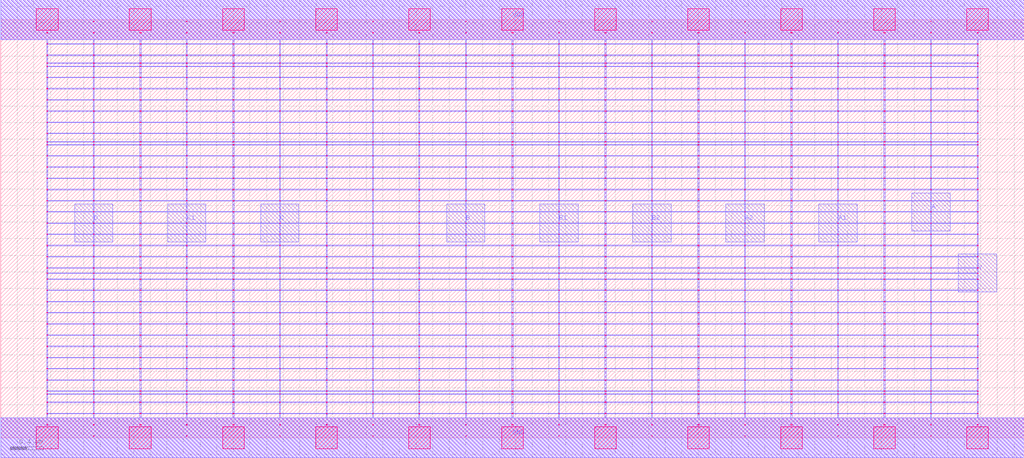
<source format=lef>
MACRO AAAOAI3321_DEBUG
 CLASS CORE ;
 FOREIGN AAAOAI3321_DEBUG 0 0 ;
 SIZE 12.32 BY 5.04 ;
 ORIGIN 0 0 ;
 SYMMETRY X Y R90 ;
 SITE unit ;
  PIN VDD
   DIRECTION INOUT ;
   USE SIGNAL ;
   SHAPE ABUTMENT ;
    PORT
     CLASS CORE ;
       LAYER met1 ;
        RECT 0.00000000 4.80000000 12.32000000 5.28000000 ;
       LAYER met2 ;
        RECT 0.00000000 4.80000000 12.32000000 5.28000000 ;
    END
  END VDD

  PIN GND
   DIRECTION INOUT ;
   USE SIGNAL ;
   SHAPE ABUTMENT ;
    PORT
     CLASS CORE ;
       LAYER met1 ;
        RECT 0.00000000 -0.24000000 12.32000000 0.24000000 ;
       LAYER met2 ;
        RECT 0.00000000 -0.24000000 12.32000000 0.24000000 ;
    END
  END GND

  PIN Y
   DIRECTION INOUT ;
   USE SIGNAL ;
   SHAPE ABUTMENT ;
    PORT
     CLASS CORE ;
       LAYER met2 ;
        RECT 11.53000000 1.75500000 11.99000000 2.21500000 ;
    END
  END Y

  PIN B1
   DIRECTION INOUT ;
   USE SIGNAL ;
   SHAPE ABUTMENT ;
    PORT
     CLASS CORE ;
       LAYER met2 ;
        RECT 6.49000000 2.35700000 6.95000000 2.81700000 ;
    END
  END B1

  PIN A
   DIRECTION INOUT ;
   USE SIGNAL ;
   SHAPE ABUTMENT ;
    PORT
     CLASS CORE ;
       LAYER met2 ;
        RECT 10.97000000 2.49200000 11.43000000 2.95200000 ;
    END
  END A

  PIN D
   DIRECTION INOUT ;
   USE SIGNAL ;
   SHAPE ABUTMENT ;
    PORT
     CLASS CORE ;
       LAYER met2 ;
        RECT 0.89000000 2.35700000 1.35000000 2.81700000 ;
    END
  END D

  PIN C
   DIRECTION INOUT ;
   USE SIGNAL ;
   SHAPE ABUTMENT ;
    PORT
     CLASS CORE ;
       LAYER met2 ;
        RECT 3.13000000 2.35700000 3.59000000 2.81700000 ;
    END
  END C

  PIN A2
   DIRECTION INOUT ;
   USE SIGNAL ;
   SHAPE ABUTMENT ;
    PORT
     CLASS CORE ;
       LAYER met2 ;
        RECT 8.73000000 2.35700000 9.19000000 2.81700000 ;
    END
  END A2

  PIN B2
   DIRECTION INOUT ;
   USE SIGNAL ;
   SHAPE ABUTMENT ;
    PORT
     CLASS CORE ;
       LAYER met2 ;
        RECT 7.61000000 2.35700000 8.07000000 2.81700000 ;
    END
  END B2

  PIN A1
   DIRECTION INOUT ;
   USE SIGNAL ;
   SHAPE ABUTMENT ;
    PORT
     CLASS CORE ;
       LAYER met2 ;
        RECT 9.85000000 2.35700000 10.31000000 2.81700000 ;
    END
  END A1

  PIN B
   DIRECTION INOUT ;
   USE SIGNAL ;
   SHAPE ABUTMENT ;
    PORT
     CLASS CORE ;
       LAYER met2 ;
        RECT 5.37000000 2.35700000 5.83000000 2.81700000 ;
    END
  END B

  PIN C1
   DIRECTION INOUT ;
   USE SIGNAL ;
   SHAPE ABUTMENT ;
    PORT
     CLASS CORE ;
       LAYER met2 ;
        RECT 2.01000000 2.35700000 2.47000000 2.81700000 ;
    END
  END C1

 OBS
    LAYER polycont ;
     RECT 6.15100000 2.58300000 6.16900000 2.59100000 ;
     RECT 6.15100000 2.71800000 6.16900000 2.72600000 ;
     RECT 6.15100000 2.85300000 6.16900000 2.86100000 ;
     RECT 6.15100000 2.98800000 6.16900000 2.99600000 ;
     RECT 8.39100000 2.58300000 8.40900000 2.59100000 ;
     RECT 8.95600000 2.58300000 8.96400000 2.59100000 ;
     RECT 9.51100000 2.58300000 9.52900000 2.59100000 ;
     RECT 10.07600000 2.58300000 10.08400000 2.59100000 ;
     RECT 10.63100000 2.58300000 10.64900000 2.59100000 ;
     RECT 11.19600000 2.58300000 11.20400000 2.59100000 ;
     RECT 11.75600000 2.58300000 11.76900000 2.59100000 ;
     RECT 6.71600000 2.58300000 6.72400000 2.59100000 ;
     RECT 6.71600000 2.71800000 6.72400000 2.72600000 ;
     RECT 7.27100000 2.71800000 7.28900000 2.72600000 ;
     RECT 7.83600000 2.71800000 7.84400000 2.72600000 ;
     RECT 8.39100000 2.71800000 8.40900000 2.72600000 ;
     RECT 8.95600000 2.71800000 8.96400000 2.72600000 ;
     RECT 9.51100000 2.71800000 9.52900000 2.72600000 ;
     RECT 10.07600000 2.71800000 10.08400000 2.72600000 ;
     RECT 10.63100000 2.71800000 10.64900000 2.72600000 ;
     RECT 11.19600000 2.71800000 11.20400000 2.72600000 ;
     RECT 11.75600000 2.71800000 11.76900000 2.72600000 ;
     RECT 7.27100000 2.58300000 7.28900000 2.59100000 ;
     RECT 6.71600000 2.85300000 6.72400000 2.86100000 ;
     RECT 7.27100000 2.85300000 7.28900000 2.86100000 ;
     RECT 7.83600000 2.85300000 7.84400000 2.86100000 ;
     RECT 8.39100000 2.85300000 8.40900000 2.86100000 ;
     RECT 8.95600000 2.85300000 8.96400000 2.86100000 ;
     RECT 9.51100000 2.85300000 9.52900000 2.86100000 ;
     RECT 10.07600000 2.85300000 10.08400000 2.86100000 ;
     RECT 10.63100000 2.85300000 10.64900000 2.86100000 ;
     RECT 11.19600000 2.85300000 11.20400000 2.86100000 ;
     RECT 11.75600000 2.85300000 11.76900000 2.86100000 ;
     RECT 7.83600000 2.58300000 7.84400000 2.59100000 ;
     RECT 6.71600000 2.98800000 6.72400000 2.99600000 ;
     RECT 7.27100000 2.98800000 7.28900000 2.99600000 ;
     RECT 7.83600000 2.98800000 7.84400000 2.99600000 ;
     RECT 8.39100000 2.98800000 8.40900000 2.99600000 ;
     RECT 8.95600000 2.98800000 8.96400000 2.99600000 ;
     RECT 9.51100000 2.98800000 9.52900000 2.99600000 ;
     RECT 10.07600000 2.98800000 10.08400000 2.99600000 ;
     RECT 10.63100000 2.98800000 10.64900000 2.99600000 ;
     RECT 11.19600000 2.98800000 11.20400000 2.99600000 ;
     RECT 11.75600000 2.98800000 11.76900000 2.99600000 ;
     RECT 1.67100000 2.85300000 1.68900000 2.86100000 ;
     RECT 2.23600000 2.85300000 2.24400000 2.86100000 ;
     RECT 2.79100000 2.85300000 2.80900000 2.86100000 ;
     RECT 3.35600000 2.85300000 3.36400000 2.86100000 ;
     RECT 3.91600000 2.85300000 3.92900000 2.86100000 ;
     RECT 4.47600000 2.85300000 4.48400000 2.86100000 ;
     RECT 5.03100000 2.85300000 5.04400000 2.86100000 ;
     RECT 5.59600000 2.85300000 5.60400000 2.86100000 ;
     RECT 1.11600000 2.71800000 1.12400000 2.72600000 ;
     RECT 1.67100000 2.71800000 1.68900000 2.72600000 ;
     RECT 2.23600000 2.71800000 2.24400000 2.72600000 ;
     RECT 2.79100000 2.71800000 2.80900000 2.72600000 ;
     RECT 3.35600000 2.71800000 3.36400000 2.72600000 ;
     RECT 3.91600000 2.71800000 3.92900000 2.72600000 ;
     RECT 4.47600000 2.71800000 4.48400000 2.72600000 ;
     RECT 5.03100000 2.71800000 5.04400000 2.72600000 ;
     RECT 5.59600000 2.71800000 5.60400000 2.72600000 ;
     RECT 1.11600000 2.58300000 1.12400000 2.59100000 ;
     RECT 1.67100000 2.58300000 1.68900000 2.59100000 ;
     RECT 0.55100000 2.98800000 0.56400000 2.99600000 ;
     RECT 1.11600000 2.98800000 1.12400000 2.99600000 ;
     RECT 1.67100000 2.98800000 1.68900000 2.99600000 ;
     RECT 2.23600000 2.98800000 2.24400000 2.99600000 ;
     RECT 2.79100000 2.98800000 2.80900000 2.99600000 ;
     RECT 3.35600000 2.98800000 3.36400000 2.99600000 ;
     RECT 3.91600000 2.98800000 3.92900000 2.99600000 ;
     RECT 4.47600000 2.98800000 4.48400000 2.99600000 ;
     RECT 5.03100000 2.98800000 5.04400000 2.99600000 ;
     RECT 5.59600000 2.98800000 5.60400000 2.99600000 ;
     RECT 2.23600000 2.58300000 2.24400000 2.59100000 ;
     RECT 2.79100000 2.58300000 2.80900000 2.59100000 ;
     RECT 3.35600000 2.58300000 3.36400000 2.59100000 ;
     RECT 3.91600000 2.58300000 3.92900000 2.59100000 ;
     RECT 4.47600000 2.58300000 4.48400000 2.59100000 ;
     RECT 5.03100000 2.58300000 5.04400000 2.59100000 ;
     RECT 5.59600000 2.58300000 5.60400000 2.59100000 ;
     RECT 0.55100000 2.58300000 0.56400000 2.59100000 ;
     RECT 0.55100000 2.71800000 0.56400000 2.72600000 ;
     RECT 0.55100000 2.85300000 0.56400000 2.86100000 ;
     RECT 1.11600000 2.85300000 1.12400000 2.86100000 ;
     RECT 4.47600000 3.12300000 4.48400000 3.13100000 ;
     RECT 4.47600000 3.25800000 4.48400000 3.26600000 ;
     RECT 4.47600000 3.39300000 4.48400000 3.40100000 ;
     RECT 4.47600000 3.52800000 4.48400000 3.53600000 ;
     RECT 4.47600000 3.56100000 4.48400000 3.56900000 ;
     RECT 4.47600000 3.66300000 4.48400000 3.67100000 ;
     RECT 4.47600000 3.79800000 4.48400000 3.80600000 ;
     RECT 4.47600000 3.93300000 4.48400000 3.94100000 ;
     RECT 4.47600000 4.06800000 4.48400000 4.07600000 ;
     RECT 4.47600000 4.20300000 4.48400000 4.21100000 ;
     RECT 4.47600000 4.33800000 4.48400000 4.34600000 ;
     RECT 4.47600000 4.47300000 4.48400000 4.48100000 ;
     RECT 4.47600000 4.51100000 4.48400000 4.51900000 ;
     RECT 4.47600000 4.60800000 4.48400000 4.61600000 ;
     RECT 4.47600000 4.74300000 4.48400000 4.75100000 ;
     RECT 4.47600000 4.87800000 4.48400000 4.88600000 ;
     RECT 4.47600000 0.15300000 4.48400000 0.16100000 ;
     RECT 4.47600000 0.28800000 4.48400000 0.29600000 ;
     RECT 4.47600000 0.42300000 4.48400000 0.43100000 ;
     RECT 4.47600000 0.52100000 4.48400000 0.52900000 ;
     RECT 4.47600000 0.55800000 4.48400000 0.56600000 ;
     RECT 4.47600000 0.69300000 4.48400000 0.70100000 ;
     RECT 4.47600000 0.82800000 4.48400000 0.83600000 ;
     RECT 4.47600000 0.96300000 4.48400000 0.97100000 ;
     RECT 4.47600000 1.09800000 4.48400000 1.10600000 ;
     RECT 4.47600000 1.23300000 4.48400000 1.24100000 ;
     RECT 4.47600000 1.36800000 4.48400000 1.37600000 ;
     RECT 4.47600000 1.50300000 4.48400000 1.51100000 ;
     RECT 4.47600000 1.63800000 4.48400000 1.64600000 ;
     RECT 4.47600000 1.77300000 4.48400000 1.78100000 ;
     RECT 4.47600000 1.90800000 4.48400000 1.91600000 ;
     RECT 4.47600000 1.98100000 4.48400000 1.98900000 ;
     RECT 4.47600000 2.04300000 4.48400000 2.05100000 ;
     RECT 4.47600000 2.17800000 4.48400000 2.18600000 ;
     RECT 4.47600000 2.31300000 4.48400000 2.32100000 ;
     RECT 4.47600000 2.44800000 4.48400000 2.45600000 ;

    LAYER pdiffc ;
     RECT 0.55100000 3.39300000 0.55900000 3.40100000 ;
     RECT 3.92100000 3.39300000 3.92900000 3.40100000 ;
     RECT 5.03100000 3.39300000 5.03900000 3.40100000 ;
     RECT 11.76100000 3.39300000 11.76900000 3.40100000 ;
     RECT 0.55100000 3.52800000 0.55900000 3.53600000 ;
     RECT 3.92100000 3.52800000 3.92900000 3.53600000 ;
     RECT 5.03100000 3.52800000 5.03900000 3.53600000 ;
     RECT 11.76100000 3.52800000 11.76900000 3.53600000 ;
     RECT 0.55100000 3.56100000 0.55900000 3.56900000 ;
     RECT 3.92100000 3.56100000 3.92900000 3.56900000 ;
     RECT 5.03100000 3.56100000 5.03900000 3.56900000 ;
     RECT 11.76100000 3.56100000 11.76900000 3.56900000 ;
     RECT 0.55100000 3.66300000 0.55900000 3.67100000 ;
     RECT 3.92100000 3.66300000 3.92900000 3.67100000 ;
     RECT 5.03100000 3.66300000 5.03900000 3.67100000 ;
     RECT 11.76100000 3.66300000 11.76900000 3.67100000 ;
     RECT 0.55100000 3.79800000 0.55900000 3.80600000 ;
     RECT 3.92100000 3.79800000 3.92900000 3.80600000 ;
     RECT 5.03100000 3.79800000 5.03900000 3.80600000 ;
     RECT 11.76100000 3.79800000 11.76900000 3.80600000 ;
     RECT 0.55100000 3.93300000 0.55900000 3.94100000 ;
     RECT 3.92100000 3.93300000 3.92900000 3.94100000 ;
     RECT 5.03100000 3.93300000 5.03900000 3.94100000 ;
     RECT 11.76100000 3.93300000 11.76900000 3.94100000 ;
     RECT 0.55100000 4.06800000 0.55900000 4.07600000 ;
     RECT 3.92100000 4.06800000 3.92900000 4.07600000 ;
     RECT 5.03100000 4.06800000 5.03900000 4.07600000 ;
     RECT 11.76100000 4.06800000 11.76900000 4.07600000 ;
     RECT 0.55100000 4.20300000 0.55900000 4.21100000 ;
     RECT 3.92100000 4.20300000 3.92900000 4.21100000 ;
     RECT 5.03100000 4.20300000 5.03900000 4.21100000 ;
     RECT 11.76100000 4.20300000 11.76900000 4.21100000 ;
     RECT 0.55100000 4.33800000 0.55900000 4.34600000 ;
     RECT 3.92100000 4.33800000 3.92900000 4.34600000 ;
     RECT 5.03100000 4.33800000 5.03900000 4.34600000 ;
     RECT 11.76100000 4.33800000 11.76900000 4.34600000 ;
     RECT 0.55100000 4.47300000 0.55900000 4.48100000 ;
     RECT 3.92100000 4.47300000 3.92900000 4.48100000 ;
     RECT 5.03100000 4.47300000 5.03900000 4.48100000 ;
     RECT 11.76100000 4.47300000 11.76900000 4.48100000 ;
     RECT 0.55100000 4.51100000 0.55900000 4.51900000 ;
     RECT 3.92100000 4.51100000 3.92900000 4.51900000 ;
     RECT 5.03100000 4.51100000 5.03900000 4.51900000 ;
     RECT 11.76100000 4.51100000 11.76900000 4.51900000 ;
     RECT 0.55100000 4.60800000 0.55900000 4.61600000 ;
     RECT 3.92100000 4.60800000 3.92900000 4.61600000 ;
     RECT 5.03100000 4.60800000 5.03900000 4.61600000 ;
     RECT 11.76100000 4.60800000 11.76900000 4.61600000 ;

    LAYER ndiffc ;
     RECT 6.15100000 0.42300000 6.16900000 0.43100000 ;
     RECT 6.15100000 0.52100000 6.16900000 0.52900000 ;
     RECT 6.15100000 0.55800000 6.16900000 0.56600000 ;
     RECT 6.15100000 0.69300000 6.16900000 0.70100000 ;
     RECT 6.15100000 0.82800000 6.16900000 0.83600000 ;
     RECT 6.15100000 0.96300000 6.16900000 0.97100000 ;
     RECT 6.15100000 1.09800000 6.16900000 1.10600000 ;
     RECT 6.15100000 1.23300000 6.16900000 1.24100000 ;
     RECT 6.15100000 1.36800000 6.16900000 1.37600000 ;
     RECT 6.15100000 1.50300000 6.16900000 1.51100000 ;
     RECT 6.15100000 1.63800000 6.16900000 1.64600000 ;
     RECT 6.15100000 1.77300000 6.16900000 1.78100000 ;
     RECT 6.15100000 1.90800000 6.16900000 1.91600000 ;
     RECT 6.15100000 1.98100000 6.16900000 1.98900000 ;
     RECT 6.15100000 2.04300000 6.16900000 2.05100000 ;
     RECT 9.51100000 0.55800000 9.52900000 0.56600000 ;
     RECT 10.63100000 0.55800000 10.64900000 0.56600000 ;
     RECT 11.75600000 0.55800000 11.76900000 0.56600000 ;
     RECT 9.51100000 0.42300000 9.52900000 0.43100000 ;
     RECT 7.27100000 0.69300000 7.28900000 0.70100000 ;
     RECT 8.39100000 0.69300000 8.40900000 0.70100000 ;
     RECT 9.51100000 0.69300000 9.52900000 0.70100000 ;
     RECT 10.63100000 0.69300000 10.64900000 0.70100000 ;
     RECT 11.75600000 0.69300000 11.76900000 0.70100000 ;
     RECT 10.63100000 0.42300000 10.64900000 0.43100000 ;
     RECT 7.27100000 0.82800000 7.28900000 0.83600000 ;
     RECT 8.39100000 0.82800000 8.40900000 0.83600000 ;
     RECT 9.51100000 0.82800000 9.52900000 0.83600000 ;
     RECT 10.63100000 0.82800000 10.64900000 0.83600000 ;
     RECT 11.75600000 0.82800000 11.76900000 0.83600000 ;
     RECT 11.75600000 0.42300000 11.76900000 0.43100000 ;
     RECT 7.27100000 0.96300000 7.28900000 0.97100000 ;
     RECT 8.39100000 0.96300000 8.40900000 0.97100000 ;
     RECT 9.51100000 0.96300000 9.52900000 0.97100000 ;
     RECT 10.63100000 0.96300000 10.64900000 0.97100000 ;
     RECT 11.75600000 0.96300000 11.76900000 0.97100000 ;
     RECT 7.27100000 0.42300000 7.28900000 0.43100000 ;
     RECT 7.27100000 1.09800000 7.28900000 1.10600000 ;
     RECT 8.39100000 1.09800000 8.40900000 1.10600000 ;
     RECT 9.51100000 1.09800000 9.52900000 1.10600000 ;
     RECT 10.63100000 1.09800000 10.64900000 1.10600000 ;
     RECT 11.75600000 1.09800000 11.76900000 1.10600000 ;
     RECT 7.27100000 0.52100000 7.28900000 0.52900000 ;
     RECT 7.27100000 1.23300000 7.28900000 1.24100000 ;
     RECT 8.39100000 1.23300000 8.40900000 1.24100000 ;
     RECT 9.51100000 1.23300000 9.52900000 1.24100000 ;
     RECT 10.63100000 1.23300000 10.64900000 1.24100000 ;
     RECT 11.75600000 1.23300000 11.76900000 1.24100000 ;
     RECT 8.39100000 0.52100000 8.40900000 0.52900000 ;
     RECT 7.27100000 1.36800000 7.28900000 1.37600000 ;
     RECT 8.39100000 1.36800000 8.40900000 1.37600000 ;
     RECT 9.51100000 1.36800000 9.52900000 1.37600000 ;
     RECT 10.63100000 1.36800000 10.64900000 1.37600000 ;
     RECT 11.75600000 1.36800000 11.76900000 1.37600000 ;
     RECT 9.51100000 0.52100000 9.52900000 0.52900000 ;
     RECT 7.27100000 1.50300000 7.28900000 1.51100000 ;
     RECT 8.39100000 1.50300000 8.40900000 1.51100000 ;
     RECT 9.51100000 1.50300000 9.52900000 1.51100000 ;
     RECT 10.63100000 1.50300000 10.64900000 1.51100000 ;
     RECT 11.75600000 1.50300000 11.76900000 1.51100000 ;
     RECT 10.63100000 0.52100000 10.64900000 0.52900000 ;
     RECT 7.27100000 1.63800000 7.28900000 1.64600000 ;
     RECT 8.39100000 1.63800000 8.40900000 1.64600000 ;
     RECT 9.51100000 1.63800000 9.52900000 1.64600000 ;
     RECT 10.63100000 1.63800000 10.64900000 1.64600000 ;
     RECT 11.75600000 1.63800000 11.76900000 1.64600000 ;
     RECT 11.75600000 0.52100000 11.76900000 0.52900000 ;
     RECT 7.27100000 1.77300000 7.28900000 1.78100000 ;
     RECT 8.39100000 1.77300000 8.40900000 1.78100000 ;
     RECT 9.51100000 1.77300000 9.52900000 1.78100000 ;
     RECT 10.63100000 1.77300000 10.64900000 1.78100000 ;
     RECT 11.75600000 1.77300000 11.76900000 1.78100000 ;
     RECT 8.39100000 0.42300000 8.40900000 0.43100000 ;
     RECT 7.27100000 1.90800000 7.28900000 1.91600000 ;
     RECT 8.39100000 1.90800000 8.40900000 1.91600000 ;
     RECT 9.51100000 1.90800000 9.52900000 1.91600000 ;
     RECT 10.63100000 1.90800000 10.64900000 1.91600000 ;
     RECT 11.75600000 1.90800000 11.76900000 1.91600000 ;
     RECT 7.27100000 0.55800000 7.28900000 0.56600000 ;
     RECT 7.27100000 1.98100000 7.28900000 1.98900000 ;
     RECT 8.39100000 1.98100000 8.40900000 1.98900000 ;
     RECT 9.51100000 1.98100000 9.52900000 1.98900000 ;
     RECT 10.63100000 1.98100000 10.64900000 1.98900000 ;
     RECT 11.75600000 1.98100000 11.76900000 1.98900000 ;
     RECT 8.39100000 0.55800000 8.40900000 0.56600000 ;
     RECT 7.27100000 2.04300000 7.28900000 2.05100000 ;
     RECT 8.39100000 2.04300000 8.40900000 2.05100000 ;
     RECT 9.51100000 2.04300000 9.52900000 2.05100000 ;
     RECT 10.63100000 2.04300000 10.64900000 2.05100000 ;
     RECT 11.75600000 2.04300000 11.76900000 2.05100000 ;
     RECT 2.79100000 1.36800000 2.80900000 1.37600000 ;
     RECT 3.91600000 1.36800000 3.92900000 1.37600000 ;
     RECT 5.03100000 1.36800000 5.04400000 1.37600000 ;
     RECT 5.03100000 0.82800000 5.04400000 0.83600000 ;
     RECT 2.79100000 0.55800000 2.80900000 0.56600000 ;
     RECT 3.91600000 0.55800000 3.92900000 0.56600000 ;
     RECT 5.03100000 0.55800000 5.04400000 0.56600000 ;
     RECT 1.67100000 0.52100000 1.68900000 0.52900000 ;
     RECT 2.79100000 0.52100000 2.80900000 0.52900000 ;
     RECT 0.55100000 1.50300000 0.56400000 1.51100000 ;
     RECT 1.67100000 1.50300000 1.68900000 1.51100000 ;
     RECT 2.79100000 1.50300000 2.80900000 1.51100000 ;
     RECT 3.91600000 1.50300000 3.92900000 1.51100000 ;
     RECT 5.03100000 1.50300000 5.04400000 1.51100000 ;
     RECT 3.91600000 0.52100000 3.92900000 0.52900000 ;
     RECT 0.55100000 0.96300000 0.56400000 0.97100000 ;
     RECT 1.67100000 0.96300000 1.68900000 0.97100000 ;
     RECT 2.79100000 0.96300000 2.80900000 0.97100000 ;
     RECT 3.91600000 0.96300000 3.92900000 0.97100000 ;
     RECT 5.03100000 0.96300000 5.04400000 0.97100000 ;
     RECT 0.55100000 1.63800000 0.56400000 1.64600000 ;
     RECT 1.67100000 1.63800000 1.68900000 1.64600000 ;
     RECT 2.79100000 1.63800000 2.80900000 1.64600000 ;
     RECT 3.91600000 1.63800000 3.92900000 1.64600000 ;
     RECT 5.03100000 1.63800000 5.04400000 1.64600000 ;
     RECT 5.03100000 0.52100000 5.04400000 0.52900000 ;
     RECT 1.67100000 0.42300000 1.68900000 0.43100000 ;
     RECT 2.79100000 0.42300000 2.80900000 0.43100000 ;
     RECT 0.55100000 0.69300000 0.56400000 0.70100000 ;
     RECT 1.67100000 0.69300000 1.68900000 0.70100000 ;
     RECT 2.79100000 0.69300000 2.80900000 0.70100000 ;
     RECT 0.55100000 1.77300000 0.56400000 1.78100000 ;
     RECT 1.67100000 1.77300000 1.68900000 1.78100000 ;
     RECT 2.79100000 1.77300000 2.80900000 1.78100000 ;
     RECT 3.91600000 1.77300000 3.92900000 1.78100000 ;
     RECT 5.03100000 1.77300000 5.04400000 1.78100000 ;
     RECT 0.55100000 1.09800000 0.56400000 1.10600000 ;
     RECT 1.67100000 1.09800000 1.68900000 1.10600000 ;
     RECT 2.79100000 1.09800000 2.80900000 1.10600000 ;
     RECT 3.91600000 1.09800000 3.92900000 1.10600000 ;
     RECT 5.03100000 1.09800000 5.04400000 1.10600000 ;
     RECT 3.91600000 0.69300000 3.92900000 0.70100000 ;
     RECT 0.55100000 1.90800000 0.56400000 1.91600000 ;
     RECT 1.67100000 1.90800000 1.68900000 1.91600000 ;
     RECT 2.79100000 1.90800000 2.80900000 1.91600000 ;
     RECT 3.91600000 1.90800000 3.92900000 1.91600000 ;
     RECT 5.03100000 1.90800000 5.04400000 1.91600000 ;
     RECT 5.03100000 0.69300000 5.04400000 0.70100000 ;
     RECT 3.91600000 0.42300000 3.92900000 0.43100000 ;
     RECT 5.03100000 0.42300000 5.04400000 0.43100000 ;
     RECT 0.55100000 0.42300000 0.56400000 0.43100000 ;
     RECT 0.55100000 0.52100000 0.56400000 0.52900000 ;
     RECT 0.55100000 1.23300000 0.56400000 1.24100000 ;
     RECT 0.55100000 1.98100000 0.56400000 1.98900000 ;
     RECT 1.67100000 1.98100000 1.68900000 1.98900000 ;
     RECT 2.79100000 1.98100000 2.80900000 1.98900000 ;
     RECT 3.91600000 1.98100000 3.92900000 1.98900000 ;
     RECT 5.03100000 1.98100000 5.04400000 1.98900000 ;
     RECT 1.67100000 1.23300000 1.68900000 1.24100000 ;
     RECT 2.79100000 1.23300000 2.80900000 1.24100000 ;
     RECT 3.91600000 1.23300000 3.92900000 1.24100000 ;
     RECT 5.03100000 1.23300000 5.04400000 1.24100000 ;
     RECT 0.55100000 0.55800000 0.56400000 0.56600000 ;
     RECT 1.67100000 0.55800000 1.68900000 0.56600000 ;
     RECT 0.55100000 2.04300000 0.56400000 2.05100000 ;
     RECT 1.67100000 2.04300000 1.68900000 2.05100000 ;
     RECT 2.79100000 2.04300000 2.80900000 2.05100000 ;
     RECT 3.91600000 2.04300000 3.92900000 2.05100000 ;
     RECT 5.03100000 2.04300000 5.04400000 2.05100000 ;
     RECT 0.55100000 0.82800000 0.56400000 0.83600000 ;
     RECT 1.67100000 0.82800000 1.68900000 0.83600000 ;
     RECT 2.79100000 0.82800000 2.80900000 0.83600000 ;
     RECT 3.91600000 0.82800000 3.92900000 0.83600000 ;
     RECT 0.55100000 1.36800000 0.56400000 1.37600000 ;
     RECT 1.67100000 1.36800000 1.68900000 1.37600000 ;

    LAYER met1 ;
     RECT 0.00000000 -0.24000000 12.32000000 0.24000000 ;
     RECT 6.15100000 0.24000000 6.16900000 0.28800000 ;
     RECT 0.55100000 0.28800000 11.76900000 0.29600000 ;
     RECT 6.15100000 0.29600000 6.16900000 0.42300000 ;
     RECT 0.55100000 0.42300000 11.76900000 0.43100000 ;
     RECT 6.15100000 0.43100000 6.16900000 0.52100000 ;
     RECT 0.55100000 0.52100000 11.76900000 0.52900000 ;
     RECT 6.15100000 0.52900000 6.16900000 0.55800000 ;
     RECT 0.55100000 0.55800000 11.76900000 0.56600000 ;
     RECT 6.15100000 0.56600000 6.16900000 0.69300000 ;
     RECT 0.55100000 0.69300000 11.76900000 0.70100000 ;
     RECT 6.15100000 0.70100000 6.16900000 0.82800000 ;
     RECT 0.55100000 0.82800000 11.76900000 0.83600000 ;
     RECT 6.15100000 0.83600000 6.16900000 0.96300000 ;
     RECT 0.55100000 0.96300000 11.76900000 0.97100000 ;
     RECT 6.15100000 0.97100000 6.16900000 1.09800000 ;
     RECT 0.55100000 1.09800000 11.76900000 1.10600000 ;
     RECT 6.15100000 1.10600000 6.16900000 1.23300000 ;
     RECT 0.55100000 1.23300000 11.76900000 1.24100000 ;
     RECT 6.15100000 1.24100000 6.16900000 1.36800000 ;
     RECT 0.55100000 1.36800000 11.76900000 1.37600000 ;
     RECT 6.15100000 1.37600000 6.16900000 1.50300000 ;
     RECT 0.55100000 1.50300000 11.76900000 1.51100000 ;
     RECT 6.15100000 1.51100000 6.16900000 1.63800000 ;
     RECT 0.55100000 1.63800000 11.76900000 1.64600000 ;
     RECT 6.15100000 1.64600000 6.16900000 1.77300000 ;
     RECT 0.55100000 1.77300000 11.76900000 1.78100000 ;
     RECT 6.15100000 1.78100000 6.16900000 1.90800000 ;
     RECT 0.55100000 1.90800000 11.76900000 1.91600000 ;
     RECT 6.15100000 1.91600000 6.16900000 1.98100000 ;
     RECT 0.55100000 1.98100000 11.76900000 1.98900000 ;
     RECT 6.15100000 1.98900000 6.16900000 2.04300000 ;
     RECT 0.55100000 2.04300000 11.76900000 2.05100000 ;
     RECT 6.15100000 2.05100000 6.16900000 2.17800000 ;
     RECT 0.55100000 2.17800000 11.76900000 2.18600000 ;
     RECT 6.15100000 2.18600000 6.16900000 2.31300000 ;
     RECT 0.55100000 2.31300000 11.76900000 2.32100000 ;
     RECT 6.15100000 2.32100000 6.16900000 2.44800000 ;
     RECT 0.55100000 2.44800000 11.76900000 2.45600000 ;
     RECT 0.55100000 2.45600000 0.56400000 2.58300000 ;
     RECT 1.11600000 2.45600000 1.12400000 2.58300000 ;
     RECT 1.67100000 2.45600000 1.68900000 2.58300000 ;
     RECT 2.23600000 2.45600000 2.24400000 2.58300000 ;
     RECT 2.79100000 2.45600000 2.80900000 2.58300000 ;
     RECT 3.35600000 2.45600000 3.36400000 2.58300000 ;
     RECT 3.91600000 2.45600000 3.92900000 2.58300000 ;
     RECT 4.47600000 2.45600000 4.48400000 2.58300000 ;
     RECT 5.03100000 2.45600000 5.04400000 2.58300000 ;
     RECT 5.59600000 2.45600000 5.60400000 2.58300000 ;
     RECT 6.15100000 2.45600000 6.16900000 2.58300000 ;
     RECT 6.71600000 2.45600000 6.72400000 2.58300000 ;
     RECT 7.27100000 2.45600000 7.28900000 2.58300000 ;
     RECT 7.83600000 2.45600000 7.84400000 2.58300000 ;
     RECT 8.39100000 2.45600000 8.40900000 2.58300000 ;
     RECT 8.95600000 2.45600000 8.96400000 2.58300000 ;
     RECT 9.51100000 2.45600000 9.52900000 2.58300000 ;
     RECT 10.07600000 2.45600000 10.08400000 2.58300000 ;
     RECT 10.63100000 2.45600000 10.64900000 2.58300000 ;
     RECT 11.19600000 2.45600000 11.20400000 2.58300000 ;
     RECT 11.75600000 2.45600000 11.76900000 2.58300000 ;
     RECT 0.55100000 2.58300000 11.76900000 2.59100000 ;
     RECT 6.15100000 2.59100000 6.16900000 2.71800000 ;
     RECT 0.55100000 2.71800000 11.76900000 2.72600000 ;
     RECT 6.15100000 2.72600000 6.16900000 2.85300000 ;
     RECT 0.55100000 2.85300000 11.76900000 2.86100000 ;
     RECT 6.15100000 2.86100000 6.16900000 2.98800000 ;
     RECT 0.55100000 2.98800000 11.76900000 2.99600000 ;
     RECT 6.15100000 2.99600000 6.16900000 3.12300000 ;
     RECT 0.55100000 3.12300000 11.76900000 3.13100000 ;
     RECT 6.15100000 3.13100000 6.16900000 3.25800000 ;
     RECT 0.55100000 3.25800000 11.76900000 3.26600000 ;
     RECT 6.15100000 3.26600000 6.16900000 3.39300000 ;
     RECT 0.55100000 3.39300000 11.76900000 3.40100000 ;
     RECT 6.15100000 3.40100000 6.16900000 3.52800000 ;
     RECT 0.55100000 3.52800000 11.76900000 3.53600000 ;
     RECT 6.15100000 3.53600000 6.16900000 3.56100000 ;
     RECT 0.55100000 3.56100000 11.76900000 3.56900000 ;
     RECT 6.15100000 3.56900000 6.16900000 3.66300000 ;
     RECT 0.55100000 3.66300000 11.76900000 3.67100000 ;
     RECT 6.15100000 3.67100000 6.16900000 3.79800000 ;
     RECT 0.55100000 3.79800000 11.76900000 3.80600000 ;
     RECT 6.15100000 3.80600000 6.16900000 3.93300000 ;
     RECT 0.55100000 3.93300000 11.76900000 3.94100000 ;
     RECT 6.15100000 3.94100000 6.16900000 4.06800000 ;
     RECT 0.55100000 4.06800000 11.76900000 4.07600000 ;
     RECT 6.15100000 4.07600000 6.16900000 4.20300000 ;
     RECT 0.55100000 4.20300000 11.76900000 4.21100000 ;
     RECT 6.15100000 4.21100000 6.16900000 4.33800000 ;
     RECT 0.55100000 4.33800000 11.76900000 4.34600000 ;
     RECT 6.15100000 4.34600000 6.16900000 4.47300000 ;
     RECT 0.55100000 4.47300000 11.76900000 4.48100000 ;
     RECT 6.15100000 4.48100000 6.16900000 4.51100000 ;
     RECT 0.55100000 4.51100000 11.76900000 4.51900000 ;
     RECT 6.15100000 4.51900000 6.16900000 4.60800000 ;
     RECT 0.55100000 4.60800000 11.76900000 4.61600000 ;
     RECT 6.15100000 4.61600000 6.16900000 4.74300000 ;
     RECT 0.55100000 4.74300000 11.76900000 4.75100000 ;
     RECT 6.15100000 4.75100000 6.16900000 4.80000000 ;
     RECT 0.00000000 4.80000000 12.32000000 5.28000000 ;
     RECT 6.71600000 3.80600000 6.72400000 3.93300000 ;
     RECT 7.27100000 3.80600000 7.28900000 3.93300000 ;
     RECT 7.83600000 3.80600000 7.84400000 3.93300000 ;
     RECT 8.39100000 3.80600000 8.40900000 3.93300000 ;
     RECT 8.95600000 3.80600000 8.96400000 3.93300000 ;
     RECT 9.51100000 3.80600000 9.52900000 3.93300000 ;
     RECT 10.07600000 3.80600000 10.08400000 3.93300000 ;
     RECT 10.63100000 3.80600000 10.64900000 3.93300000 ;
     RECT 11.19600000 3.80600000 11.20400000 3.93300000 ;
     RECT 11.75600000 3.80600000 11.76900000 3.93300000 ;
     RECT 9.51100000 3.94100000 9.52900000 4.06800000 ;
     RECT 10.07600000 3.94100000 10.08400000 4.06800000 ;
     RECT 10.63100000 3.94100000 10.64900000 4.06800000 ;
     RECT 11.19600000 3.94100000 11.20400000 4.06800000 ;
     RECT 11.75600000 3.94100000 11.76900000 4.06800000 ;
     RECT 9.51100000 4.07600000 9.52900000 4.20300000 ;
     RECT 10.07600000 4.07600000 10.08400000 4.20300000 ;
     RECT 10.63100000 4.07600000 10.64900000 4.20300000 ;
     RECT 11.19600000 4.07600000 11.20400000 4.20300000 ;
     RECT 11.75600000 4.07600000 11.76900000 4.20300000 ;
     RECT 9.51100000 4.21100000 9.52900000 4.33800000 ;
     RECT 10.07600000 4.21100000 10.08400000 4.33800000 ;
     RECT 10.63100000 4.21100000 10.64900000 4.33800000 ;
     RECT 11.19600000 4.21100000 11.20400000 4.33800000 ;
     RECT 11.75600000 4.21100000 11.76900000 4.33800000 ;
     RECT 9.51100000 4.34600000 9.52900000 4.47300000 ;
     RECT 10.07600000 4.34600000 10.08400000 4.47300000 ;
     RECT 10.63100000 4.34600000 10.64900000 4.47300000 ;
     RECT 11.19600000 4.34600000 11.20400000 4.47300000 ;
     RECT 11.75600000 4.34600000 11.76900000 4.47300000 ;
     RECT 9.51100000 4.48100000 9.52900000 4.51100000 ;
     RECT 10.07600000 4.48100000 10.08400000 4.51100000 ;
     RECT 10.63100000 4.48100000 10.64900000 4.51100000 ;
     RECT 11.19600000 4.48100000 11.20400000 4.51100000 ;
     RECT 11.75600000 4.48100000 11.76900000 4.51100000 ;
     RECT 9.51100000 4.51900000 9.52900000 4.60800000 ;
     RECT 10.07600000 4.51900000 10.08400000 4.60800000 ;
     RECT 10.63100000 4.51900000 10.64900000 4.60800000 ;
     RECT 11.19600000 4.51900000 11.20400000 4.60800000 ;
     RECT 11.75600000 4.51900000 11.76900000 4.60800000 ;
     RECT 9.51100000 4.61600000 9.52900000 4.74300000 ;
     RECT 10.07600000 4.61600000 10.08400000 4.74300000 ;
     RECT 10.63100000 4.61600000 10.64900000 4.74300000 ;
     RECT 11.19600000 4.61600000 11.20400000 4.74300000 ;
     RECT 11.75600000 4.61600000 11.76900000 4.74300000 ;
     RECT 9.51100000 4.75100000 9.52900000 4.80000000 ;
     RECT 10.07600000 4.75100000 10.08400000 4.80000000 ;
     RECT 10.63100000 4.75100000 10.64900000 4.80000000 ;
     RECT 11.19600000 4.75100000 11.20400000 4.80000000 ;
     RECT 11.75600000 4.75100000 11.76900000 4.80000000 ;
     RECT 6.71600000 4.48100000 6.72400000 4.51100000 ;
     RECT 7.27100000 4.48100000 7.28900000 4.51100000 ;
     RECT 7.83600000 4.48100000 7.84400000 4.51100000 ;
     RECT 8.39100000 4.48100000 8.40900000 4.51100000 ;
     RECT 8.95600000 4.48100000 8.96400000 4.51100000 ;
     RECT 6.71600000 4.21100000 6.72400000 4.33800000 ;
     RECT 7.27100000 4.21100000 7.28900000 4.33800000 ;
     RECT 7.83600000 4.21100000 7.84400000 4.33800000 ;
     RECT 8.39100000 4.21100000 8.40900000 4.33800000 ;
     RECT 8.95600000 4.21100000 8.96400000 4.33800000 ;
     RECT 6.71600000 4.51900000 6.72400000 4.60800000 ;
     RECT 7.27100000 4.51900000 7.28900000 4.60800000 ;
     RECT 7.83600000 4.51900000 7.84400000 4.60800000 ;
     RECT 8.39100000 4.51900000 8.40900000 4.60800000 ;
     RECT 8.95600000 4.51900000 8.96400000 4.60800000 ;
     RECT 6.71600000 4.07600000 6.72400000 4.20300000 ;
     RECT 7.27100000 4.07600000 7.28900000 4.20300000 ;
     RECT 7.83600000 4.07600000 7.84400000 4.20300000 ;
     RECT 8.39100000 4.07600000 8.40900000 4.20300000 ;
     RECT 8.95600000 4.07600000 8.96400000 4.20300000 ;
     RECT 6.71600000 4.61600000 6.72400000 4.74300000 ;
     RECT 7.27100000 4.61600000 7.28900000 4.74300000 ;
     RECT 7.83600000 4.61600000 7.84400000 4.74300000 ;
     RECT 8.39100000 4.61600000 8.40900000 4.74300000 ;
     RECT 8.95600000 4.61600000 8.96400000 4.74300000 ;
     RECT 6.71600000 4.34600000 6.72400000 4.47300000 ;
     RECT 7.27100000 4.34600000 7.28900000 4.47300000 ;
     RECT 7.83600000 4.34600000 7.84400000 4.47300000 ;
     RECT 8.39100000 4.34600000 8.40900000 4.47300000 ;
     RECT 8.95600000 4.34600000 8.96400000 4.47300000 ;
     RECT 6.71600000 4.75100000 6.72400000 4.80000000 ;
     RECT 7.27100000 4.75100000 7.28900000 4.80000000 ;
     RECT 7.83600000 4.75100000 7.84400000 4.80000000 ;
     RECT 8.39100000 4.75100000 8.40900000 4.80000000 ;
     RECT 8.95600000 4.75100000 8.96400000 4.80000000 ;
     RECT 6.71600000 3.94100000 6.72400000 4.06800000 ;
     RECT 7.27100000 3.94100000 7.28900000 4.06800000 ;
     RECT 7.83600000 3.94100000 7.84400000 4.06800000 ;
     RECT 8.39100000 3.94100000 8.40900000 4.06800000 ;
     RECT 8.95600000 3.94100000 8.96400000 4.06800000 ;
     RECT 8.39100000 2.99600000 8.40900000 3.12300000 ;
     RECT 8.95600000 2.99600000 8.96400000 3.12300000 ;
     RECT 6.71600000 3.13100000 6.72400000 3.25800000 ;
     RECT 7.27100000 3.13100000 7.28900000 3.25800000 ;
     RECT 7.83600000 3.13100000 7.84400000 3.25800000 ;
     RECT 8.39100000 3.13100000 8.40900000 3.25800000 ;
     RECT 8.95600000 3.13100000 8.96400000 3.25800000 ;
     RECT 8.95600000 2.86100000 8.96400000 2.98800000 ;
     RECT 6.71600000 3.26600000 6.72400000 3.39300000 ;
     RECT 7.27100000 3.26600000 7.28900000 3.39300000 ;
     RECT 7.83600000 3.26600000 7.84400000 3.39300000 ;
     RECT 8.39100000 3.26600000 8.40900000 3.39300000 ;
     RECT 8.95600000 3.26600000 8.96400000 3.39300000 ;
     RECT 6.71600000 2.59100000 6.72400000 2.71800000 ;
     RECT 7.27100000 2.59100000 7.28900000 2.71800000 ;
     RECT 6.71600000 3.40100000 6.72400000 3.52800000 ;
     RECT 7.27100000 3.40100000 7.28900000 3.52800000 ;
     RECT 7.83600000 3.40100000 7.84400000 3.52800000 ;
     RECT 8.39100000 3.40100000 8.40900000 3.52800000 ;
     RECT 7.83600000 2.59100000 7.84400000 2.71800000 ;
     RECT 8.39100000 2.59100000 8.40900000 2.71800000 ;
     RECT 8.95600000 3.40100000 8.96400000 3.52800000 ;
     RECT 6.71600000 2.72600000 6.72400000 2.85300000 ;
     RECT 7.27100000 2.72600000 7.28900000 2.85300000 ;
     RECT 6.71600000 3.53600000 6.72400000 3.56100000 ;
     RECT 7.27100000 3.53600000 7.28900000 3.56100000 ;
     RECT 7.83600000 3.53600000 7.84400000 3.56100000 ;
     RECT 8.39100000 3.53600000 8.40900000 3.56100000 ;
     RECT 8.95600000 3.53600000 8.96400000 3.56100000 ;
     RECT 7.83600000 2.72600000 7.84400000 2.85300000 ;
     RECT 8.39100000 2.72600000 8.40900000 2.85300000 ;
     RECT 6.71600000 2.86100000 6.72400000 2.98800000 ;
     RECT 7.27100000 2.86100000 7.28900000 2.98800000 ;
     RECT 6.71600000 3.56900000 6.72400000 3.66300000 ;
     RECT 7.27100000 3.56900000 7.28900000 3.66300000 ;
     RECT 7.83600000 3.56900000 7.84400000 3.66300000 ;
     RECT 8.39100000 3.56900000 8.40900000 3.66300000 ;
     RECT 8.95600000 3.56900000 8.96400000 3.66300000 ;
     RECT 8.95600000 2.59100000 8.96400000 2.71800000 ;
     RECT 8.95600000 2.72600000 8.96400000 2.85300000 ;
     RECT 6.71600000 3.67100000 6.72400000 3.79800000 ;
     RECT 7.27100000 3.67100000 7.28900000 3.79800000 ;
     RECT 7.83600000 3.67100000 7.84400000 3.79800000 ;
     RECT 8.39100000 3.67100000 8.40900000 3.79800000 ;
     RECT 7.83600000 2.86100000 7.84400000 2.98800000 ;
     RECT 8.39100000 2.86100000 8.40900000 2.98800000 ;
     RECT 8.95600000 3.67100000 8.96400000 3.79800000 ;
     RECT 7.27100000 2.99600000 7.28900000 3.12300000 ;
     RECT 7.83600000 2.99600000 7.84400000 3.12300000 ;
     RECT 6.71600000 2.99600000 6.72400000 3.12300000 ;
     RECT 9.51100000 3.53600000 9.52900000 3.56100000 ;
     RECT 10.07600000 3.53600000 10.08400000 3.56100000 ;
     RECT 9.51100000 2.86100000 9.52900000 2.98800000 ;
     RECT 10.63100000 3.53600000 10.64900000 3.56100000 ;
     RECT 11.19600000 3.53600000 11.20400000 3.56100000 ;
     RECT 11.75600000 3.53600000 11.76900000 3.56100000 ;
     RECT 9.51100000 3.26600000 9.52900000 3.39300000 ;
     RECT 10.07600000 3.26600000 10.08400000 3.39300000 ;
     RECT 10.63100000 3.26600000 10.64900000 3.39300000 ;
     RECT 11.19600000 3.26600000 11.20400000 3.39300000 ;
     RECT 11.75600000 3.26600000 11.76900000 3.39300000 ;
     RECT 11.19600000 2.99600000 11.20400000 3.12300000 ;
     RECT 11.75600000 2.99600000 11.76900000 3.12300000 ;
     RECT 10.07600000 2.86100000 10.08400000 2.98800000 ;
     RECT 10.63100000 2.86100000 10.64900000 2.98800000 ;
     RECT 9.51100000 3.56900000 9.52900000 3.66300000 ;
     RECT 10.07600000 3.56900000 10.08400000 3.66300000 ;
     RECT 10.63100000 3.56900000 10.64900000 3.66300000 ;
     RECT 11.19600000 3.56900000 11.20400000 3.66300000 ;
     RECT 11.75600000 3.56900000 11.76900000 3.66300000 ;
     RECT 9.51100000 3.13100000 9.52900000 3.25800000 ;
     RECT 9.51100000 2.72600000 9.52900000 2.85300000 ;
     RECT 10.07600000 3.13100000 10.08400000 3.25800000 ;
     RECT 10.63100000 3.13100000 10.64900000 3.25800000 ;
     RECT 11.19600000 3.13100000 11.20400000 3.25800000 ;
     RECT 11.19600000 2.86100000 11.20400000 2.98800000 ;
     RECT 11.75600000 2.86100000 11.76900000 2.98800000 ;
     RECT 11.75600000 3.13100000 11.76900000 3.25800000 ;
     RECT 9.51100000 3.40100000 9.52900000 3.52800000 ;
     RECT 9.51100000 3.67100000 9.52900000 3.79800000 ;
     RECT 10.07600000 3.67100000 10.08400000 3.79800000 ;
     RECT 10.63100000 3.67100000 10.64900000 3.79800000 ;
     RECT 11.19600000 3.67100000 11.20400000 3.79800000 ;
     RECT 11.75600000 3.67100000 11.76900000 3.79800000 ;
     RECT 10.07600000 2.72600000 10.08400000 2.85300000 ;
     RECT 10.63100000 2.72600000 10.64900000 2.85300000 ;
     RECT 10.07600000 3.40100000 10.08400000 3.52800000 ;
     RECT 10.63100000 3.40100000 10.64900000 3.52800000 ;
     RECT 9.51100000 2.59100000 9.52900000 2.71800000 ;
     RECT 11.19600000 3.40100000 11.20400000 3.52800000 ;
     RECT 11.75600000 3.40100000 11.76900000 3.52800000 ;
     RECT 11.19600000 2.59100000 11.20400000 2.71800000 ;
     RECT 11.75600000 2.59100000 11.76900000 2.71800000 ;
     RECT 10.07600000 2.59100000 10.08400000 2.71800000 ;
     RECT 10.63100000 2.59100000 10.64900000 2.71800000 ;
     RECT 9.51100000 2.99600000 9.52900000 3.12300000 ;
     RECT 10.07600000 2.99600000 10.08400000 3.12300000 ;
     RECT 11.19600000 2.72600000 11.20400000 2.85300000 ;
     RECT 11.75600000 2.72600000 11.76900000 2.85300000 ;
     RECT 10.63100000 2.99600000 10.64900000 3.12300000 ;
     RECT 5.03100000 3.80600000 5.04400000 3.93300000 ;
     RECT 5.59600000 3.80600000 5.60400000 3.93300000 ;
     RECT 0.55100000 3.80600000 0.56400000 3.93300000 ;
     RECT 1.11600000 3.80600000 1.12400000 3.93300000 ;
     RECT 1.67100000 3.80600000 1.68900000 3.93300000 ;
     RECT 2.23600000 3.80600000 2.24400000 3.93300000 ;
     RECT 2.79100000 3.80600000 2.80900000 3.93300000 ;
     RECT 3.35600000 3.80600000 3.36400000 3.93300000 ;
     RECT 3.91600000 3.80600000 3.92900000 3.93300000 ;
     RECT 4.47600000 3.80600000 4.48400000 3.93300000 ;
     RECT 5.03100000 4.07600000 5.04400000 4.20300000 ;
     RECT 5.59600000 4.07600000 5.60400000 4.20300000 ;
     RECT 3.35600000 4.21100000 3.36400000 4.33800000 ;
     RECT 3.91600000 4.21100000 3.92900000 4.33800000 ;
     RECT 4.47600000 4.21100000 4.48400000 4.33800000 ;
     RECT 5.03100000 4.21100000 5.04400000 4.33800000 ;
     RECT 5.59600000 4.21100000 5.60400000 4.33800000 ;
     RECT 3.35600000 4.34600000 3.36400000 4.47300000 ;
     RECT 3.91600000 4.34600000 3.92900000 4.47300000 ;
     RECT 4.47600000 4.34600000 4.48400000 4.47300000 ;
     RECT 5.03100000 4.34600000 5.04400000 4.47300000 ;
     RECT 5.59600000 4.34600000 5.60400000 4.47300000 ;
     RECT 3.35600000 4.48100000 3.36400000 4.51100000 ;
     RECT 3.91600000 4.48100000 3.92900000 4.51100000 ;
     RECT 4.47600000 4.48100000 4.48400000 4.51100000 ;
     RECT 5.03100000 4.48100000 5.04400000 4.51100000 ;
     RECT 5.59600000 4.48100000 5.60400000 4.51100000 ;
     RECT 3.35600000 4.51900000 3.36400000 4.60800000 ;
     RECT 3.91600000 4.51900000 3.92900000 4.60800000 ;
     RECT 4.47600000 4.51900000 4.48400000 4.60800000 ;
     RECT 5.03100000 4.51900000 5.04400000 4.60800000 ;
     RECT 5.59600000 4.51900000 5.60400000 4.60800000 ;
     RECT 3.35600000 4.61600000 3.36400000 4.74300000 ;
     RECT 3.91600000 4.61600000 3.92900000 4.74300000 ;
     RECT 4.47600000 4.61600000 4.48400000 4.74300000 ;
     RECT 5.03100000 4.61600000 5.04400000 4.74300000 ;
     RECT 5.59600000 4.61600000 5.60400000 4.74300000 ;
     RECT 3.35600000 4.75100000 3.36400000 4.80000000 ;
     RECT 3.91600000 4.75100000 3.92900000 4.80000000 ;
     RECT 4.47600000 4.75100000 4.48400000 4.80000000 ;
     RECT 5.03100000 4.75100000 5.04400000 4.80000000 ;
     RECT 5.59600000 4.75100000 5.60400000 4.80000000 ;
     RECT 3.35600000 3.94100000 3.36400000 4.06800000 ;
     RECT 3.91600000 3.94100000 3.92900000 4.06800000 ;
     RECT 4.47600000 3.94100000 4.48400000 4.06800000 ;
     RECT 5.03100000 3.94100000 5.04400000 4.06800000 ;
     RECT 5.59600000 3.94100000 5.60400000 4.06800000 ;
     RECT 3.35600000 4.07600000 3.36400000 4.20300000 ;
     RECT 3.91600000 4.07600000 3.92900000 4.20300000 ;
     RECT 4.47600000 4.07600000 4.48400000 4.20300000 ;
     RECT 2.23600000 4.21100000 2.24400000 4.33800000 ;
     RECT 2.79100000 4.21100000 2.80900000 4.33800000 ;
     RECT 0.55100000 4.51900000 0.56400000 4.60800000 ;
     RECT 1.11600000 4.51900000 1.12400000 4.60800000 ;
     RECT 1.67100000 4.51900000 1.68900000 4.60800000 ;
     RECT 2.23600000 4.51900000 2.24400000 4.60800000 ;
     RECT 2.79100000 4.51900000 2.80900000 4.60800000 ;
     RECT 0.55100000 4.07600000 0.56400000 4.20300000 ;
     RECT 1.11600000 4.07600000 1.12400000 4.20300000 ;
     RECT 1.67100000 4.07600000 1.68900000 4.20300000 ;
     RECT 2.23600000 4.07600000 2.24400000 4.20300000 ;
     RECT 2.79100000 4.07600000 2.80900000 4.20300000 ;
     RECT 0.55100000 4.61600000 0.56400000 4.74300000 ;
     RECT 1.11600000 4.61600000 1.12400000 4.74300000 ;
     RECT 1.67100000 4.61600000 1.68900000 4.74300000 ;
     RECT 2.23600000 4.61600000 2.24400000 4.74300000 ;
     RECT 2.79100000 4.61600000 2.80900000 4.74300000 ;
     RECT 0.55100000 4.34600000 0.56400000 4.47300000 ;
     RECT 1.11600000 4.34600000 1.12400000 4.47300000 ;
     RECT 1.67100000 4.34600000 1.68900000 4.47300000 ;
     RECT 2.23600000 4.34600000 2.24400000 4.47300000 ;
     RECT 2.79100000 4.34600000 2.80900000 4.47300000 ;
     RECT 0.55100000 4.75100000 0.56400000 4.80000000 ;
     RECT 1.11600000 4.75100000 1.12400000 4.80000000 ;
     RECT 1.67100000 4.75100000 1.68900000 4.80000000 ;
     RECT 2.23600000 4.75100000 2.24400000 4.80000000 ;
     RECT 2.79100000 4.75100000 2.80900000 4.80000000 ;
     RECT 0.55100000 3.94100000 0.56400000 4.06800000 ;
     RECT 1.11600000 3.94100000 1.12400000 4.06800000 ;
     RECT 1.67100000 3.94100000 1.68900000 4.06800000 ;
     RECT 2.23600000 3.94100000 2.24400000 4.06800000 ;
     RECT 2.79100000 3.94100000 2.80900000 4.06800000 ;
     RECT 0.55100000 4.48100000 0.56400000 4.51100000 ;
     RECT 1.11600000 4.48100000 1.12400000 4.51100000 ;
     RECT 1.67100000 4.48100000 1.68900000 4.51100000 ;
     RECT 2.23600000 4.48100000 2.24400000 4.51100000 ;
     RECT 2.79100000 4.48100000 2.80900000 4.51100000 ;
     RECT 0.55100000 4.21100000 0.56400000 4.33800000 ;
     RECT 1.11600000 4.21100000 1.12400000 4.33800000 ;
     RECT 1.67100000 4.21100000 1.68900000 4.33800000 ;
     RECT 2.79100000 3.53600000 2.80900000 3.56100000 ;
     RECT 0.55100000 2.86100000 0.56400000 2.98800000 ;
     RECT 1.11600000 2.86100000 1.12400000 2.98800000 ;
     RECT 1.67100000 2.86100000 1.68900000 2.98800000 ;
     RECT 2.23600000 2.86100000 2.24400000 2.98800000 ;
     RECT 2.23600000 2.59100000 2.24400000 2.71800000 ;
     RECT 0.55100000 3.40100000 0.56400000 3.52800000 ;
     RECT 1.11600000 3.40100000 1.12400000 3.52800000 ;
     RECT 0.55100000 2.59100000 0.56400000 2.71800000 ;
     RECT 1.67100000 2.72600000 1.68900000 2.85300000 ;
     RECT 2.23600000 2.72600000 2.24400000 2.85300000 ;
     RECT 2.79100000 2.72600000 2.80900000 2.85300000 ;
     RECT 0.55100000 3.67100000 0.56400000 3.79800000 ;
     RECT 1.11600000 3.67100000 1.12400000 3.79800000 ;
     RECT 1.67100000 3.67100000 1.68900000 3.79800000 ;
     RECT 2.23600000 3.67100000 2.24400000 3.79800000 ;
     RECT 2.79100000 3.67100000 2.80900000 3.79800000 ;
     RECT 1.11600000 2.59100000 1.12400000 2.71800000 ;
     RECT 0.55100000 2.72600000 0.56400000 2.85300000 ;
     RECT 1.11600000 2.72600000 1.12400000 2.85300000 ;
     RECT 0.55100000 3.53600000 0.56400000 3.56100000 ;
     RECT 1.11600000 3.53600000 1.12400000 3.56100000 ;
     RECT 1.67100000 3.40100000 1.68900000 3.52800000 ;
     RECT 0.55100000 3.13100000 0.56400000 3.25800000 ;
     RECT 1.11600000 3.13100000 1.12400000 3.25800000 ;
     RECT 1.67100000 3.13100000 1.68900000 3.25800000 ;
     RECT 2.23600000 3.13100000 2.24400000 3.25800000 ;
     RECT 0.55100000 3.26600000 0.56400000 3.39300000 ;
     RECT 1.11600000 3.26600000 1.12400000 3.39300000 ;
     RECT 1.67100000 3.26600000 1.68900000 3.39300000 ;
     RECT 2.23600000 3.26600000 2.24400000 3.39300000 ;
     RECT 2.79100000 3.26600000 2.80900000 3.39300000 ;
     RECT 2.79100000 3.13100000 2.80900000 3.25800000 ;
     RECT 0.55100000 3.56900000 0.56400000 3.66300000 ;
     RECT 1.11600000 3.56900000 1.12400000 3.66300000 ;
     RECT 1.67100000 3.56900000 1.68900000 3.66300000 ;
     RECT 2.23600000 3.56900000 2.24400000 3.66300000 ;
     RECT 2.23600000 3.40100000 2.24400000 3.52800000 ;
     RECT 2.79100000 3.40100000 2.80900000 3.52800000 ;
     RECT 2.79100000 2.59100000 2.80900000 2.71800000 ;
     RECT 0.55100000 2.99600000 0.56400000 3.12300000 ;
     RECT 1.11600000 2.99600000 1.12400000 3.12300000 ;
     RECT 1.67100000 2.99600000 1.68900000 3.12300000 ;
     RECT 2.23600000 2.99600000 2.24400000 3.12300000 ;
     RECT 2.79100000 2.99600000 2.80900000 3.12300000 ;
     RECT 1.67100000 2.59100000 1.68900000 2.71800000 ;
     RECT 1.67100000 3.53600000 1.68900000 3.56100000 ;
     RECT 2.79100000 3.56900000 2.80900000 3.66300000 ;
     RECT 2.79100000 2.86100000 2.80900000 2.98800000 ;
     RECT 2.23600000 3.53600000 2.24400000 3.56100000 ;
     RECT 5.59600000 2.72600000 5.60400000 2.85300000 ;
     RECT 5.03100000 2.72600000 5.04400000 2.85300000 ;
     RECT 3.35600000 3.40100000 3.36400000 3.52800000 ;
     RECT 3.91600000 3.40100000 3.92900000 3.52800000 ;
     RECT 4.47600000 3.40100000 4.48400000 3.52800000 ;
     RECT 3.35600000 3.67100000 3.36400000 3.79800000 ;
     RECT 5.03100000 3.40100000 5.04400000 3.52800000 ;
     RECT 5.59600000 3.40100000 5.60400000 3.52800000 ;
     RECT 3.91600000 2.99600000 3.92900000 3.12300000 ;
     RECT 5.03100000 2.99600000 5.04400000 3.12300000 ;
     RECT 5.59600000 2.99600000 5.60400000 3.12300000 ;
     RECT 3.91600000 2.59100000 3.92900000 2.71800000 ;
     RECT 3.35600000 3.56900000 3.36400000 3.66300000 ;
     RECT 3.91600000 3.56900000 3.92900000 3.66300000 ;
     RECT 4.47600000 3.56900000 4.48400000 3.66300000 ;
     RECT 5.03100000 3.56900000 5.04400000 3.66300000 ;
     RECT 3.91600000 3.67100000 3.92900000 3.79800000 ;
     RECT 4.47600000 3.67100000 4.48400000 3.79800000 ;
     RECT 5.03100000 3.67100000 5.04400000 3.79800000 ;
     RECT 5.59600000 3.67100000 5.60400000 3.79800000 ;
     RECT 3.91600000 2.72600000 3.92900000 2.85300000 ;
     RECT 4.47600000 2.72600000 4.48400000 2.85300000 ;
     RECT 5.59600000 3.56900000 5.60400000 3.66300000 ;
     RECT 5.03100000 3.13100000 5.04400000 3.25800000 ;
     RECT 5.59600000 3.13100000 5.60400000 3.25800000 ;
     RECT 4.47600000 2.59100000 4.48400000 2.71800000 ;
     RECT 3.35600000 2.86100000 3.36400000 2.98800000 ;
     RECT 3.35600000 3.26600000 3.36400000 3.39300000 ;
     RECT 3.91600000 2.86100000 3.92900000 2.98800000 ;
     RECT 4.47600000 2.86100000 4.48400000 2.98800000 ;
     RECT 5.03100000 2.59100000 5.04400000 2.71800000 ;
     RECT 5.59600000 2.59100000 5.60400000 2.71800000 ;
     RECT 4.47600000 2.99600000 4.48400000 3.12300000 ;
     RECT 3.35600000 2.99600000 3.36400000 3.12300000 ;
     RECT 3.35600000 3.53600000 3.36400000 3.56100000 ;
     RECT 3.91600000 3.53600000 3.92900000 3.56100000 ;
     RECT 3.35600000 3.13100000 3.36400000 3.25800000 ;
     RECT 3.91600000 3.13100000 3.92900000 3.25800000 ;
     RECT 3.91600000 3.26600000 3.92900000 3.39300000 ;
     RECT 4.47600000 3.26600000 4.48400000 3.39300000 ;
     RECT 5.03100000 3.26600000 5.04400000 3.39300000 ;
     RECT 5.59600000 3.26600000 5.60400000 3.39300000 ;
     RECT 4.47600000 3.13100000 4.48400000 3.25800000 ;
     RECT 4.47600000 3.53600000 4.48400000 3.56100000 ;
     RECT 5.03100000 2.86100000 5.04400000 2.98800000 ;
     RECT 5.59600000 2.86100000 5.60400000 2.98800000 ;
     RECT 5.03100000 3.53600000 5.04400000 3.56100000 ;
     RECT 5.59600000 3.53600000 5.60400000 3.56100000 ;
     RECT 3.35600000 2.59100000 3.36400000 2.71800000 ;
     RECT 3.35600000 2.72600000 3.36400000 2.85300000 ;
     RECT 1.67100000 1.10600000 1.68900000 1.23300000 ;
     RECT 2.23600000 1.10600000 2.24400000 1.23300000 ;
     RECT 2.79100000 1.10600000 2.80900000 1.23300000 ;
     RECT 3.35600000 1.10600000 3.36400000 1.23300000 ;
     RECT 3.91600000 1.10600000 3.92900000 1.23300000 ;
     RECT 4.47600000 1.10600000 4.48400000 1.23300000 ;
     RECT 5.03100000 1.10600000 5.04400000 1.23300000 ;
     RECT 5.59600000 1.10600000 5.60400000 1.23300000 ;
     RECT 0.55100000 1.10600000 0.56400000 1.23300000 ;
     RECT 1.11600000 1.10600000 1.12400000 1.23300000 ;
     RECT 4.47600000 1.24100000 4.48400000 1.36800000 ;
     RECT 5.03100000 1.24100000 5.04400000 1.36800000 ;
     RECT 5.59600000 1.24100000 5.60400000 1.36800000 ;
     RECT 3.35600000 1.37600000 3.36400000 1.50300000 ;
     RECT 3.91600000 1.37600000 3.92900000 1.50300000 ;
     RECT 4.47600000 1.37600000 4.48400000 1.50300000 ;
     RECT 5.03100000 1.37600000 5.04400000 1.50300000 ;
     RECT 5.59600000 1.37600000 5.60400000 1.50300000 ;
     RECT 3.35600000 1.51100000 3.36400000 1.63800000 ;
     RECT 3.91600000 1.51100000 3.92900000 1.63800000 ;
     RECT 4.47600000 1.51100000 4.48400000 1.63800000 ;
     RECT 5.03100000 1.51100000 5.04400000 1.63800000 ;
     RECT 5.59600000 1.51100000 5.60400000 1.63800000 ;
     RECT 3.35600000 1.64600000 3.36400000 1.77300000 ;
     RECT 3.91600000 1.64600000 3.92900000 1.77300000 ;
     RECT 4.47600000 1.64600000 4.48400000 1.77300000 ;
     RECT 5.03100000 1.64600000 5.04400000 1.77300000 ;
     RECT 5.59600000 1.64600000 5.60400000 1.77300000 ;
     RECT 3.35600000 1.78100000 3.36400000 1.90800000 ;
     RECT 3.91600000 1.78100000 3.92900000 1.90800000 ;
     RECT 4.47600000 1.78100000 4.48400000 1.90800000 ;
     RECT 5.03100000 1.78100000 5.04400000 1.90800000 ;
     RECT 5.59600000 1.78100000 5.60400000 1.90800000 ;
     RECT 3.35600000 1.91600000 3.36400000 1.98100000 ;
     RECT 3.91600000 1.91600000 3.92900000 1.98100000 ;
     RECT 4.47600000 1.91600000 4.48400000 1.98100000 ;
     RECT 5.03100000 1.91600000 5.04400000 1.98100000 ;
     RECT 5.59600000 1.91600000 5.60400000 1.98100000 ;
     RECT 3.35600000 1.98900000 3.36400000 2.04300000 ;
     RECT 3.91600000 1.98900000 3.92900000 2.04300000 ;
     RECT 4.47600000 1.98900000 4.48400000 2.04300000 ;
     RECT 5.03100000 1.98900000 5.04400000 2.04300000 ;
     RECT 5.59600000 1.98900000 5.60400000 2.04300000 ;
     RECT 3.35600000 2.05100000 3.36400000 2.17800000 ;
     RECT 3.91600000 2.05100000 3.92900000 2.17800000 ;
     RECT 4.47600000 2.05100000 4.48400000 2.17800000 ;
     RECT 5.03100000 2.05100000 5.04400000 2.17800000 ;
     RECT 5.59600000 2.05100000 5.60400000 2.17800000 ;
     RECT 3.35600000 2.18600000 3.36400000 2.31300000 ;
     RECT 3.91600000 2.18600000 3.92900000 2.31300000 ;
     RECT 4.47600000 2.18600000 4.48400000 2.31300000 ;
     RECT 5.03100000 2.18600000 5.04400000 2.31300000 ;
     RECT 5.59600000 2.18600000 5.60400000 2.31300000 ;
     RECT 3.35600000 2.32100000 3.36400000 2.44800000 ;
     RECT 3.91600000 2.32100000 3.92900000 2.44800000 ;
     RECT 4.47600000 2.32100000 4.48400000 2.44800000 ;
     RECT 5.03100000 2.32100000 5.04400000 2.44800000 ;
     RECT 5.59600000 2.32100000 5.60400000 2.44800000 ;
     RECT 3.35600000 1.24100000 3.36400000 1.36800000 ;
     RECT 3.91600000 1.24100000 3.92900000 1.36800000 ;
     RECT 1.67100000 1.91600000 1.68900000 1.98100000 ;
     RECT 2.23600000 1.91600000 2.24400000 1.98100000 ;
     RECT 2.79100000 1.91600000 2.80900000 1.98100000 ;
     RECT 0.55100000 1.37600000 0.56400000 1.50300000 ;
     RECT 1.11600000 1.37600000 1.12400000 1.50300000 ;
     RECT 1.67100000 1.37600000 1.68900000 1.50300000 ;
     RECT 2.23600000 1.37600000 2.24400000 1.50300000 ;
     RECT 2.79100000 1.37600000 2.80900000 1.50300000 ;
     RECT 0.55100000 1.98900000 0.56400000 2.04300000 ;
     RECT 1.11600000 1.98900000 1.12400000 2.04300000 ;
     RECT 1.67100000 1.98900000 1.68900000 2.04300000 ;
     RECT 2.23600000 1.98900000 2.24400000 2.04300000 ;
     RECT 2.79100000 1.98900000 2.80900000 2.04300000 ;
     RECT 0.55100000 1.64600000 0.56400000 1.77300000 ;
     RECT 1.11600000 1.64600000 1.12400000 1.77300000 ;
     RECT 1.67100000 1.64600000 1.68900000 1.77300000 ;
     RECT 2.23600000 1.64600000 2.24400000 1.77300000 ;
     RECT 2.79100000 1.64600000 2.80900000 1.77300000 ;
     RECT 0.55100000 2.05100000 0.56400000 2.17800000 ;
     RECT 1.11600000 2.05100000 1.12400000 2.17800000 ;
     RECT 1.67100000 2.05100000 1.68900000 2.17800000 ;
     RECT 2.23600000 2.05100000 2.24400000 2.17800000 ;
     RECT 2.79100000 2.05100000 2.80900000 2.17800000 ;
     RECT 0.55100000 1.24100000 0.56400000 1.36800000 ;
     RECT 1.11600000 1.24100000 1.12400000 1.36800000 ;
     RECT 1.67100000 1.24100000 1.68900000 1.36800000 ;
     RECT 2.23600000 1.24100000 2.24400000 1.36800000 ;
     RECT 2.79100000 1.24100000 2.80900000 1.36800000 ;
     RECT 0.55100000 2.18600000 0.56400000 2.31300000 ;
     RECT 1.11600000 2.18600000 1.12400000 2.31300000 ;
     RECT 1.67100000 2.18600000 1.68900000 2.31300000 ;
     RECT 2.23600000 2.18600000 2.24400000 2.31300000 ;
     RECT 2.79100000 2.18600000 2.80900000 2.31300000 ;
     RECT 0.55100000 1.78100000 0.56400000 1.90800000 ;
     RECT 1.11600000 1.78100000 1.12400000 1.90800000 ;
     RECT 1.67100000 1.78100000 1.68900000 1.90800000 ;
     RECT 2.23600000 1.78100000 2.24400000 1.90800000 ;
     RECT 2.79100000 1.78100000 2.80900000 1.90800000 ;
     RECT 0.55100000 2.32100000 0.56400000 2.44800000 ;
     RECT 1.11600000 2.32100000 1.12400000 2.44800000 ;
     RECT 1.67100000 2.32100000 1.68900000 2.44800000 ;
     RECT 2.23600000 2.32100000 2.24400000 2.44800000 ;
     RECT 2.79100000 2.32100000 2.80900000 2.44800000 ;
     RECT 0.55100000 1.51100000 0.56400000 1.63800000 ;
     RECT 1.11600000 1.51100000 1.12400000 1.63800000 ;
     RECT 1.67100000 1.51100000 1.68900000 1.63800000 ;
     RECT 2.23600000 1.51100000 2.24400000 1.63800000 ;
     RECT 2.79100000 1.51100000 2.80900000 1.63800000 ;
     RECT 0.55100000 1.91600000 0.56400000 1.98100000 ;
     RECT 1.11600000 1.91600000 1.12400000 1.98100000 ;
     RECT 1.11600000 0.43100000 1.12400000 0.52100000 ;
     RECT 1.67100000 0.43100000 1.68900000 0.52100000 ;
     RECT 2.23600000 0.43100000 2.24400000 0.52100000 ;
     RECT 1.67100000 0.24000000 1.68900000 0.28800000 ;
     RECT 2.23600000 0.24000000 2.24400000 0.28800000 ;
     RECT 2.79100000 0.24000000 2.80900000 0.28800000 ;
     RECT 2.79100000 0.29600000 2.80900000 0.42300000 ;
     RECT 0.55100000 0.52900000 0.56400000 0.55800000 ;
     RECT 1.11600000 0.52900000 1.12400000 0.55800000 ;
     RECT 1.67100000 0.52900000 1.68900000 0.55800000 ;
     RECT 2.23600000 0.52900000 2.24400000 0.55800000 ;
     RECT 2.79100000 0.52900000 2.80900000 0.55800000 ;
     RECT 0.55100000 0.56600000 0.56400000 0.69300000 ;
     RECT 1.11600000 0.56600000 1.12400000 0.69300000 ;
     RECT 1.67100000 0.56600000 1.68900000 0.69300000 ;
     RECT 2.23600000 0.56600000 2.24400000 0.69300000 ;
     RECT 2.79100000 0.56600000 2.80900000 0.69300000 ;
     RECT 0.55100000 0.70100000 0.56400000 0.82800000 ;
     RECT 1.11600000 0.70100000 1.12400000 0.82800000 ;
     RECT 1.67100000 0.70100000 1.68900000 0.82800000 ;
     RECT 2.23600000 0.70100000 2.24400000 0.82800000 ;
     RECT 2.79100000 0.70100000 2.80900000 0.82800000 ;
     RECT 0.55100000 0.24000000 0.56400000 0.28800000 ;
     RECT 1.11600000 0.24000000 1.12400000 0.28800000 ;
     RECT 0.55100000 0.83600000 0.56400000 0.96300000 ;
     RECT 1.11600000 0.83600000 1.12400000 0.96300000 ;
     RECT 1.67100000 0.83600000 1.68900000 0.96300000 ;
     RECT 2.23600000 0.83600000 2.24400000 0.96300000 ;
     RECT 2.79100000 0.83600000 2.80900000 0.96300000 ;
     RECT 0.55100000 0.29600000 0.56400000 0.42300000 ;
     RECT 1.11600000 0.29600000 1.12400000 0.42300000 ;
     RECT 0.55100000 0.97100000 0.56400000 1.09800000 ;
     RECT 1.11600000 0.97100000 1.12400000 1.09800000 ;
     RECT 1.67100000 0.97100000 1.68900000 1.09800000 ;
     RECT 2.23600000 0.97100000 2.24400000 1.09800000 ;
     RECT 2.79100000 0.97100000 2.80900000 1.09800000 ;
     RECT 1.67100000 0.29600000 1.68900000 0.42300000 ;
     RECT 2.23600000 0.29600000 2.24400000 0.42300000 ;
     RECT 2.79100000 0.43100000 2.80900000 0.52100000 ;
     RECT 0.55100000 0.43100000 0.56400000 0.52100000 ;
     RECT 5.03100000 0.24000000 5.04400000 0.28800000 ;
     RECT 5.59600000 0.24000000 5.60400000 0.28800000 ;
     RECT 3.35600000 0.29600000 3.36400000 0.42300000 ;
     RECT 3.35600000 0.24000000 3.36400000 0.28800000 ;
     RECT 5.03100000 0.29600000 5.04400000 0.42300000 ;
     RECT 5.59600000 0.29600000 5.60400000 0.42300000 ;
     RECT 3.91600000 0.29600000 3.92900000 0.42300000 ;
     RECT 3.35600000 0.70100000 3.36400000 0.82800000 ;
     RECT 3.91600000 0.70100000 3.92900000 0.82800000 ;
     RECT 4.47600000 0.70100000 4.48400000 0.82800000 ;
     RECT 5.03100000 0.70100000 5.04400000 0.82800000 ;
     RECT 5.59600000 0.70100000 5.60400000 0.82800000 ;
     RECT 3.91600000 0.43100000 3.92900000 0.52100000 ;
     RECT 3.35600000 0.52900000 3.36400000 0.55800000 ;
     RECT 3.91600000 0.52900000 3.92900000 0.55800000 ;
     RECT 4.47600000 0.52900000 4.48400000 0.55800000 ;
     RECT 5.03100000 0.52900000 5.04400000 0.55800000 ;
     RECT 5.59600000 0.52900000 5.60400000 0.55800000 ;
     RECT 3.91600000 0.24000000 3.92900000 0.28800000 ;
     RECT 3.35600000 0.83600000 3.36400000 0.96300000 ;
     RECT 3.91600000 0.83600000 3.92900000 0.96300000 ;
     RECT 4.47600000 0.83600000 4.48400000 0.96300000 ;
     RECT 5.03100000 0.83600000 5.04400000 0.96300000 ;
     RECT 5.59600000 0.83600000 5.60400000 0.96300000 ;
     RECT 4.47600000 0.24000000 4.48400000 0.28800000 ;
     RECT 4.47600000 0.43100000 4.48400000 0.52100000 ;
     RECT 4.47600000 0.29600000 4.48400000 0.42300000 ;
     RECT 3.35600000 0.43100000 3.36400000 0.52100000 ;
     RECT 5.03100000 0.43100000 5.04400000 0.52100000 ;
     RECT 5.59600000 0.43100000 5.60400000 0.52100000 ;
     RECT 3.35600000 0.56600000 3.36400000 0.69300000 ;
     RECT 3.35600000 0.97100000 3.36400000 1.09800000 ;
     RECT 3.91600000 0.97100000 3.92900000 1.09800000 ;
     RECT 4.47600000 0.97100000 4.48400000 1.09800000 ;
     RECT 5.03100000 0.97100000 5.04400000 1.09800000 ;
     RECT 5.59600000 0.97100000 5.60400000 1.09800000 ;
     RECT 3.91600000 0.56600000 3.92900000 0.69300000 ;
     RECT 4.47600000 0.56600000 4.48400000 0.69300000 ;
     RECT 5.03100000 0.56600000 5.04400000 0.69300000 ;
     RECT 5.59600000 0.56600000 5.60400000 0.69300000 ;
     RECT 6.71600000 1.10600000 6.72400000 1.23300000 ;
     RECT 7.27100000 1.10600000 7.28900000 1.23300000 ;
     RECT 7.83600000 1.10600000 7.84400000 1.23300000 ;
     RECT 8.39100000 1.10600000 8.40900000 1.23300000 ;
     RECT 8.95600000 1.10600000 8.96400000 1.23300000 ;
     RECT 9.51100000 1.10600000 9.52900000 1.23300000 ;
     RECT 10.07600000 1.10600000 10.08400000 1.23300000 ;
     RECT 10.63100000 1.10600000 10.64900000 1.23300000 ;
     RECT 11.19600000 1.10600000 11.20400000 1.23300000 ;
     RECT 11.75600000 1.10600000 11.76900000 1.23300000 ;
     RECT 9.51100000 1.78100000 9.52900000 1.90800000 ;
     RECT 10.07600000 1.78100000 10.08400000 1.90800000 ;
     RECT 10.63100000 1.78100000 10.64900000 1.90800000 ;
     RECT 11.19600000 1.78100000 11.20400000 1.90800000 ;
     RECT 9.51100000 1.98900000 9.52900000 2.04300000 ;
     RECT 10.07600000 1.98900000 10.08400000 2.04300000 ;
     RECT 10.63100000 1.98900000 10.64900000 2.04300000 ;
     RECT 11.19600000 1.98900000 11.20400000 2.04300000 ;
     RECT 11.75600000 1.98900000 11.76900000 2.04300000 ;
     RECT 11.75600000 1.78100000 11.76900000 1.90800000 ;
     RECT 9.51100000 1.91600000 9.52900000 1.98100000 ;
     RECT 10.07600000 1.91600000 10.08400000 1.98100000 ;
     RECT 10.63100000 1.91600000 10.64900000 1.98100000 ;
     RECT 11.19600000 1.91600000 11.20400000 1.98100000 ;
     RECT 11.75600000 1.91600000 11.76900000 1.98100000 ;
     RECT 9.51100000 2.05100000 9.52900000 2.17800000 ;
     RECT 10.07600000 2.05100000 10.08400000 2.17800000 ;
     RECT 10.63100000 2.05100000 10.64900000 2.17800000 ;
     RECT 11.19600000 2.05100000 11.20400000 2.17800000 ;
     RECT 11.75600000 2.05100000 11.76900000 2.17800000 ;
     RECT 9.51100000 1.24100000 9.52900000 1.36800000 ;
     RECT 9.51100000 2.18600000 9.52900000 2.31300000 ;
     RECT 10.07600000 2.18600000 10.08400000 2.31300000 ;
     RECT 10.63100000 2.18600000 10.64900000 2.31300000 ;
     RECT 11.19600000 2.18600000 11.20400000 2.31300000 ;
     RECT 11.75600000 2.18600000 11.76900000 2.31300000 ;
     RECT 10.07600000 1.24100000 10.08400000 1.36800000 ;
     RECT 10.63100000 1.24100000 10.64900000 1.36800000 ;
     RECT 11.19600000 1.24100000 11.20400000 1.36800000 ;
     RECT 11.75600000 1.24100000 11.76900000 1.36800000 ;
     RECT 9.51100000 2.32100000 9.52900000 2.44800000 ;
     RECT 10.07600000 2.32100000 10.08400000 2.44800000 ;
     RECT 10.63100000 2.32100000 10.64900000 2.44800000 ;
     RECT 11.19600000 2.32100000 11.20400000 2.44800000 ;
     RECT 11.75600000 2.32100000 11.76900000 2.44800000 ;
     RECT 9.51100000 1.37600000 9.52900000 1.50300000 ;
     RECT 10.07600000 1.37600000 10.08400000 1.50300000 ;
     RECT 10.63100000 1.37600000 10.64900000 1.50300000 ;
     RECT 11.19600000 1.37600000 11.20400000 1.50300000 ;
     RECT 11.75600000 1.37600000 11.76900000 1.50300000 ;
     RECT 9.51100000 1.51100000 9.52900000 1.63800000 ;
     RECT 10.07600000 1.51100000 10.08400000 1.63800000 ;
     RECT 10.63100000 1.51100000 10.64900000 1.63800000 ;
     RECT 11.19600000 1.51100000 11.20400000 1.63800000 ;
     RECT 11.75600000 1.51100000 11.76900000 1.63800000 ;
     RECT 9.51100000 1.64600000 9.52900000 1.77300000 ;
     RECT 10.07600000 1.64600000 10.08400000 1.77300000 ;
     RECT 10.63100000 1.64600000 10.64900000 1.77300000 ;
     RECT 11.19600000 1.64600000 11.20400000 1.77300000 ;
     RECT 11.75600000 1.64600000 11.76900000 1.77300000 ;
     RECT 8.95600000 2.18600000 8.96400000 2.31300000 ;
     RECT 7.27100000 1.78100000 7.28900000 1.90800000 ;
     RECT 7.83600000 1.78100000 7.84400000 1.90800000 ;
     RECT 8.39100000 1.78100000 8.40900000 1.90800000 ;
     RECT 8.95600000 1.78100000 8.96400000 1.90800000 ;
     RECT 6.71600000 1.91600000 6.72400000 1.98100000 ;
     RECT 7.27100000 1.91600000 7.28900000 1.98100000 ;
     RECT 7.83600000 1.91600000 7.84400000 1.98100000 ;
     RECT 8.39100000 1.91600000 8.40900000 1.98100000 ;
     RECT 6.71600000 1.98900000 6.72400000 2.04300000 ;
     RECT 6.71600000 2.32100000 6.72400000 2.44800000 ;
     RECT 7.27100000 2.32100000 7.28900000 2.44800000 ;
     RECT 7.83600000 2.32100000 7.84400000 2.44800000 ;
     RECT 8.39100000 2.32100000 8.40900000 2.44800000 ;
     RECT 8.95600000 2.32100000 8.96400000 2.44800000 ;
     RECT 6.71600000 2.05100000 6.72400000 2.17800000 ;
     RECT 7.27100000 2.05100000 7.28900000 2.17800000 ;
     RECT 7.83600000 2.05100000 7.84400000 2.17800000 ;
     RECT 8.39100000 2.05100000 8.40900000 2.17800000 ;
     RECT 8.95600000 2.05100000 8.96400000 2.17800000 ;
     RECT 6.71600000 1.37600000 6.72400000 1.50300000 ;
     RECT 7.27100000 1.37600000 7.28900000 1.50300000 ;
     RECT 7.83600000 1.37600000 7.84400000 1.50300000 ;
     RECT 8.39100000 1.37600000 8.40900000 1.50300000 ;
     RECT 8.95600000 1.37600000 8.96400000 1.50300000 ;
     RECT 7.27100000 1.98900000 7.28900000 2.04300000 ;
     RECT 7.83600000 1.98900000 7.84400000 2.04300000 ;
     RECT 8.39100000 1.98900000 8.40900000 2.04300000 ;
     RECT 8.95600000 1.98900000 8.96400000 2.04300000 ;
     RECT 8.95600000 1.91600000 8.96400000 1.98100000 ;
     RECT 6.71600000 1.51100000 6.72400000 1.63800000 ;
     RECT 7.27100000 1.51100000 7.28900000 1.63800000 ;
     RECT 7.83600000 1.51100000 7.84400000 1.63800000 ;
     RECT 8.39100000 1.51100000 8.40900000 1.63800000 ;
     RECT 8.95600000 1.51100000 8.96400000 1.63800000 ;
     RECT 6.71600000 1.24100000 6.72400000 1.36800000 ;
     RECT 7.27100000 1.24100000 7.28900000 1.36800000 ;
     RECT 7.83600000 1.24100000 7.84400000 1.36800000 ;
     RECT 8.39100000 1.24100000 8.40900000 1.36800000 ;
     RECT 8.95600000 1.24100000 8.96400000 1.36800000 ;
     RECT 6.71600000 1.64600000 6.72400000 1.77300000 ;
     RECT 7.27100000 1.64600000 7.28900000 1.77300000 ;
     RECT 7.83600000 1.64600000 7.84400000 1.77300000 ;
     RECT 8.39100000 1.64600000 8.40900000 1.77300000 ;
     RECT 8.95600000 1.64600000 8.96400000 1.77300000 ;
     RECT 6.71600000 1.78100000 6.72400000 1.90800000 ;
     RECT 6.71600000 2.18600000 6.72400000 2.31300000 ;
     RECT 7.27100000 2.18600000 7.28900000 2.31300000 ;
     RECT 7.83600000 2.18600000 7.84400000 2.31300000 ;
     RECT 8.39100000 2.18600000 8.40900000 2.31300000 ;
     RECT 7.27100000 0.97100000 7.28900000 1.09800000 ;
     RECT 6.71600000 0.24000000 6.72400000 0.28800000 ;
     RECT 7.27100000 0.24000000 7.28900000 0.28800000 ;
     RECT 6.71600000 0.29600000 6.72400000 0.42300000 ;
     RECT 7.27100000 0.29600000 7.28900000 0.42300000 ;
     RECT 7.83600000 0.97100000 7.84400000 1.09800000 ;
     RECT 8.39100000 0.97100000 8.40900000 1.09800000 ;
     RECT 7.83600000 0.24000000 7.84400000 0.28800000 ;
     RECT 8.39100000 0.24000000 8.40900000 0.28800000 ;
     RECT 8.95600000 0.24000000 8.96400000 0.28800000 ;
     RECT 6.71600000 0.52900000 6.72400000 0.55800000 ;
     RECT 7.27100000 0.52900000 7.28900000 0.55800000 ;
     RECT 7.83600000 0.52900000 7.84400000 0.55800000 ;
     RECT 8.39100000 0.52900000 8.40900000 0.55800000 ;
     RECT 8.95600000 0.52900000 8.96400000 0.55800000 ;
     RECT 8.95600000 0.97100000 8.96400000 1.09800000 ;
     RECT 7.83600000 0.29600000 7.84400000 0.42300000 ;
     RECT 6.71600000 0.70100000 6.72400000 0.82800000 ;
     RECT 7.27100000 0.70100000 7.28900000 0.82800000 ;
     RECT 7.83600000 0.70100000 7.84400000 0.82800000 ;
     RECT 8.39100000 0.70100000 8.40900000 0.82800000 ;
     RECT 8.95600000 0.70100000 8.96400000 0.82800000 ;
     RECT 8.39100000 0.29600000 8.40900000 0.42300000 ;
     RECT 8.95600000 0.29600000 8.96400000 0.42300000 ;
     RECT 6.71600000 0.43100000 6.72400000 0.52100000 ;
     RECT 6.71600000 0.83600000 6.72400000 0.96300000 ;
     RECT 7.27100000 0.83600000 7.28900000 0.96300000 ;
     RECT 7.83600000 0.83600000 7.84400000 0.96300000 ;
     RECT 8.39100000 0.83600000 8.40900000 0.96300000 ;
     RECT 8.95600000 0.83600000 8.96400000 0.96300000 ;
     RECT 6.71600000 0.56600000 6.72400000 0.69300000 ;
     RECT 7.27100000 0.56600000 7.28900000 0.69300000 ;
     RECT 7.83600000 0.56600000 7.84400000 0.69300000 ;
     RECT 8.39100000 0.56600000 8.40900000 0.69300000 ;
     RECT 8.95600000 0.56600000 8.96400000 0.69300000 ;
     RECT 7.27100000 0.43100000 7.28900000 0.52100000 ;
     RECT 7.83600000 0.43100000 7.84400000 0.52100000 ;
     RECT 8.95600000 0.43100000 8.96400000 0.52100000 ;
     RECT 8.39100000 0.43100000 8.40900000 0.52100000 ;
     RECT 6.71600000 0.97100000 6.72400000 1.09800000 ;
     RECT 11.75600000 0.97100000 11.76900000 1.09800000 ;
     RECT 11.19600000 0.24000000 11.20400000 0.28800000 ;
     RECT 11.75600000 0.24000000 11.76900000 0.28800000 ;
     RECT 10.63100000 0.24000000 10.64900000 0.28800000 ;
     RECT 9.51100000 0.52900000 9.52900000 0.55800000 ;
     RECT 9.51100000 0.56600000 9.52900000 0.69300000 ;
     RECT 11.19600000 0.43100000 11.20400000 0.52100000 ;
     RECT 11.75600000 0.43100000 11.76900000 0.52100000 ;
     RECT 11.19600000 0.56600000 11.20400000 0.69300000 ;
     RECT 10.07600000 0.70100000 10.08400000 0.82800000 ;
     RECT 10.63100000 0.70100000 10.64900000 0.82800000 ;
     RECT 11.19600000 0.70100000 11.20400000 0.82800000 ;
     RECT 11.75600000 0.70100000 11.76900000 0.82800000 ;
     RECT 11.75600000 0.56600000 11.76900000 0.69300000 ;
     RECT 10.07600000 0.56600000 10.08400000 0.69300000 ;
     RECT 9.51100000 0.29600000 9.52900000 0.42300000 ;
     RECT 9.51100000 0.43100000 9.52900000 0.52100000 ;
     RECT 10.07600000 0.29600000 10.08400000 0.42300000 ;
     RECT 10.63100000 0.29600000 10.64900000 0.42300000 ;
     RECT 10.07600000 0.43100000 10.08400000 0.52100000 ;
     RECT 9.51100000 0.83600000 9.52900000 0.96300000 ;
     RECT 10.07600000 0.83600000 10.08400000 0.96300000 ;
     RECT 10.63100000 0.83600000 10.64900000 0.96300000 ;
     RECT 11.19600000 0.83600000 11.20400000 0.96300000 ;
     RECT 11.75600000 0.83600000 11.76900000 0.96300000 ;
     RECT 10.07600000 0.52900000 10.08400000 0.55800000 ;
     RECT 10.63100000 0.52900000 10.64900000 0.55800000 ;
     RECT 10.63100000 0.43100000 10.64900000 0.52100000 ;
     RECT 10.63100000 0.56600000 10.64900000 0.69300000 ;
     RECT 9.51100000 0.97100000 9.52900000 1.09800000 ;
     RECT 11.19600000 0.29600000 11.20400000 0.42300000 ;
     RECT 11.75600000 0.29600000 11.76900000 0.42300000 ;
     RECT 10.07600000 0.97100000 10.08400000 1.09800000 ;
     RECT 9.51100000 0.70100000 9.52900000 0.82800000 ;
     RECT 10.63100000 0.97100000 10.64900000 1.09800000 ;
     RECT 9.51100000 0.24000000 9.52900000 0.28800000 ;
     RECT 11.19600000 0.97100000 11.20400000 1.09800000 ;
     RECT 11.19600000 0.52900000 11.20400000 0.55800000 ;
     RECT 11.75600000 0.52900000 11.76900000 0.55800000 ;
     RECT 10.07600000 0.24000000 10.08400000 0.28800000 ;

    LAYER via1 ;
     RECT 6.03000000 -0.13000000 6.29000000 0.13000000 ;
     RECT 6.15100000 0.15300000 6.16900000 0.16100000 ;
     RECT 6.15100000 0.28800000 6.16900000 0.29600000 ;
     RECT 6.15100000 0.42300000 6.16900000 0.43100000 ;
     RECT 6.15100000 0.52100000 6.16900000 0.52900000 ;
     RECT 6.15100000 0.55800000 6.16900000 0.56600000 ;
     RECT 6.15100000 0.69300000 6.16900000 0.70100000 ;
     RECT 6.15100000 0.82800000 6.16900000 0.83600000 ;
     RECT 6.15100000 0.96300000 6.16900000 0.97100000 ;
     RECT 6.15100000 1.09800000 6.16900000 1.10600000 ;
     RECT 6.15100000 1.23300000 6.16900000 1.24100000 ;
     RECT 6.15100000 1.36800000 6.16900000 1.37600000 ;
     RECT 6.15100000 1.50300000 6.16900000 1.51100000 ;
     RECT 6.15100000 1.63800000 6.16900000 1.64600000 ;
     RECT 6.15100000 1.77300000 6.16900000 1.78100000 ;
     RECT 6.15100000 1.90800000 6.16900000 1.91600000 ;
     RECT 6.15100000 1.98100000 6.16900000 1.98900000 ;
     RECT 6.15100000 2.04300000 6.16900000 2.05100000 ;
     RECT 6.15100000 2.17800000 6.16900000 2.18600000 ;
     RECT 6.15100000 2.31300000 6.16900000 2.32100000 ;
     RECT 6.15100000 2.44800000 6.16900000 2.45600000 ;
     RECT 6.15100000 2.58300000 6.16900000 2.59100000 ;
     RECT 6.15100000 2.71800000 6.16900000 2.72600000 ;
     RECT 6.15100000 2.85300000 6.16900000 2.86100000 ;
     RECT 6.15100000 2.98800000 6.16900000 2.99600000 ;
     RECT 6.15100000 3.12300000 6.16900000 3.13100000 ;
     RECT 6.15100000 3.25800000 6.16900000 3.26600000 ;
     RECT 6.15100000 3.39300000 6.16900000 3.40100000 ;
     RECT 6.15100000 3.52800000 6.16900000 3.53600000 ;
     RECT 6.15100000 3.56100000 6.16900000 3.56900000 ;
     RECT 6.15100000 3.66300000 6.16900000 3.67100000 ;
     RECT 6.15100000 3.79800000 6.16900000 3.80600000 ;
     RECT 6.15100000 3.93300000 6.16900000 3.94100000 ;
     RECT 6.15100000 4.06800000 6.16900000 4.07600000 ;
     RECT 6.15100000 4.20300000 6.16900000 4.21100000 ;
     RECT 6.15100000 4.33800000 6.16900000 4.34600000 ;
     RECT 6.15100000 4.47300000 6.16900000 4.48100000 ;
     RECT 6.15100000 4.51100000 6.16900000 4.51900000 ;
     RECT 6.15100000 4.60800000 6.16900000 4.61600000 ;
     RECT 6.15100000 4.74300000 6.16900000 4.75100000 ;
     RECT 6.15100000 4.87800000 6.16900000 4.88600000 ;
     RECT 6.03000000 4.91000000 6.29000000 5.17000000 ;
     RECT 9.51100000 3.93300000 9.52900000 3.94100000 ;
     RECT 10.07600000 3.93300000 10.08400000 3.94100000 ;
     RECT 10.63100000 3.93300000 10.64900000 3.94100000 ;
     RECT 11.19600000 3.93300000 11.20400000 3.94100000 ;
     RECT 11.75600000 3.93300000 11.76900000 3.94100000 ;
     RECT 9.51100000 4.06800000 9.52900000 4.07600000 ;
     RECT 10.07600000 4.06800000 10.08400000 4.07600000 ;
     RECT 10.63100000 4.06800000 10.64900000 4.07600000 ;
     RECT 11.19600000 4.06800000 11.20400000 4.07600000 ;
     RECT 11.75600000 4.06800000 11.76900000 4.07600000 ;
     RECT 9.51100000 4.20300000 9.52900000 4.21100000 ;
     RECT 10.07600000 4.20300000 10.08400000 4.21100000 ;
     RECT 10.63100000 4.20300000 10.64900000 4.21100000 ;
     RECT 11.19600000 4.20300000 11.20400000 4.21100000 ;
     RECT 11.75600000 4.20300000 11.76900000 4.21100000 ;
     RECT 9.51100000 4.33800000 9.52900000 4.34600000 ;
     RECT 10.07600000 4.33800000 10.08400000 4.34600000 ;
     RECT 10.63100000 4.33800000 10.64900000 4.34600000 ;
     RECT 11.19600000 4.33800000 11.20400000 4.34600000 ;
     RECT 11.75600000 4.33800000 11.76900000 4.34600000 ;
     RECT 9.51100000 4.47300000 9.52900000 4.48100000 ;
     RECT 10.07600000 4.47300000 10.08400000 4.48100000 ;
     RECT 10.63100000 4.47300000 10.64900000 4.48100000 ;
     RECT 11.19600000 4.47300000 11.20400000 4.48100000 ;
     RECT 11.75600000 4.47300000 11.76900000 4.48100000 ;
     RECT 9.51100000 4.51100000 9.52900000 4.51900000 ;
     RECT 10.07600000 4.51100000 10.08400000 4.51900000 ;
     RECT 10.63100000 4.51100000 10.64900000 4.51900000 ;
     RECT 11.19600000 4.51100000 11.20400000 4.51900000 ;
     RECT 11.75600000 4.51100000 11.76900000 4.51900000 ;
     RECT 9.51100000 4.60800000 9.52900000 4.61600000 ;
     RECT 10.07600000 4.60800000 10.08400000 4.61600000 ;
     RECT 10.63100000 4.60800000 10.64900000 4.61600000 ;
     RECT 11.19600000 4.60800000 11.20400000 4.61600000 ;
     RECT 11.75600000 4.60800000 11.76900000 4.61600000 ;
     RECT 9.51100000 4.74300000 9.52900000 4.75100000 ;
     RECT 10.07600000 4.74300000 10.08400000 4.75100000 ;
     RECT 10.63100000 4.74300000 10.64900000 4.75100000 ;
     RECT 11.19600000 4.74300000 11.20400000 4.75100000 ;
     RECT 11.75600000 4.74300000 11.76900000 4.75100000 ;
     RECT 9.51100000 4.87800000 9.52900000 4.88600000 ;
     RECT 10.07600000 4.87800000 10.08400000 4.88600000 ;
     RECT 10.63100000 4.87800000 10.64900000 4.88600000 ;
     RECT 11.19600000 4.87800000 11.20400000 4.88600000 ;
     RECT 11.75600000 4.87800000 11.76900000 4.88600000 ;
     RECT 10.07600000 5.01300000 10.08400000 5.02100000 ;
     RECT 11.19600000 5.01300000 11.20400000 5.02100000 ;
     RECT 9.39000000 4.91000000 9.65000000 5.17000000 ;
     RECT 10.51000000 4.91000000 10.77000000 5.17000000 ;
     RECT 11.63000000 4.91000000 11.89000000 5.17000000 ;
     RECT 6.71600000 4.51100000 6.72400000 4.51900000 ;
     RECT 7.27100000 4.51100000 7.28900000 4.51900000 ;
     RECT 7.83600000 4.51100000 7.84400000 4.51900000 ;
     RECT 8.39100000 4.51100000 8.40900000 4.51900000 ;
     RECT 8.95600000 4.51100000 8.96400000 4.51900000 ;
     RECT 6.71600000 4.06800000 6.72400000 4.07600000 ;
     RECT 7.27100000 4.06800000 7.28900000 4.07600000 ;
     RECT 7.83600000 4.06800000 7.84400000 4.07600000 ;
     RECT 8.39100000 4.06800000 8.40900000 4.07600000 ;
     RECT 8.95600000 4.06800000 8.96400000 4.07600000 ;
     RECT 6.71600000 4.60800000 6.72400000 4.61600000 ;
     RECT 7.27100000 4.60800000 7.28900000 4.61600000 ;
     RECT 7.83600000 4.60800000 7.84400000 4.61600000 ;
     RECT 8.39100000 4.60800000 8.40900000 4.61600000 ;
     RECT 8.95600000 4.60800000 8.96400000 4.61600000 ;
     RECT 6.71600000 4.33800000 6.72400000 4.34600000 ;
     RECT 7.27100000 4.33800000 7.28900000 4.34600000 ;
     RECT 7.83600000 4.33800000 7.84400000 4.34600000 ;
     RECT 8.39100000 4.33800000 8.40900000 4.34600000 ;
     RECT 8.95600000 4.33800000 8.96400000 4.34600000 ;
     RECT 6.71600000 4.74300000 6.72400000 4.75100000 ;
     RECT 7.27100000 4.74300000 7.28900000 4.75100000 ;
     RECT 7.83600000 4.74300000 7.84400000 4.75100000 ;
     RECT 8.39100000 4.74300000 8.40900000 4.75100000 ;
     RECT 8.95600000 4.74300000 8.96400000 4.75100000 ;
     RECT 6.71600000 3.93300000 6.72400000 3.94100000 ;
     RECT 7.27100000 3.93300000 7.28900000 3.94100000 ;
     RECT 7.83600000 3.93300000 7.84400000 3.94100000 ;
     RECT 8.39100000 3.93300000 8.40900000 3.94100000 ;
     RECT 8.95600000 3.93300000 8.96400000 3.94100000 ;
     RECT 6.71600000 4.87800000 6.72400000 4.88600000 ;
     RECT 7.27100000 4.87800000 7.28900000 4.88600000 ;
     RECT 7.83600000 4.87800000 7.84400000 4.88600000 ;
     RECT 8.39100000 4.87800000 8.40900000 4.88600000 ;
     RECT 8.95600000 4.87800000 8.96400000 4.88600000 ;
     RECT 6.71600000 4.47300000 6.72400000 4.48100000 ;
     RECT 7.27100000 4.47300000 7.28900000 4.48100000 ;
     RECT 7.83600000 4.47300000 7.84400000 4.48100000 ;
     RECT 8.39100000 4.47300000 8.40900000 4.48100000 ;
     RECT 8.95600000 4.47300000 8.96400000 4.48100000 ;
     RECT 6.71600000 5.01300000 6.72400000 5.02100000 ;
     RECT 7.83600000 5.01300000 7.84400000 5.02100000 ;
     RECT 8.95600000 5.01300000 8.96400000 5.02100000 ;
     RECT 6.71600000 4.20300000 6.72400000 4.21100000 ;
     RECT 7.27100000 4.20300000 7.28900000 4.21100000 ;
     RECT 7.15000000 4.91000000 7.41000000 5.17000000 ;
     RECT 8.27000000 4.91000000 8.53000000 5.17000000 ;
     RECT 7.83600000 4.20300000 7.84400000 4.21100000 ;
     RECT 8.39100000 4.20300000 8.40900000 4.21100000 ;
     RECT 8.95600000 4.20300000 8.96400000 4.21100000 ;
     RECT 7.83600000 3.79800000 7.84400000 3.80600000 ;
     RECT 8.39100000 3.79800000 8.40900000 3.80600000 ;
     RECT 8.95600000 3.79800000 8.96400000 3.80600000 ;
     RECT 6.71600000 2.58300000 6.72400000 2.59100000 ;
     RECT 8.95600000 2.71800000 8.96400000 2.72600000 ;
     RECT 7.27100000 2.58300000 7.28900000 2.59100000 ;
     RECT 6.71600000 2.85300000 6.72400000 2.86100000 ;
     RECT 7.27100000 2.85300000 7.28900000 2.86100000 ;
     RECT 7.83600000 2.85300000 7.84400000 2.86100000 ;
     RECT 8.39100000 2.85300000 8.40900000 2.86100000 ;
     RECT 8.95600000 2.85300000 8.96400000 2.86100000 ;
     RECT 7.83600000 2.58300000 7.84400000 2.59100000 ;
     RECT 6.71600000 2.98800000 6.72400000 2.99600000 ;
     RECT 7.27100000 2.98800000 7.28900000 2.99600000 ;
     RECT 7.83600000 2.98800000 7.84400000 2.99600000 ;
     RECT 6.71600000 2.71800000 6.72400000 2.72600000 ;
     RECT 8.39100000 2.98800000 8.40900000 2.99600000 ;
     RECT 8.95600000 2.98800000 8.96400000 2.99600000 ;
     RECT 8.39100000 2.58300000 8.40900000 2.59100000 ;
     RECT 6.71600000 3.12300000 6.72400000 3.13100000 ;
     RECT 7.27100000 3.12300000 7.28900000 3.13100000 ;
     RECT 7.83600000 3.12300000 7.84400000 3.13100000 ;
     RECT 8.39100000 3.12300000 8.40900000 3.13100000 ;
     RECT 8.95600000 3.12300000 8.96400000 3.13100000 ;
     RECT 8.95600000 2.58300000 8.96400000 2.59100000 ;
     RECT 6.71600000 3.25800000 6.72400000 3.26600000 ;
     RECT 7.27100000 2.71800000 7.28900000 2.72600000 ;
     RECT 7.27100000 3.25800000 7.28900000 3.26600000 ;
     RECT 7.83600000 3.25800000 7.84400000 3.26600000 ;
     RECT 8.39100000 3.25800000 8.40900000 3.26600000 ;
     RECT 8.95600000 3.25800000 8.96400000 3.26600000 ;
     RECT 6.71600000 3.39300000 6.72400000 3.40100000 ;
     RECT 7.27100000 3.39300000 7.28900000 3.40100000 ;
     RECT 7.83600000 3.39300000 7.84400000 3.40100000 ;
     RECT 8.39100000 3.39300000 8.40900000 3.40100000 ;
     RECT 8.95600000 3.39300000 8.96400000 3.40100000 ;
     RECT 6.71600000 3.52800000 6.72400000 3.53600000 ;
     RECT 7.83600000 2.71800000 7.84400000 2.72600000 ;
     RECT 7.27100000 3.52800000 7.28900000 3.53600000 ;
     RECT 7.83600000 3.52800000 7.84400000 3.53600000 ;
     RECT 8.39100000 3.52800000 8.40900000 3.53600000 ;
     RECT 8.95600000 3.52800000 8.96400000 3.53600000 ;
     RECT 6.71600000 3.56100000 6.72400000 3.56900000 ;
     RECT 7.27100000 3.56100000 7.28900000 3.56900000 ;
     RECT 7.83600000 3.56100000 7.84400000 3.56900000 ;
     RECT 8.39100000 3.56100000 8.40900000 3.56900000 ;
     RECT 8.95600000 3.56100000 8.96400000 3.56900000 ;
     RECT 6.71600000 3.66300000 6.72400000 3.67100000 ;
     RECT 8.39100000 2.71800000 8.40900000 2.72600000 ;
     RECT 7.27100000 3.66300000 7.28900000 3.67100000 ;
     RECT 7.83600000 3.66300000 7.84400000 3.67100000 ;
     RECT 8.39100000 3.66300000 8.40900000 3.67100000 ;
     RECT 8.95600000 3.66300000 8.96400000 3.67100000 ;
     RECT 6.71600000 3.79800000 6.72400000 3.80600000 ;
     RECT 7.27100000 3.79800000 7.28900000 3.80600000 ;
     RECT 10.63100000 3.39300000 10.64900000 3.40100000 ;
     RECT 11.19600000 3.39300000 11.20400000 3.40100000 ;
     RECT 11.75600000 3.39300000 11.76900000 3.40100000 ;
     RECT 10.07600000 2.58300000 10.08400000 2.59100000 ;
     RECT 9.51100000 3.12300000 9.52900000 3.13100000 ;
     RECT 10.07600000 3.12300000 10.08400000 3.13100000 ;
     RECT 10.63100000 3.12300000 10.64900000 3.13100000 ;
     RECT 11.19600000 3.12300000 11.20400000 3.13100000 ;
     RECT 11.75600000 3.12300000 11.76900000 3.13100000 ;
     RECT 9.51100000 3.52800000 9.52900000 3.53600000 ;
     RECT 10.07600000 3.52800000 10.08400000 3.53600000 ;
     RECT 9.51100000 2.71800000 9.52900000 2.72600000 ;
     RECT 10.63100000 3.52800000 10.64900000 3.53600000 ;
     RECT 11.19600000 3.52800000 11.20400000 3.53600000 ;
     RECT 11.75600000 3.52800000 11.76900000 3.53600000 ;
     RECT 10.63100000 2.58300000 10.64900000 2.59100000 ;
     RECT 9.51100000 2.98800000 9.52900000 2.99600000 ;
     RECT 10.07600000 2.98800000 10.08400000 2.99600000 ;
     RECT 10.63100000 2.98800000 10.64900000 2.99600000 ;
     RECT 11.19600000 2.98800000 11.20400000 2.99600000 ;
     RECT 11.75600000 2.98800000 11.76900000 2.99600000 ;
     RECT 9.51100000 3.56100000 9.52900000 3.56900000 ;
     RECT 10.07600000 2.71800000 10.08400000 2.72600000 ;
     RECT 10.07600000 3.56100000 10.08400000 3.56900000 ;
     RECT 10.63100000 3.56100000 10.64900000 3.56900000 ;
     RECT 11.19600000 3.56100000 11.20400000 3.56900000 ;
     RECT 11.75600000 3.56100000 11.76900000 3.56900000 ;
     RECT 11.19600000 2.58300000 11.20400000 2.59100000 ;
     RECT 11.75600000 2.71800000 11.76900000 2.72600000 ;
     RECT 9.51100000 3.25800000 9.52900000 3.26600000 ;
     RECT 10.07600000 3.25800000 10.08400000 3.26600000 ;
     RECT 10.63100000 3.25800000 10.64900000 3.26600000 ;
     RECT 11.19600000 3.25800000 11.20400000 3.26600000 ;
     RECT 10.63100000 2.71800000 10.64900000 2.72600000 ;
     RECT 9.51100000 3.66300000 9.52900000 3.67100000 ;
     RECT 10.07600000 3.66300000 10.08400000 3.67100000 ;
     RECT 10.63100000 3.66300000 10.64900000 3.67100000 ;
     RECT 11.19600000 3.66300000 11.20400000 3.67100000 ;
     RECT 11.75600000 3.66300000 11.76900000 3.67100000 ;
     RECT 11.75600000 2.58300000 11.76900000 2.59100000 ;
     RECT 11.75600000 3.25800000 11.76900000 3.26600000 ;
     RECT 9.51100000 2.58300000 9.52900000 2.59100000 ;
     RECT 9.51100000 2.85300000 9.52900000 2.86100000 ;
     RECT 10.07600000 2.85300000 10.08400000 2.86100000 ;
     RECT 10.63100000 2.85300000 10.64900000 2.86100000 ;
     RECT 9.51100000 3.79800000 9.52900000 3.80600000 ;
     RECT 10.07600000 3.79800000 10.08400000 3.80600000 ;
     RECT 10.63100000 3.79800000 10.64900000 3.80600000 ;
     RECT 11.19600000 3.79800000 11.20400000 3.80600000 ;
     RECT 11.19600000 2.71800000 11.20400000 2.72600000 ;
     RECT 11.75600000 3.79800000 11.76900000 3.80600000 ;
     RECT 11.19600000 2.85300000 11.20400000 2.86100000 ;
     RECT 11.75600000 2.85300000 11.76900000 2.86100000 ;
     RECT 9.51100000 3.39300000 9.52900000 3.40100000 ;
     RECT 10.07600000 3.39300000 10.08400000 3.40100000 ;
     RECT 3.35600000 3.93300000 3.36400000 3.94100000 ;
     RECT 3.91600000 3.93300000 3.92900000 3.94100000 ;
     RECT 4.47600000 3.93300000 4.48400000 3.94100000 ;
     RECT 5.03100000 3.93300000 5.04400000 3.94100000 ;
     RECT 5.59600000 3.93300000 5.60400000 3.94100000 ;
     RECT 3.35600000 4.06800000 3.36400000 4.07600000 ;
     RECT 3.91600000 4.06800000 3.92900000 4.07600000 ;
     RECT 4.47600000 4.06800000 4.48400000 4.07600000 ;
     RECT 5.03100000 4.06800000 5.04400000 4.07600000 ;
     RECT 5.59600000 4.06800000 5.60400000 4.07600000 ;
     RECT 3.35600000 4.20300000 3.36400000 4.21100000 ;
     RECT 3.91600000 4.20300000 3.92900000 4.21100000 ;
     RECT 4.47600000 4.20300000 4.48400000 4.21100000 ;
     RECT 5.03100000 4.20300000 5.04400000 4.21100000 ;
     RECT 5.59600000 4.20300000 5.60400000 4.21100000 ;
     RECT 3.35600000 4.33800000 3.36400000 4.34600000 ;
     RECT 3.91600000 4.33800000 3.92900000 4.34600000 ;
     RECT 4.47600000 4.33800000 4.48400000 4.34600000 ;
     RECT 5.03100000 4.33800000 5.04400000 4.34600000 ;
     RECT 5.59600000 4.33800000 5.60400000 4.34600000 ;
     RECT 3.35600000 4.47300000 3.36400000 4.48100000 ;
     RECT 3.91600000 4.47300000 3.92900000 4.48100000 ;
     RECT 4.47600000 4.47300000 4.48400000 4.48100000 ;
     RECT 5.03100000 4.47300000 5.04400000 4.48100000 ;
     RECT 5.59600000 4.47300000 5.60400000 4.48100000 ;
     RECT 3.35600000 4.51100000 3.36400000 4.51900000 ;
     RECT 3.91600000 4.51100000 3.92900000 4.51900000 ;
     RECT 4.47600000 4.51100000 4.48400000 4.51900000 ;
     RECT 5.03100000 4.51100000 5.04400000 4.51900000 ;
     RECT 5.59600000 4.51100000 5.60400000 4.51900000 ;
     RECT 3.35600000 4.60800000 3.36400000 4.61600000 ;
     RECT 3.91600000 4.60800000 3.92900000 4.61600000 ;
     RECT 4.47600000 4.60800000 4.48400000 4.61600000 ;
     RECT 5.03100000 4.60800000 5.04400000 4.61600000 ;
     RECT 5.59600000 4.60800000 5.60400000 4.61600000 ;
     RECT 3.35600000 4.74300000 3.36400000 4.75100000 ;
     RECT 3.91600000 4.74300000 3.92900000 4.75100000 ;
     RECT 4.47600000 4.74300000 4.48400000 4.75100000 ;
     RECT 5.03100000 4.74300000 5.04400000 4.75100000 ;
     RECT 5.59600000 4.74300000 5.60400000 4.75100000 ;
     RECT 3.35600000 4.87800000 3.36400000 4.88600000 ;
     RECT 3.91600000 4.87800000 3.92900000 4.88600000 ;
     RECT 4.47600000 4.87800000 4.48400000 4.88600000 ;
     RECT 5.03100000 4.87800000 5.04400000 4.88600000 ;
     RECT 5.59600000 4.87800000 5.60400000 4.88600000 ;
     RECT 3.35600000 5.01300000 3.36400000 5.02100000 ;
     RECT 4.47600000 5.01300000 4.48400000 5.02100000 ;
     RECT 5.59600000 5.01300000 5.60400000 5.02100000 ;
     RECT 3.79000000 4.91000000 4.05000000 5.17000000 ;
     RECT 4.91000000 4.91000000 5.17000000 5.17000000 ;
     RECT 0.55100000 4.51100000 0.56400000 4.51900000 ;
     RECT 1.11600000 4.51100000 1.12400000 4.51900000 ;
     RECT 1.67100000 4.51100000 1.68900000 4.51900000 ;
     RECT 2.23600000 4.51100000 2.24400000 4.51900000 ;
     RECT 2.79100000 4.51100000 2.80900000 4.51900000 ;
     RECT 0.55100000 4.06800000 0.56400000 4.07600000 ;
     RECT 1.11600000 4.06800000 1.12400000 4.07600000 ;
     RECT 1.67100000 4.06800000 1.68900000 4.07600000 ;
     RECT 2.23600000 4.06800000 2.24400000 4.07600000 ;
     RECT 2.79100000 4.06800000 2.80900000 4.07600000 ;
     RECT 0.55100000 4.60800000 0.56400000 4.61600000 ;
     RECT 1.11600000 4.60800000 1.12400000 4.61600000 ;
     RECT 1.67100000 4.60800000 1.68900000 4.61600000 ;
     RECT 2.23600000 4.60800000 2.24400000 4.61600000 ;
     RECT 2.79100000 4.60800000 2.80900000 4.61600000 ;
     RECT 0.55100000 4.33800000 0.56400000 4.34600000 ;
     RECT 1.11600000 4.33800000 1.12400000 4.34600000 ;
     RECT 1.67100000 4.33800000 1.68900000 4.34600000 ;
     RECT 2.23600000 4.33800000 2.24400000 4.34600000 ;
     RECT 2.79100000 4.33800000 2.80900000 4.34600000 ;
     RECT 0.55100000 4.74300000 0.56400000 4.75100000 ;
     RECT 1.11600000 4.74300000 1.12400000 4.75100000 ;
     RECT 1.67100000 4.74300000 1.68900000 4.75100000 ;
     RECT 2.23600000 4.74300000 2.24400000 4.75100000 ;
     RECT 2.79100000 4.74300000 2.80900000 4.75100000 ;
     RECT 0.55100000 3.93300000 0.56400000 3.94100000 ;
     RECT 1.11600000 3.93300000 1.12400000 3.94100000 ;
     RECT 1.67100000 3.93300000 1.68900000 3.94100000 ;
     RECT 2.23600000 3.93300000 2.24400000 3.94100000 ;
     RECT 2.79100000 3.93300000 2.80900000 3.94100000 ;
     RECT 0.55100000 4.87800000 0.56400000 4.88600000 ;
     RECT 1.11600000 4.87800000 1.12400000 4.88600000 ;
     RECT 1.67100000 4.87800000 1.68900000 4.88600000 ;
     RECT 2.23600000 4.87800000 2.24400000 4.88600000 ;
     RECT 2.79100000 4.87800000 2.80900000 4.88600000 ;
     RECT 0.55100000 4.47300000 0.56400000 4.48100000 ;
     RECT 1.11600000 4.47300000 1.12400000 4.48100000 ;
     RECT 1.67100000 4.47300000 1.68900000 4.48100000 ;
     RECT 2.23600000 4.47300000 2.24400000 4.48100000 ;
     RECT 2.79100000 4.47300000 2.80900000 4.48100000 ;
     RECT 1.11600000 5.01300000 1.12400000 5.02100000 ;
     RECT 2.23600000 5.01300000 2.24400000 5.02100000 ;
     RECT 0.55100000 4.20300000 0.56400000 4.21100000 ;
     RECT 1.11600000 4.20300000 1.12400000 4.21100000 ;
     RECT 1.67100000 4.20300000 1.68900000 4.21100000 ;
     RECT 0.43000000 4.91000000 0.69000000 5.17000000 ;
     RECT 1.55000000 4.91000000 1.81000000 5.17000000 ;
     RECT 2.67000000 4.91000000 2.93000000 5.17000000 ;
     RECT 2.23600000 4.20300000 2.24400000 4.21100000 ;
     RECT 2.79100000 4.20300000 2.80900000 4.21100000 ;
     RECT 2.23600000 3.39300000 2.24400000 3.40100000 ;
     RECT 2.79100000 3.39300000 2.80900000 3.40100000 ;
     RECT 2.23600000 2.58300000 2.24400000 2.59100000 ;
     RECT 2.79100000 2.58300000 2.80900000 2.59100000 ;
     RECT 0.55100000 3.52800000 0.56400000 3.53600000 ;
     RECT 1.11600000 3.52800000 1.12400000 3.53600000 ;
     RECT 0.55100000 3.66300000 0.56400000 3.67100000 ;
     RECT 1.11600000 3.66300000 1.12400000 3.67100000 ;
     RECT 1.67100000 3.66300000 1.68900000 3.67100000 ;
     RECT 2.23600000 3.66300000 2.24400000 3.67100000 ;
     RECT 2.79100000 3.66300000 2.80900000 3.67100000 ;
     RECT 1.67100000 3.52800000 1.68900000 3.53600000 ;
     RECT 2.23600000 3.52800000 2.24400000 3.53600000 ;
     RECT 2.79100000 3.52800000 2.80900000 3.53600000 ;
     RECT 2.23600000 2.98800000 2.24400000 2.99600000 ;
     RECT 1.11600000 3.12300000 1.12400000 3.13100000 ;
     RECT 1.67100000 3.12300000 1.68900000 3.13100000 ;
     RECT 2.23600000 3.12300000 2.24400000 3.13100000 ;
     RECT 0.55100000 3.56100000 0.56400000 3.56900000 ;
     RECT 1.11600000 3.56100000 1.12400000 3.56900000 ;
     RECT 1.67100000 3.56100000 1.68900000 3.56900000 ;
     RECT 1.11600000 2.71800000 1.12400000 2.72600000 ;
     RECT 1.67100000 2.71800000 1.68900000 2.72600000 ;
     RECT 2.23600000 2.71800000 2.24400000 2.72600000 ;
     RECT 0.55100000 3.25800000 0.56400000 3.26600000 ;
     RECT 1.11600000 3.25800000 1.12400000 3.26600000 ;
     RECT 1.67100000 3.25800000 1.68900000 3.26600000 ;
     RECT 2.23600000 3.25800000 2.24400000 3.26600000 ;
     RECT 2.23600000 3.56100000 2.24400000 3.56900000 ;
     RECT 2.79100000 3.56100000 2.80900000 3.56900000 ;
     RECT 2.79100000 2.98800000 2.80900000 2.99600000 ;
     RECT 1.11600000 2.58300000 1.12400000 2.59100000 ;
     RECT 1.67100000 2.58300000 1.68900000 2.59100000 ;
     RECT 0.55100000 2.98800000 0.56400000 2.99600000 ;
     RECT 1.11600000 2.98800000 1.12400000 2.99600000 ;
     RECT 1.67100000 2.98800000 1.68900000 2.99600000 ;
     RECT 0.55100000 3.39300000 0.56400000 3.40100000 ;
     RECT 1.11600000 3.39300000 1.12400000 3.40100000 ;
     RECT 2.79100000 3.25800000 2.80900000 3.26600000 ;
     RECT 0.55100000 3.79800000 0.56400000 3.80600000 ;
     RECT 1.11600000 3.79800000 1.12400000 3.80600000 ;
     RECT 1.67100000 3.79800000 1.68900000 3.80600000 ;
     RECT 2.23600000 3.79800000 2.24400000 3.80600000 ;
     RECT 2.79100000 3.79800000 2.80900000 3.80600000 ;
     RECT 1.67100000 3.39300000 1.68900000 3.40100000 ;
     RECT 0.55100000 2.58300000 0.56400000 2.59100000 ;
     RECT 2.79100000 3.12300000 2.80900000 3.13100000 ;
     RECT 1.67100000 2.85300000 1.68900000 2.86100000 ;
     RECT 2.23600000 2.85300000 2.24400000 2.86100000 ;
     RECT 2.79100000 2.85300000 2.80900000 2.86100000 ;
     RECT 0.55100000 2.71800000 0.56400000 2.72600000 ;
     RECT 0.55100000 2.85300000 0.56400000 2.86100000 ;
     RECT 1.11600000 2.85300000 1.12400000 2.86100000 ;
     RECT 0.55100000 3.12300000 0.56400000 3.13100000 ;
     RECT 2.79100000 2.71800000 2.80900000 2.72600000 ;
     RECT 3.91600000 3.12300000 3.92900000 3.13100000 ;
     RECT 4.47600000 3.12300000 4.48400000 3.13100000 ;
     RECT 5.59600000 3.66300000 5.60400000 3.67100000 ;
     RECT 4.47600000 2.85300000 4.48400000 2.86100000 ;
     RECT 5.03100000 2.85300000 5.04400000 2.86100000 ;
     RECT 5.59600000 2.85300000 5.60400000 2.86100000 ;
     RECT 5.03100000 3.12300000 5.04400000 3.13100000 ;
     RECT 5.59600000 3.12300000 5.60400000 3.13100000 ;
     RECT 4.47600000 3.52800000 4.48400000 3.53600000 ;
     RECT 5.03100000 3.52800000 5.04400000 3.53600000 ;
     RECT 5.59600000 3.52800000 5.60400000 3.53600000 ;
     RECT 4.47600000 2.58300000 4.48400000 2.59100000 ;
     RECT 5.03100000 2.58300000 5.04400000 2.59100000 ;
     RECT 5.59600000 2.58300000 5.60400000 2.59100000 ;
     RECT 3.35600000 2.98800000 3.36400000 2.99600000 ;
     RECT 3.91600000 2.98800000 3.92900000 2.99600000 ;
     RECT 3.35600000 3.52800000 3.36400000 3.53600000 ;
     RECT 3.35600000 3.56100000 3.36400000 3.56900000 ;
     RECT 3.91600000 3.56100000 3.92900000 3.56900000 ;
     RECT 4.47600000 3.56100000 4.48400000 3.56900000 ;
     RECT 3.91600000 3.52800000 3.92900000 3.53600000 ;
     RECT 3.35600000 2.85300000 3.36400000 2.86100000 ;
     RECT 3.91600000 2.85300000 3.92900000 2.86100000 ;
     RECT 4.47600000 2.98800000 4.48400000 2.99600000 ;
     RECT 5.03100000 2.98800000 5.04400000 2.99600000 ;
     RECT 5.59600000 2.98800000 5.60400000 2.99600000 ;
     RECT 4.47600000 3.39300000 4.48400000 3.40100000 ;
     RECT 5.03100000 3.39300000 5.04400000 3.40100000 ;
     RECT 3.35600000 3.66300000 3.36400000 3.67100000 ;
     RECT 3.35600000 3.79800000 3.36400000 3.80600000 ;
     RECT 3.91600000 3.79800000 3.92900000 3.80600000 ;
     RECT 4.47600000 3.79800000 4.48400000 3.80600000 ;
     RECT 5.03100000 3.79800000 5.04400000 3.80600000 ;
     RECT 5.59600000 3.79800000 5.60400000 3.80600000 ;
     RECT 3.91600000 3.66300000 3.92900000 3.67100000 ;
     RECT 4.47600000 3.66300000 4.48400000 3.67100000 ;
     RECT 5.03100000 3.66300000 5.04400000 3.67100000 ;
     RECT 3.35600000 2.58300000 3.36400000 2.59100000 ;
     RECT 3.91600000 2.58300000 3.92900000 2.59100000 ;
     RECT 3.35600000 3.25800000 3.36400000 3.26600000 ;
     RECT 3.91600000 3.25800000 3.92900000 3.26600000 ;
     RECT 4.47600000 3.25800000 4.48400000 3.26600000 ;
     RECT 5.03100000 3.25800000 5.04400000 3.26600000 ;
     RECT 5.59600000 3.25800000 5.60400000 3.26600000 ;
     RECT 5.59600000 3.39300000 5.60400000 3.40100000 ;
     RECT 3.35600000 3.39300000 3.36400000 3.40100000 ;
     RECT 5.03100000 3.56100000 5.04400000 3.56900000 ;
     RECT 5.59600000 3.56100000 5.60400000 3.56900000 ;
     RECT 3.91600000 3.39300000 3.92900000 3.40100000 ;
     RECT 3.35600000 3.12300000 3.36400000 3.13100000 ;
     RECT 3.35600000 2.71800000 3.36400000 2.72600000 ;
     RECT 3.91600000 2.71800000 3.92900000 2.72600000 ;
     RECT 4.47600000 2.71800000 4.48400000 2.72600000 ;
     RECT 5.03100000 2.71800000 5.04400000 2.72600000 ;
     RECT 5.59600000 2.71800000 5.60400000 2.72600000 ;
     RECT 3.35600000 1.23300000 3.36400000 1.24100000 ;
     RECT 3.91600000 1.23300000 3.92900000 1.24100000 ;
     RECT 4.47600000 1.23300000 4.48400000 1.24100000 ;
     RECT 5.03100000 1.23300000 5.04400000 1.24100000 ;
     RECT 5.59600000 1.23300000 5.60400000 1.24100000 ;
     RECT 3.35600000 1.36800000 3.36400000 1.37600000 ;
     RECT 3.91600000 1.36800000 3.92900000 1.37600000 ;
     RECT 4.47600000 1.36800000 4.48400000 1.37600000 ;
     RECT 5.03100000 1.36800000 5.04400000 1.37600000 ;
     RECT 5.59600000 1.36800000 5.60400000 1.37600000 ;
     RECT 3.35600000 1.50300000 3.36400000 1.51100000 ;
     RECT 3.91600000 1.50300000 3.92900000 1.51100000 ;
     RECT 4.47600000 1.50300000 4.48400000 1.51100000 ;
     RECT 5.03100000 1.50300000 5.04400000 1.51100000 ;
     RECT 5.59600000 1.50300000 5.60400000 1.51100000 ;
     RECT 3.35600000 1.63800000 3.36400000 1.64600000 ;
     RECT 3.91600000 1.63800000 3.92900000 1.64600000 ;
     RECT 4.47600000 1.63800000 4.48400000 1.64600000 ;
     RECT 5.03100000 1.63800000 5.04400000 1.64600000 ;
     RECT 5.59600000 1.63800000 5.60400000 1.64600000 ;
     RECT 3.35600000 1.77300000 3.36400000 1.78100000 ;
     RECT 3.91600000 1.77300000 3.92900000 1.78100000 ;
     RECT 4.47600000 1.77300000 4.48400000 1.78100000 ;
     RECT 5.03100000 1.77300000 5.04400000 1.78100000 ;
     RECT 5.59600000 1.77300000 5.60400000 1.78100000 ;
     RECT 3.35600000 1.90800000 3.36400000 1.91600000 ;
     RECT 3.91600000 1.90800000 3.92900000 1.91600000 ;
     RECT 4.47600000 1.90800000 4.48400000 1.91600000 ;
     RECT 5.03100000 1.90800000 5.04400000 1.91600000 ;
     RECT 5.59600000 1.90800000 5.60400000 1.91600000 ;
     RECT 3.35600000 1.98100000 3.36400000 1.98900000 ;
     RECT 3.91600000 1.98100000 3.92900000 1.98900000 ;
     RECT 4.47600000 1.98100000 4.48400000 1.98900000 ;
     RECT 5.03100000 1.98100000 5.04400000 1.98900000 ;
     RECT 5.59600000 1.98100000 5.60400000 1.98900000 ;
     RECT 3.35600000 2.04300000 3.36400000 2.05100000 ;
     RECT 3.91600000 2.04300000 3.92900000 2.05100000 ;
     RECT 4.47600000 2.04300000 4.48400000 2.05100000 ;
     RECT 5.03100000 2.04300000 5.04400000 2.05100000 ;
     RECT 5.59600000 2.04300000 5.60400000 2.05100000 ;
     RECT 3.35600000 2.17800000 3.36400000 2.18600000 ;
     RECT 3.91600000 2.17800000 3.92900000 2.18600000 ;
     RECT 4.47600000 2.17800000 4.48400000 2.18600000 ;
     RECT 5.03100000 2.17800000 5.04400000 2.18600000 ;
     RECT 5.59600000 2.17800000 5.60400000 2.18600000 ;
     RECT 3.35600000 2.31300000 3.36400000 2.32100000 ;
     RECT 3.91600000 2.31300000 3.92900000 2.32100000 ;
     RECT 4.47600000 2.31300000 4.48400000 2.32100000 ;
     RECT 5.03100000 2.31300000 5.04400000 2.32100000 ;
     RECT 5.59600000 2.31300000 5.60400000 2.32100000 ;
     RECT 3.35600000 2.44800000 3.36400000 2.45600000 ;
     RECT 3.91600000 2.44800000 3.92900000 2.45600000 ;
     RECT 4.47600000 2.44800000 4.48400000 2.45600000 ;
     RECT 5.03100000 2.44800000 5.04400000 2.45600000 ;
     RECT 5.59600000 2.44800000 5.60400000 2.45600000 ;
     RECT 0.55100000 1.36800000 0.56400000 1.37600000 ;
     RECT 1.11600000 1.36800000 1.12400000 1.37600000 ;
     RECT 1.67100000 1.36800000 1.68900000 1.37600000 ;
     RECT 2.23600000 1.36800000 2.24400000 1.37600000 ;
     RECT 2.79100000 1.36800000 2.80900000 1.37600000 ;
     RECT 0.55100000 1.98100000 0.56400000 1.98900000 ;
     RECT 1.11600000 1.98100000 1.12400000 1.98900000 ;
     RECT 1.67100000 1.98100000 1.68900000 1.98900000 ;
     RECT 2.23600000 1.98100000 2.24400000 1.98900000 ;
     RECT 2.79100000 1.98100000 2.80900000 1.98900000 ;
     RECT 0.55100000 1.63800000 0.56400000 1.64600000 ;
     RECT 1.11600000 1.63800000 1.12400000 1.64600000 ;
     RECT 1.67100000 1.63800000 1.68900000 1.64600000 ;
     RECT 2.23600000 1.63800000 2.24400000 1.64600000 ;
     RECT 2.79100000 1.63800000 2.80900000 1.64600000 ;
     RECT 0.55100000 2.04300000 0.56400000 2.05100000 ;
     RECT 1.11600000 2.04300000 1.12400000 2.05100000 ;
     RECT 1.67100000 2.04300000 1.68900000 2.05100000 ;
     RECT 2.23600000 2.04300000 2.24400000 2.05100000 ;
     RECT 2.79100000 2.04300000 2.80900000 2.05100000 ;
     RECT 0.55100000 1.23300000 0.56400000 1.24100000 ;
     RECT 1.11600000 1.23300000 1.12400000 1.24100000 ;
     RECT 1.67100000 1.23300000 1.68900000 1.24100000 ;
     RECT 2.23600000 1.23300000 2.24400000 1.24100000 ;
     RECT 2.79100000 1.23300000 2.80900000 1.24100000 ;
     RECT 0.55100000 2.17800000 0.56400000 2.18600000 ;
     RECT 1.11600000 2.17800000 1.12400000 2.18600000 ;
     RECT 1.67100000 2.17800000 1.68900000 2.18600000 ;
     RECT 2.23600000 2.17800000 2.24400000 2.18600000 ;
     RECT 2.79100000 2.17800000 2.80900000 2.18600000 ;
     RECT 0.55100000 1.77300000 0.56400000 1.78100000 ;
     RECT 1.11600000 1.77300000 1.12400000 1.78100000 ;
     RECT 1.67100000 1.77300000 1.68900000 1.78100000 ;
     RECT 2.23600000 1.77300000 2.24400000 1.78100000 ;
     RECT 2.79100000 1.77300000 2.80900000 1.78100000 ;
     RECT 0.55100000 2.31300000 0.56400000 2.32100000 ;
     RECT 1.11600000 2.31300000 1.12400000 2.32100000 ;
     RECT 1.67100000 2.31300000 1.68900000 2.32100000 ;
     RECT 2.23600000 2.31300000 2.24400000 2.32100000 ;
     RECT 2.79100000 2.31300000 2.80900000 2.32100000 ;
     RECT 0.55100000 1.50300000 0.56400000 1.51100000 ;
     RECT 1.11600000 1.50300000 1.12400000 1.51100000 ;
     RECT 1.67100000 1.50300000 1.68900000 1.51100000 ;
     RECT 2.23600000 1.50300000 2.24400000 1.51100000 ;
     RECT 2.79100000 1.50300000 2.80900000 1.51100000 ;
     RECT 0.55100000 2.44800000 0.56400000 2.45600000 ;
     RECT 1.11600000 2.44800000 1.12400000 2.45600000 ;
     RECT 1.67100000 2.44800000 1.68900000 2.45600000 ;
     RECT 2.23600000 2.44800000 2.24400000 2.45600000 ;
     RECT 2.79100000 2.44800000 2.80900000 2.45600000 ;
     RECT 0.55100000 1.90800000 0.56400000 1.91600000 ;
     RECT 1.11600000 1.90800000 1.12400000 1.91600000 ;
     RECT 1.67100000 1.90800000 1.68900000 1.91600000 ;
     RECT 2.23600000 1.90800000 2.24400000 1.91600000 ;
     RECT 2.79100000 1.90800000 2.80900000 1.91600000 ;
     RECT 1.67100000 0.52100000 1.68900000 0.52900000 ;
     RECT 2.23600000 0.52100000 2.24400000 0.52900000 ;
     RECT 2.79100000 0.52100000 2.80900000 0.52900000 ;
     RECT 0.55100000 0.55800000 0.56400000 0.56600000 ;
     RECT 1.11600000 0.55800000 1.12400000 0.56600000 ;
     RECT 1.67100000 0.15300000 1.68900000 0.16100000 ;
     RECT 1.67100000 0.55800000 1.68900000 0.56600000 ;
     RECT 2.23600000 0.55800000 2.24400000 0.56600000 ;
     RECT 2.79100000 0.55800000 2.80900000 0.56600000 ;
     RECT 1.11600000 0.01800000 1.12400000 0.02600000 ;
     RECT 0.43000000 -0.13000000 0.69000000 0.13000000 ;
     RECT 0.55100000 0.69300000 0.56400000 0.70100000 ;
     RECT 1.11600000 0.69300000 1.12400000 0.70100000 ;
     RECT 1.67100000 0.69300000 1.68900000 0.70100000 ;
     RECT 2.23600000 0.69300000 2.24400000 0.70100000 ;
     RECT 2.79100000 0.69300000 2.80900000 0.70100000 ;
     RECT 2.23600000 0.15300000 2.24400000 0.16100000 ;
     RECT 1.55000000 -0.13000000 1.81000000 0.13000000 ;
     RECT 0.55100000 0.82800000 0.56400000 0.83600000 ;
     RECT 1.11600000 0.82800000 1.12400000 0.83600000 ;
     RECT 1.67100000 0.82800000 1.68900000 0.83600000 ;
     RECT 0.55100000 0.15300000 0.56400000 0.16100000 ;
     RECT 2.23600000 0.82800000 2.24400000 0.83600000 ;
     RECT 2.79100000 0.82800000 2.80900000 0.83600000 ;
     RECT 2.67000000 -0.13000000 2.93000000 0.13000000 ;
     RECT 0.55100000 0.96300000 0.56400000 0.97100000 ;
     RECT 1.11600000 0.96300000 1.12400000 0.97100000 ;
     RECT 2.79100000 0.15300000 2.80900000 0.16100000 ;
     RECT 1.67100000 0.96300000 1.68900000 0.97100000 ;
     RECT 2.23600000 0.96300000 2.24400000 0.97100000 ;
     RECT 2.79100000 0.96300000 2.80900000 0.97100000 ;
     RECT 0.55100000 1.09800000 0.56400000 1.10600000 ;
     RECT 1.11600000 1.09800000 1.12400000 1.10600000 ;
     RECT 1.11600000 0.15300000 1.12400000 0.16100000 ;
     RECT 1.67100000 1.09800000 1.68900000 1.10600000 ;
     RECT 2.23600000 1.09800000 2.24400000 1.10600000 ;
     RECT 2.79100000 1.09800000 2.80900000 1.10600000 ;
     RECT 0.55100000 0.52100000 0.56400000 0.52900000 ;
     RECT 1.11600000 0.52100000 1.12400000 0.52900000 ;
     RECT 2.23600000 0.01800000 2.24400000 0.02600000 ;
     RECT 0.55100000 0.28800000 0.56400000 0.29600000 ;
     RECT 1.11600000 0.28800000 1.12400000 0.29600000 ;
     RECT 1.67100000 0.28800000 1.68900000 0.29600000 ;
     RECT 2.23600000 0.28800000 2.24400000 0.29600000 ;
     RECT 2.79100000 0.28800000 2.80900000 0.29600000 ;
     RECT 0.55100000 0.42300000 0.56400000 0.43100000 ;
     RECT 1.11600000 0.42300000 1.12400000 0.43100000 ;
     RECT 1.67100000 0.42300000 1.68900000 0.43100000 ;
     RECT 2.23600000 0.42300000 2.24400000 0.43100000 ;
     RECT 2.79100000 0.42300000 2.80900000 0.43100000 ;
     RECT 4.47600000 0.96300000 4.48400000 0.97100000 ;
     RECT 5.03100000 0.96300000 5.04400000 0.97100000 ;
     RECT 5.59600000 0.96300000 5.60400000 0.97100000 ;
     RECT 3.79000000 -0.13000000 4.05000000 0.13000000 ;
     RECT 3.35600000 0.52100000 3.36400000 0.52900000 ;
     RECT 3.35600000 0.69300000 3.36400000 0.70100000 ;
     RECT 4.47600000 0.15300000 4.48400000 0.16100000 ;
     RECT 3.91600000 0.69300000 3.92900000 0.70100000 ;
     RECT 4.47600000 0.69300000 4.48400000 0.70100000 ;
     RECT 5.03100000 0.69300000 5.04400000 0.70100000 ;
     RECT 3.35600000 1.09800000 3.36400000 1.10600000 ;
     RECT 3.91600000 1.09800000 3.92900000 1.10600000 ;
     RECT 4.47600000 1.09800000 4.48400000 1.10600000 ;
     RECT 5.03100000 1.09800000 5.04400000 1.10600000 ;
     RECT 5.59600000 1.09800000 5.60400000 1.10600000 ;
     RECT 4.91000000 -0.13000000 5.17000000 0.13000000 ;
     RECT 5.59600000 0.69300000 5.60400000 0.70100000 ;
     RECT 5.03100000 0.15300000 5.04400000 0.16100000 ;
     RECT 3.91600000 0.52100000 3.92900000 0.52900000 ;
     RECT 4.47600000 0.52100000 4.48400000 0.52900000 ;
     RECT 3.35600000 0.55800000 3.36400000 0.56600000 ;
     RECT 3.91600000 0.55800000 3.92900000 0.56600000 ;
     RECT 4.47600000 0.55800000 4.48400000 0.56600000 ;
     RECT 3.35600000 0.15300000 3.36400000 0.16100000 ;
     RECT 5.03100000 0.55800000 5.04400000 0.56600000 ;
     RECT 3.35600000 0.82800000 3.36400000 0.83600000 ;
     RECT 3.91600000 0.82800000 3.92900000 0.83600000 ;
     RECT 4.47600000 0.82800000 4.48400000 0.83600000 ;
     RECT 5.59600000 0.15300000 5.60400000 0.16100000 ;
     RECT 5.03100000 0.82800000 5.04400000 0.83600000 ;
     RECT 5.59600000 0.82800000 5.60400000 0.83600000 ;
     RECT 5.59600000 0.55800000 5.60400000 0.56600000 ;
     RECT 5.03100000 0.52100000 5.04400000 0.52900000 ;
     RECT 5.59600000 0.52100000 5.60400000 0.52900000 ;
     RECT 5.59600000 0.01800000 5.60400000 0.02600000 ;
     RECT 3.35600000 0.28800000 3.36400000 0.29600000 ;
     RECT 3.91600000 0.28800000 3.92900000 0.29600000 ;
     RECT 4.47600000 0.28800000 4.48400000 0.29600000 ;
     RECT 5.03100000 0.28800000 5.04400000 0.29600000 ;
     RECT 5.59600000 0.28800000 5.60400000 0.29600000 ;
     RECT 3.35600000 0.01800000 3.36400000 0.02600000 ;
     RECT 3.91600000 0.15300000 3.92900000 0.16100000 ;
     RECT 4.47600000 0.01800000 4.48400000 0.02600000 ;
     RECT 5.59600000 0.42300000 5.60400000 0.43100000 ;
     RECT 3.35600000 0.96300000 3.36400000 0.97100000 ;
     RECT 3.91600000 0.96300000 3.92900000 0.97100000 ;
     RECT 3.35600000 0.42300000 3.36400000 0.43100000 ;
     RECT 3.91600000 0.42300000 3.92900000 0.43100000 ;
     RECT 4.47600000 0.42300000 4.48400000 0.43100000 ;
     RECT 5.03100000 0.42300000 5.04400000 0.43100000 ;
     RECT 9.51100000 1.50300000 9.52900000 1.51100000 ;
     RECT 10.07600000 1.50300000 10.08400000 1.51100000 ;
     RECT 10.63100000 1.50300000 10.64900000 1.51100000 ;
     RECT 11.19600000 1.50300000 11.20400000 1.51100000 ;
     RECT 11.75600000 1.50300000 11.76900000 1.51100000 ;
     RECT 9.51100000 1.63800000 9.52900000 1.64600000 ;
     RECT 10.07600000 1.63800000 10.08400000 1.64600000 ;
     RECT 10.63100000 1.63800000 10.64900000 1.64600000 ;
     RECT 11.19600000 1.63800000 11.20400000 1.64600000 ;
     RECT 11.75600000 1.63800000 11.76900000 1.64600000 ;
     RECT 9.51100000 1.77300000 9.52900000 1.78100000 ;
     RECT 10.07600000 1.77300000 10.08400000 1.78100000 ;
     RECT 10.63100000 1.77300000 10.64900000 1.78100000 ;
     RECT 11.19600000 1.77300000 11.20400000 1.78100000 ;
     RECT 11.75600000 1.77300000 11.76900000 1.78100000 ;
     RECT 9.51100000 1.90800000 9.52900000 1.91600000 ;
     RECT 10.07600000 1.90800000 10.08400000 1.91600000 ;
     RECT 10.63100000 1.90800000 10.64900000 1.91600000 ;
     RECT 11.19600000 1.90800000 11.20400000 1.91600000 ;
     RECT 11.75600000 1.90800000 11.76900000 1.91600000 ;
     RECT 9.51100000 1.98100000 9.52900000 1.98900000 ;
     RECT 10.07600000 1.98100000 10.08400000 1.98900000 ;
     RECT 10.63100000 1.98100000 10.64900000 1.98900000 ;
     RECT 11.19600000 1.98100000 11.20400000 1.98900000 ;
     RECT 11.75600000 1.98100000 11.76900000 1.98900000 ;
     RECT 9.51100000 2.04300000 9.52900000 2.05100000 ;
     RECT 10.07600000 2.04300000 10.08400000 2.05100000 ;
     RECT 10.63100000 2.04300000 10.64900000 2.05100000 ;
     RECT 11.19600000 2.04300000 11.20400000 2.05100000 ;
     RECT 11.75600000 2.04300000 11.76900000 2.05100000 ;
     RECT 9.51100000 2.17800000 9.52900000 2.18600000 ;
     RECT 10.07600000 2.17800000 10.08400000 2.18600000 ;
     RECT 10.63100000 2.17800000 10.64900000 2.18600000 ;
     RECT 11.19600000 2.17800000 11.20400000 2.18600000 ;
     RECT 11.75600000 2.17800000 11.76900000 2.18600000 ;
     RECT 9.51100000 2.31300000 9.52900000 2.32100000 ;
     RECT 10.07600000 2.31300000 10.08400000 2.32100000 ;
     RECT 10.63100000 2.31300000 10.64900000 2.32100000 ;
     RECT 11.19600000 2.31300000 11.20400000 2.32100000 ;
     RECT 11.75600000 2.31300000 11.76900000 2.32100000 ;
     RECT 9.51100000 1.23300000 9.52900000 1.24100000 ;
     RECT 10.07600000 1.23300000 10.08400000 1.24100000 ;
     RECT 10.63100000 1.23300000 10.64900000 1.24100000 ;
     RECT 11.19600000 1.23300000 11.20400000 1.24100000 ;
     RECT 11.75600000 1.23300000 11.76900000 1.24100000 ;
     RECT 9.51100000 2.44800000 9.52900000 2.45600000 ;
     RECT 10.07600000 2.44800000 10.08400000 2.45600000 ;
     RECT 10.63100000 2.44800000 10.64900000 2.45600000 ;
     RECT 11.19600000 2.44800000 11.20400000 2.45600000 ;
     RECT 11.75600000 2.44800000 11.76900000 2.45600000 ;
     RECT 9.51100000 1.36800000 9.52900000 1.37600000 ;
     RECT 10.07600000 1.36800000 10.08400000 1.37600000 ;
     RECT 10.63100000 1.36800000 10.64900000 1.37600000 ;
     RECT 11.19600000 1.36800000 11.20400000 1.37600000 ;
     RECT 11.75600000 1.36800000 11.76900000 1.37600000 ;
     RECT 6.71600000 1.63800000 6.72400000 1.64600000 ;
     RECT 7.27100000 1.63800000 7.28900000 1.64600000 ;
     RECT 7.83600000 1.63800000 7.84400000 1.64600000 ;
     RECT 8.39100000 1.63800000 8.40900000 1.64600000 ;
     RECT 8.95600000 1.63800000 8.96400000 1.64600000 ;
     RECT 6.71600000 2.17800000 6.72400000 2.18600000 ;
     RECT 7.27100000 2.17800000 7.28900000 2.18600000 ;
     RECT 7.83600000 2.17800000 7.84400000 2.18600000 ;
     RECT 8.39100000 2.17800000 8.40900000 2.18600000 ;
     RECT 8.95600000 2.17800000 8.96400000 2.18600000 ;
     RECT 6.71600000 1.90800000 6.72400000 1.91600000 ;
     RECT 7.27100000 1.90800000 7.28900000 1.91600000 ;
     RECT 7.83600000 1.90800000 7.84400000 1.91600000 ;
     RECT 8.39100000 1.90800000 8.40900000 1.91600000 ;
     RECT 8.95600000 1.90800000 8.96400000 1.91600000 ;
     RECT 6.71600000 2.31300000 6.72400000 2.32100000 ;
     RECT 7.27100000 2.31300000 7.28900000 2.32100000 ;
     RECT 7.83600000 2.31300000 7.84400000 2.32100000 ;
     RECT 8.39100000 2.31300000 8.40900000 2.32100000 ;
     RECT 8.95600000 2.31300000 8.96400000 2.32100000 ;
     RECT 6.71600000 1.50300000 6.72400000 1.51100000 ;
     RECT 7.27100000 1.50300000 7.28900000 1.51100000 ;
     RECT 7.83600000 1.50300000 7.84400000 1.51100000 ;
     RECT 8.39100000 1.50300000 8.40900000 1.51100000 ;
     RECT 8.95600000 1.50300000 8.96400000 1.51100000 ;
     RECT 6.71600000 1.23300000 6.72400000 1.24100000 ;
     RECT 7.27100000 1.23300000 7.28900000 1.24100000 ;
     RECT 7.83600000 1.23300000 7.84400000 1.24100000 ;
     RECT 8.39100000 1.23300000 8.40900000 1.24100000 ;
     RECT 8.95600000 1.23300000 8.96400000 1.24100000 ;
     RECT 6.71600000 1.98100000 6.72400000 1.98900000 ;
     RECT 7.27100000 1.98100000 7.28900000 1.98900000 ;
     RECT 7.83600000 1.98100000 7.84400000 1.98900000 ;
     RECT 8.39100000 1.98100000 8.40900000 1.98900000 ;
     RECT 8.95600000 1.98100000 8.96400000 1.98900000 ;
     RECT 6.71600000 2.44800000 6.72400000 2.45600000 ;
     RECT 7.27100000 2.44800000 7.28900000 2.45600000 ;
     RECT 7.83600000 2.44800000 7.84400000 2.45600000 ;
     RECT 8.39100000 2.44800000 8.40900000 2.45600000 ;
     RECT 8.95600000 2.44800000 8.96400000 2.45600000 ;
     RECT 6.71600000 1.77300000 6.72400000 1.78100000 ;
     RECT 7.27100000 1.77300000 7.28900000 1.78100000 ;
     RECT 7.83600000 1.77300000 7.84400000 1.78100000 ;
     RECT 8.39100000 1.77300000 8.40900000 1.78100000 ;
     RECT 8.95600000 1.77300000 8.96400000 1.78100000 ;
     RECT 6.71600000 1.36800000 6.72400000 1.37600000 ;
     RECT 7.27100000 1.36800000 7.28900000 1.37600000 ;
     RECT 7.83600000 1.36800000 7.84400000 1.37600000 ;
     RECT 8.39100000 1.36800000 8.40900000 1.37600000 ;
     RECT 8.95600000 1.36800000 8.96400000 1.37600000 ;
     RECT 6.71600000 2.04300000 6.72400000 2.05100000 ;
     RECT 7.27100000 2.04300000 7.28900000 2.05100000 ;
     RECT 7.83600000 2.04300000 7.84400000 2.05100000 ;
     RECT 8.39100000 2.04300000 8.40900000 2.05100000 ;
     RECT 8.95600000 2.04300000 8.96400000 2.05100000 ;
     RECT 7.83600000 0.96300000 7.84400000 0.97100000 ;
     RECT 7.27100000 0.15300000 7.28900000 0.16100000 ;
     RECT 7.83600000 0.15300000 7.84400000 0.16100000 ;
     RECT 8.39100000 0.15300000 8.40900000 0.16100000 ;
     RECT 6.71600000 0.55800000 6.72400000 0.56600000 ;
     RECT 7.27100000 0.55800000 7.28900000 0.56600000 ;
     RECT 7.83600000 0.55800000 7.84400000 0.56600000 ;
     RECT 8.39100000 0.55800000 8.40900000 0.56600000 ;
     RECT 8.39100000 0.96300000 8.40900000 0.97100000 ;
     RECT 8.95600000 0.96300000 8.96400000 0.97100000 ;
     RECT 6.71600000 0.42300000 6.72400000 0.43100000 ;
     RECT 7.27100000 0.42300000 7.28900000 0.43100000 ;
     RECT 7.83600000 0.42300000 7.84400000 0.43100000 ;
     RECT 6.71600000 0.69300000 6.72400000 0.70100000 ;
     RECT 7.27100000 0.69300000 7.28900000 0.70100000 ;
     RECT 7.83600000 0.69300000 7.84400000 0.70100000 ;
     RECT 8.39100000 0.69300000 8.40900000 0.70100000 ;
     RECT 8.95600000 0.69300000 8.96400000 0.70100000 ;
     RECT 8.95600000 0.55800000 8.96400000 0.56600000 ;
     RECT 8.95600000 0.01800000 8.96400000 0.02600000 ;
     RECT 7.83600000 0.01800000 7.84400000 0.02600000 ;
     RECT 8.95600000 0.52100000 8.96400000 0.52900000 ;
     RECT 7.83600000 0.28800000 7.84400000 0.29600000 ;
     RECT 8.39100000 0.28800000 8.40900000 0.29600000 ;
     RECT 8.95600000 0.28800000 8.96400000 0.29600000 ;
     RECT 6.71600000 0.15300000 6.72400000 0.16100000 ;
     RECT 6.71600000 0.28800000 6.72400000 0.29600000 ;
     RECT 7.27100000 0.28800000 7.28900000 0.29600000 ;
     RECT 6.71600000 0.52100000 6.72400000 0.52900000 ;
     RECT 8.39100000 0.42300000 8.40900000 0.43100000 ;
     RECT 6.71600000 0.01800000 6.72400000 0.02600000 ;
     RECT 7.15000000 -0.13000000 7.41000000 0.13000000 ;
     RECT 8.27000000 -0.13000000 8.53000000 0.13000000 ;
     RECT 6.71600000 0.82800000 6.72400000 0.83600000 ;
     RECT 7.27100000 0.82800000 7.28900000 0.83600000 ;
     RECT 6.71600000 1.09800000 6.72400000 1.10600000 ;
     RECT 7.27100000 1.09800000 7.28900000 1.10600000 ;
     RECT 7.83600000 1.09800000 7.84400000 1.10600000 ;
     RECT 8.39100000 1.09800000 8.40900000 1.10600000 ;
     RECT 8.95600000 0.15300000 8.96400000 0.16100000 ;
     RECT 8.95600000 1.09800000 8.96400000 1.10600000 ;
     RECT 7.83600000 0.82800000 7.84400000 0.83600000 ;
     RECT 8.39100000 0.82800000 8.40900000 0.83600000 ;
     RECT 8.95600000 0.82800000 8.96400000 0.83600000 ;
     RECT 8.95600000 0.42300000 8.96400000 0.43100000 ;
     RECT 7.27100000 0.52100000 7.28900000 0.52900000 ;
     RECT 7.83600000 0.52100000 7.84400000 0.52900000 ;
     RECT 8.39100000 0.52100000 8.40900000 0.52900000 ;
     RECT 6.71600000 0.96300000 6.72400000 0.97100000 ;
     RECT 7.27100000 0.96300000 7.28900000 0.97100000 ;
     RECT 9.51100000 0.42300000 9.52900000 0.43100000 ;
     RECT 9.51100000 0.82800000 9.52900000 0.83600000 ;
     RECT 9.51100000 0.96300000 9.52900000 0.97100000 ;
     RECT 10.07600000 0.96300000 10.08400000 0.97100000 ;
     RECT 10.63100000 0.96300000 10.64900000 0.97100000 ;
     RECT 10.07600000 0.82800000 10.08400000 0.83600000 ;
     RECT 9.51100000 0.28800000 9.52900000 0.29600000 ;
     RECT 10.07600000 0.28800000 10.08400000 0.29600000 ;
     RECT 10.07600000 0.42300000 10.08400000 0.43100000 ;
     RECT 10.63100000 0.42300000 10.64900000 0.43100000 ;
     RECT 11.19600000 0.42300000 11.20400000 0.43100000 ;
     RECT 11.19600000 0.01800000 11.20400000 0.02600000 ;
     RECT 11.75600000 0.42300000 11.76900000 0.43100000 ;
     RECT 9.51100000 1.09800000 9.52900000 1.10600000 ;
     RECT 10.07600000 1.09800000 10.08400000 1.10600000 ;
     RECT 10.63100000 1.09800000 10.64900000 1.10600000 ;
     RECT 11.19600000 1.09800000 11.20400000 1.10600000 ;
     RECT 10.07600000 0.69300000 10.08400000 0.70100000 ;
     RECT 10.63100000 0.69300000 10.64900000 0.70100000 ;
     RECT 11.19600000 0.69300000 11.20400000 0.70100000 ;
     RECT 11.75600000 0.69300000 11.76900000 0.70100000 ;
     RECT 11.19600000 0.96300000 11.20400000 0.97100000 ;
     RECT 11.75600000 0.96300000 11.76900000 0.97100000 ;
     RECT 10.07600000 0.01800000 10.08400000 0.02600000 ;
     RECT 9.51100000 0.52100000 9.52900000 0.52900000 ;
     RECT 10.07600000 0.52100000 10.08400000 0.52900000 ;
     RECT 10.63100000 0.52100000 10.64900000 0.52900000 ;
     RECT 11.75600000 1.09800000 11.76900000 1.10600000 ;
     RECT 10.63100000 0.28800000 10.64900000 0.29600000 ;
     RECT 9.51100000 0.55800000 9.52900000 0.56600000 ;
     RECT 10.07600000 0.55800000 10.08400000 0.56600000 ;
     RECT 10.63100000 0.55800000 10.64900000 0.56600000 ;
     RECT 11.19600000 0.55800000 11.20400000 0.56600000 ;
     RECT 11.75600000 0.55800000 11.76900000 0.56600000 ;
     RECT 11.19600000 0.28800000 11.20400000 0.29600000 ;
     RECT 9.51100000 0.15300000 9.52900000 0.16100000 ;
     RECT 10.07600000 0.15300000 10.08400000 0.16100000 ;
     RECT 10.63100000 0.15300000 10.64900000 0.16100000 ;
     RECT 11.19600000 0.15300000 11.20400000 0.16100000 ;
     RECT 11.75600000 0.15300000 11.76900000 0.16100000 ;
     RECT 11.75600000 0.28800000 11.76900000 0.29600000 ;
     RECT 11.19600000 0.52100000 11.20400000 0.52900000 ;
     RECT 11.75600000 0.52100000 11.76900000 0.52900000 ;
     RECT 10.63100000 0.82800000 10.64900000 0.83600000 ;
     RECT 11.19600000 0.82800000 11.20400000 0.83600000 ;
     RECT 11.75600000 0.82800000 11.76900000 0.83600000 ;
     RECT 9.39000000 -0.13000000 9.65000000 0.13000000 ;
     RECT 10.51000000 -0.13000000 10.77000000 0.13000000 ;
     RECT 11.63000000 -0.13000000 11.89000000 0.13000000 ;
     RECT 9.51100000 0.69300000 9.52900000 0.70100000 ;

    LAYER met2 ;
     RECT 0.00000000 -0.24000000 12.32000000 0.24000000 ;
     RECT 6.15100000 0.24000000 6.16900000 0.28800000 ;
     RECT 0.55100000 0.28800000 11.76900000 0.29600000 ;
     RECT 6.15100000 0.29600000 6.16900000 0.42300000 ;
     RECT 0.55100000 0.42300000 11.76900000 0.43100000 ;
     RECT 6.15100000 0.43100000 6.16900000 0.52100000 ;
     RECT 0.55100000 0.52100000 11.76900000 0.52900000 ;
     RECT 6.15100000 0.52900000 6.16900000 0.55800000 ;
     RECT 0.55100000 0.55800000 11.76900000 0.56600000 ;
     RECT 6.15100000 0.56600000 6.16900000 0.69300000 ;
     RECT 0.55100000 0.69300000 11.76900000 0.70100000 ;
     RECT 6.15100000 0.70100000 6.16900000 0.82800000 ;
     RECT 0.55100000 0.82800000 11.76900000 0.83600000 ;
     RECT 6.15100000 0.83600000 6.16900000 0.96300000 ;
     RECT 0.55100000 0.96300000 11.76900000 0.97100000 ;
     RECT 6.15100000 0.97100000 6.16900000 1.09800000 ;
     RECT 0.55100000 1.09800000 11.76900000 1.10600000 ;
     RECT 6.15100000 1.10600000 6.16900000 1.23300000 ;
     RECT 0.55100000 1.23300000 11.76900000 1.24100000 ;
     RECT 6.15100000 1.24100000 6.16900000 1.36800000 ;
     RECT 0.55100000 1.36800000 11.76900000 1.37600000 ;
     RECT 6.15100000 1.37600000 6.16900000 1.50300000 ;
     RECT 0.55100000 1.50300000 11.76900000 1.51100000 ;
     RECT 6.15100000 1.51100000 6.16900000 1.63800000 ;
     RECT 0.55100000 1.63800000 11.76900000 1.64600000 ;
     RECT 6.15100000 1.64600000 6.16900000 1.77300000 ;
     RECT 0.55100000 1.77300000 11.76900000 1.78100000 ;
     RECT 6.15100000 1.78100000 6.16900000 1.90800000 ;
     RECT 0.55100000 1.90800000 11.76900000 1.91600000 ;
     RECT 6.15100000 1.91600000 6.16900000 1.98100000 ;
     RECT 0.55100000 1.98100000 11.76900000 1.98900000 ;
     RECT 6.15100000 1.98900000 6.16900000 2.04300000 ;
     RECT 0.55100000 2.04300000 11.76900000 2.05100000 ;
     RECT 6.15100000 2.05100000 6.16900000 2.17800000 ;
     RECT 0.55100000 2.17800000 11.76900000 2.18600000 ;
     RECT 6.15100000 2.18600000 6.16900000 2.31300000 ;
     RECT 0.55100000 2.31300000 11.76900000 2.32100000 ;
     RECT 6.15100000 2.32100000 6.16900000 2.44800000 ;
     RECT 0.55100000 2.44800000 11.76900000 2.45600000 ;
     RECT 0.55100000 2.45600000 0.56400000 2.58300000 ;
     RECT 1.11600000 2.45600000 1.12400000 2.58300000 ;
     RECT 1.67100000 2.45600000 1.68900000 2.58300000 ;
     RECT 2.23600000 2.45600000 2.24400000 2.58300000 ;
     RECT 2.79100000 2.45600000 2.80900000 2.58300000 ;
     RECT 3.35600000 2.45600000 3.36400000 2.58300000 ;
     RECT 3.91600000 2.45600000 3.92900000 2.58300000 ;
     RECT 4.47600000 2.45600000 4.48400000 2.58300000 ;
     RECT 5.03100000 2.45600000 5.04400000 2.58300000 ;
     RECT 5.59600000 2.45600000 5.60400000 2.58300000 ;
     RECT 6.15100000 2.45600000 6.16900000 2.58300000 ;
     RECT 6.71600000 2.45600000 6.72400000 2.58300000 ;
     RECT 7.27100000 2.45600000 7.28900000 2.58300000 ;
     RECT 7.83600000 2.45600000 7.84400000 2.58300000 ;
     RECT 8.39100000 2.45600000 8.40900000 2.58300000 ;
     RECT 8.95600000 2.45600000 8.96400000 2.58300000 ;
     RECT 9.51100000 2.45600000 9.52900000 2.58300000 ;
     RECT 10.07600000 2.45600000 10.08400000 2.58300000 ;
     RECT 10.63100000 2.45600000 10.64900000 2.58300000 ;
     RECT 11.19600000 2.45600000 11.20400000 2.58300000 ;
     RECT 11.75600000 2.45600000 11.76900000 2.58300000 ;
     RECT 0.55100000 2.58300000 11.76900000 2.59100000 ;
     RECT 6.15100000 2.59100000 6.16900000 2.71800000 ;
     RECT 0.55100000 2.71800000 11.76900000 2.72600000 ;
     RECT 6.15100000 2.72600000 6.16900000 2.85300000 ;
     RECT 0.55100000 2.85300000 11.76900000 2.86100000 ;
     RECT 6.15100000 2.86100000 6.16900000 2.98800000 ;
     RECT 0.55100000 2.98800000 11.76900000 2.99600000 ;
     RECT 6.15100000 2.99600000 6.16900000 3.12300000 ;
     RECT 0.55100000 3.12300000 11.76900000 3.13100000 ;
     RECT 6.15100000 3.13100000 6.16900000 3.25800000 ;
     RECT 0.55100000 3.25800000 11.76900000 3.26600000 ;
     RECT 6.15100000 3.26600000 6.16900000 3.39300000 ;
     RECT 0.55100000 3.39300000 11.76900000 3.40100000 ;
     RECT 6.15100000 3.40100000 6.16900000 3.52800000 ;
     RECT 0.55100000 3.52800000 11.76900000 3.53600000 ;
     RECT 6.15100000 3.53600000 6.16900000 3.56100000 ;
     RECT 0.55100000 3.56100000 11.76900000 3.56900000 ;
     RECT 6.15100000 3.56900000 6.16900000 3.66300000 ;
     RECT 0.55100000 3.66300000 11.76900000 3.67100000 ;
     RECT 6.15100000 3.67100000 6.16900000 3.79800000 ;
     RECT 0.55100000 3.79800000 11.76900000 3.80600000 ;
     RECT 6.15100000 3.80600000 6.16900000 3.93300000 ;
     RECT 0.55100000 3.93300000 11.76900000 3.94100000 ;
     RECT 6.15100000 3.94100000 6.16900000 4.06800000 ;
     RECT 0.55100000 4.06800000 11.76900000 4.07600000 ;
     RECT 6.15100000 4.07600000 6.16900000 4.20300000 ;
     RECT 0.55100000 4.20300000 11.76900000 4.21100000 ;
     RECT 6.15100000 4.21100000 6.16900000 4.33800000 ;
     RECT 0.55100000 4.33800000 11.76900000 4.34600000 ;
     RECT 6.15100000 4.34600000 6.16900000 4.47300000 ;
     RECT 0.55100000 4.47300000 11.76900000 4.48100000 ;
     RECT 6.15100000 4.48100000 6.16900000 4.51100000 ;
     RECT 0.55100000 4.51100000 11.76900000 4.51900000 ;
     RECT 6.15100000 4.51900000 6.16900000 4.60800000 ;
     RECT 0.55100000 4.60800000 11.76900000 4.61600000 ;
     RECT 6.15100000 4.61600000 6.16900000 4.74300000 ;
     RECT 0.55100000 4.74300000 11.76900000 4.75100000 ;
     RECT 6.15100000 4.75100000 6.16900000 4.80000000 ;
     RECT 0.00000000 4.80000000 12.32000000 5.28000000 ;
     RECT 6.71600000 3.80600000 6.72400000 3.93300000 ;
     RECT 7.27100000 3.80600000 7.28900000 3.93300000 ;
     RECT 7.83600000 3.80600000 7.84400000 3.93300000 ;
     RECT 8.39100000 3.80600000 8.40900000 3.93300000 ;
     RECT 8.95600000 3.80600000 8.96400000 3.93300000 ;
     RECT 9.51100000 3.80600000 9.52900000 3.93300000 ;
     RECT 10.07600000 3.80600000 10.08400000 3.93300000 ;
     RECT 10.63100000 3.80600000 10.64900000 3.93300000 ;
     RECT 11.19600000 3.80600000 11.20400000 3.93300000 ;
     RECT 11.75600000 3.80600000 11.76900000 3.93300000 ;
     RECT 9.51100000 3.94100000 9.52900000 4.06800000 ;
     RECT 10.07600000 3.94100000 10.08400000 4.06800000 ;
     RECT 10.63100000 3.94100000 10.64900000 4.06800000 ;
     RECT 11.19600000 3.94100000 11.20400000 4.06800000 ;
     RECT 11.75600000 3.94100000 11.76900000 4.06800000 ;
     RECT 9.51100000 4.07600000 9.52900000 4.20300000 ;
     RECT 10.07600000 4.07600000 10.08400000 4.20300000 ;
     RECT 10.63100000 4.07600000 10.64900000 4.20300000 ;
     RECT 11.19600000 4.07600000 11.20400000 4.20300000 ;
     RECT 11.75600000 4.07600000 11.76900000 4.20300000 ;
     RECT 9.51100000 4.21100000 9.52900000 4.33800000 ;
     RECT 10.07600000 4.21100000 10.08400000 4.33800000 ;
     RECT 10.63100000 4.21100000 10.64900000 4.33800000 ;
     RECT 11.19600000 4.21100000 11.20400000 4.33800000 ;
     RECT 11.75600000 4.21100000 11.76900000 4.33800000 ;
     RECT 9.51100000 4.34600000 9.52900000 4.47300000 ;
     RECT 10.07600000 4.34600000 10.08400000 4.47300000 ;
     RECT 10.63100000 4.34600000 10.64900000 4.47300000 ;
     RECT 11.19600000 4.34600000 11.20400000 4.47300000 ;
     RECT 11.75600000 4.34600000 11.76900000 4.47300000 ;
     RECT 9.51100000 4.48100000 9.52900000 4.51100000 ;
     RECT 10.07600000 4.48100000 10.08400000 4.51100000 ;
     RECT 10.63100000 4.48100000 10.64900000 4.51100000 ;
     RECT 11.19600000 4.48100000 11.20400000 4.51100000 ;
     RECT 11.75600000 4.48100000 11.76900000 4.51100000 ;
     RECT 9.51100000 4.51900000 9.52900000 4.60800000 ;
     RECT 10.07600000 4.51900000 10.08400000 4.60800000 ;
     RECT 10.63100000 4.51900000 10.64900000 4.60800000 ;
     RECT 11.19600000 4.51900000 11.20400000 4.60800000 ;
     RECT 11.75600000 4.51900000 11.76900000 4.60800000 ;
     RECT 9.51100000 4.61600000 9.52900000 4.74300000 ;
     RECT 10.07600000 4.61600000 10.08400000 4.74300000 ;
     RECT 10.63100000 4.61600000 10.64900000 4.74300000 ;
     RECT 11.19600000 4.61600000 11.20400000 4.74300000 ;
     RECT 11.75600000 4.61600000 11.76900000 4.74300000 ;
     RECT 9.51100000 4.75100000 9.52900000 4.80000000 ;
     RECT 10.07600000 4.75100000 10.08400000 4.80000000 ;
     RECT 10.63100000 4.75100000 10.64900000 4.80000000 ;
     RECT 11.19600000 4.75100000 11.20400000 4.80000000 ;
     RECT 11.75600000 4.75100000 11.76900000 4.80000000 ;
     RECT 6.71600000 4.48100000 6.72400000 4.51100000 ;
     RECT 7.27100000 4.48100000 7.28900000 4.51100000 ;
     RECT 7.83600000 4.48100000 7.84400000 4.51100000 ;
     RECT 8.39100000 4.48100000 8.40900000 4.51100000 ;
     RECT 8.95600000 4.48100000 8.96400000 4.51100000 ;
     RECT 6.71600000 4.21100000 6.72400000 4.33800000 ;
     RECT 7.27100000 4.21100000 7.28900000 4.33800000 ;
     RECT 7.83600000 4.21100000 7.84400000 4.33800000 ;
     RECT 8.39100000 4.21100000 8.40900000 4.33800000 ;
     RECT 8.95600000 4.21100000 8.96400000 4.33800000 ;
     RECT 6.71600000 4.51900000 6.72400000 4.60800000 ;
     RECT 7.27100000 4.51900000 7.28900000 4.60800000 ;
     RECT 7.83600000 4.51900000 7.84400000 4.60800000 ;
     RECT 8.39100000 4.51900000 8.40900000 4.60800000 ;
     RECT 8.95600000 4.51900000 8.96400000 4.60800000 ;
     RECT 6.71600000 4.07600000 6.72400000 4.20300000 ;
     RECT 7.27100000 4.07600000 7.28900000 4.20300000 ;
     RECT 7.83600000 4.07600000 7.84400000 4.20300000 ;
     RECT 8.39100000 4.07600000 8.40900000 4.20300000 ;
     RECT 8.95600000 4.07600000 8.96400000 4.20300000 ;
     RECT 6.71600000 4.61600000 6.72400000 4.74300000 ;
     RECT 7.27100000 4.61600000 7.28900000 4.74300000 ;
     RECT 7.83600000 4.61600000 7.84400000 4.74300000 ;
     RECT 8.39100000 4.61600000 8.40900000 4.74300000 ;
     RECT 8.95600000 4.61600000 8.96400000 4.74300000 ;
     RECT 6.71600000 4.34600000 6.72400000 4.47300000 ;
     RECT 7.27100000 4.34600000 7.28900000 4.47300000 ;
     RECT 7.83600000 4.34600000 7.84400000 4.47300000 ;
     RECT 8.39100000 4.34600000 8.40900000 4.47300000 ;
     RECT 8.95600000 4.34600000 8.96400000 4.47300000 ;
     RECT 6.71600000 4.75100000 6.72400000 4.80000000 ;
     RECT 7.27100000 4.75100000 7.28900000 4.80000000 ;
     RECT 7.83600000 4.75100000 7.84400000 4.80000000 ;
     RECT 8.39100000 4.75100000 8.40900000 4.80000000 ;
     RECT 8.95600000 4.75100000 8.96400000 4.80000000 ;
     RECT 6.71600000 3.94100000 6.72400000 4.06800000 ;
     RECT 7.27100000 3.94100000 7.28900000 4.06800000 ;
     RECT 7.83600000 3.94100000 7.84400000 4.06800000 ;
     RECT 8.39100000 3.94100000 8.40900000 4.06800000 ;
     RECT 8.95600000 3.94100000 8.96400000 4.06800000 ;
     RECT 8.39100000 2.99600000 8.40900000 3.12300000 ;
     RECT 8.95600000 2.99600000 8.96400000 3.12300000 ;
     RECT 6.71600000 3.13100000 6.72400000 3.25800000 ;
     RECT 7.27100000 3.13100000 7.28900000 3.25800000 ;
     RECT 7.83600000 3.13100000 7.84400000 3.25800000 ;
     RECT 8.39100000 3.13100000 8.40900000 3.25800000 ;
     RECT 8.95600000 3.13100000 8.96400000 3.25800000 ;
     RECT 8.95600000 2.86100000 8.96400000 2.98800000 ;
     RECT 6.71600000 3.26600000 6.72400000 3.39300000 ;
     RECT 7.27100000 3.26600000 7.28900000 3.39300000 ;
     RECT 7.83600000 3.26600000 7.84400000 3.39300000 ;
     RECT 8.39100000 3.26600000 8.40900000 3.39300000 ;
     RECT 8.95600000 3.26600000 8.96400000 3.39300000 ;
     RECT 6.71600000 2.59100000 6.72400000 2.71800000 ;
     RECT 7.27100000 2.59100000 7.28900000 2.71800000 ;
     RECT 6.71600000 3.40100000 6.72400000 3.52800000 ;
     RECT 7.27100000 3.40100000 7.28900000 3.52800000 ;
     RECT 7.83600000 3.40100000 7.84400000 3.52800000 ;
     RECT 8.39100000 3.40100000 8.40900000 3.52800000 ;
     RECT 7.83600000 2.59100000 7.84400000 2.71800000 ;
     RECT 8.39100000 2.59100000 8.40900000 2.71800000 ;
     RECT 8.95600000 3.40100000 8.96400000 3.52800000 ;
     RECT 6.71600000 2.72600000 6.72400000 2.85300000 ;
     RECT 7.27100000 2.72600000 7.28900000 2.85300000 ;
     RECT 6.71600000 3.53600000 6.72400000 3.56100000 ;
     RECT 7.27100000 3.53600000 7.28900000 3.56100000 ;
     RECT 7.83600000 3.53600000 7.84400000 3.56100000 ;
     RECT 8.39100000 3.53600000 8.40900000 3.56100000 ;
     RECT 8.95600000 3.53600000 8.96400000 3.56100000 ;
     RECT 7.83600000 2.72600000 7.84400000 2.85300000 ;
     RECT 8.39100000 2.72600000 8.40900000 2.85300000 ;
     RECT 6.71600000 2.86100000 6.72400000 2.98800000 ;
     RECT 7.27100000 2.86100000 7.28900000 2.98800000 ;
     RECT 6.71600000 3.56900000 6.72400000 3.66300000 ;
     RECT 7.27100000 3.56900000 7.28900000 3.66300000 ;
     RECT 7.83600000 3.56900000 7.84400000 3.66300000 ;
     RECT 8.39100000 3.56900000 8.40900000 3.66300000 ;
     RECT 8.95600000 3.56900000 8.96400000 3.66300000 ;
     RECT 8.95600000 2.59100000 8.96400000 2.71800000 ;
     RECT 8.95600000 2.72600000 8.96400000 2.85300000 ;
     RECT 6.71600000 3.67100000 6.72400000 3.79800000 ;
     RECT 7.27100000 3.67100000 7.28900000 3.79800000 ;
     RECT 7.83600000 3.67100000 7.84400000 3.79800000 ;
     RECT 8.39100000 3.67100000 8.40900000 3.79800000 ;
     RECT 7.83600000 2.86100000 7.84400000 2.98800000 ;
     RECT 8.39100000 2.86100000 8.40900000 2.98800000 ;
     RECT 8.95600000 3.67100000 8.96400000 3.79800000 ;
     RECT 7.27100000 2.99600000 7.28900000 3.12300000 ;
     RECT 7.83600000 2.99600000 7.84400000 3.12300000 ;
     RECT 6.71600000 2.99600000 6.72400000 3.12300000 ;
     RECT 9.51100000 3.53600000 9.52900000 3.56100000 ;
     RECT 10.07600000 3.53600000 10.08400000 3.56100000 ;
     RECT 9.51100000 2.86100000 9.52900000 2.98800000 ;
     RECT 10.63100000 3.53600000 10.64900000 3.56100000 ;
     RECT 11.19600000 3.53600000 11.20400000 3.56100000 ;
     RECT 11.75600000 3.53600000 11.76900000 3.56100000 ;
     RECT 9.51100000 3.26600000 9.52900000 3.39300000 ;
     RECT 10.07600000 3.26600000 10.08400000 3.39300000 ;
     RECT 10.63100000 3.26600000 10.64900000 3.39300000 ;
     RECT 11.19600000 3.26600000 11.20400000 3.39300000 ;
     RECT 11.75600000 3.26600000 11.76900000 3.39300000 ;
     RECT 11.19600000 2.99600000 11.20400000 3.12300000 ;
     RECT 11.75600000 2.99600000 11.76900000 3.12300000 ;
     RECT 10.07600000 2.86100000 10.08400000 2.98800000 ;
     RECT 10.63100000 2.86100000 10.64900000 2.98800000 ;
     RECT 9.51100000 3.56900000 9.52900000 3.66300000 ;
     RECT 10.07600000 3.56900000 10.08400000 3.66300000 ;
     RECT 10.63100000 3.56900000 10.64900000 3.66300000 ;
     RECT 11.19600000 3.56900000 11.20400000 3.66300000 ;
     RECT 11.75600000 3.56900000 11.76900000 3.66300000 ;
     RECT 9.51100000 3.13100000 9.52900000 3.25800000 ;
     RECT 9.51100000 2.72600000 9.52900000 2.85300000 ;
     RECT 10.07600000 3.13100000 10.08400000 3.25800000 ;
     RECT 10.63100000 3.13100000 10.64900000 3.25800000 ;
     RECT 11.19600000 3.13100000 11.20400000 3.25800000 ;
     RECT 11.19600000 2.86100000 11.20400000 2.98800000 ;
     RECT 11.75600000 2.86100000 11.76900000 2.98800000 ;
     RECT 11.75600000 3.13100000 11.76900000 3.25800000 ;
     RECT 9.51100000 3.40100000 9.52900000 3.52800000 ;
     RECT 9.51100000 3.67100000 9.52900000 3.79800000 ;
     RECT 10.07600000 3.67100000 10.08400000 3.79800000 ;
     RECT 10.63100000 3.67100000 10.64900000 3.79800000 ;
     RECT 11.19600000 3.67100000 11.20400000 3.79800000 ;
     RECT 11.75600000 3.67100000 11.76900000 3.79800000 ;
     RECT 10.07600000 2.72600000 10.08400000 2.85300000 ;
     RECT 10.63100000 2.72600000 10.64900000 2.85300000 ;
     RECT 10.07600000 3.40100000 10.08400000 3.52800000 ;
     RECT 10.63100000 3.40100000 10.64900000 3.52800000 ;
     RECT 9.51100000 2.59100000 9.52900000 2.71800000 ;
     RECT 11.19600000 3.40100000 11.20400000 3.52800000 ;
     RECT 11.75600000 3.40100000 11.76900000 3.52800000 ;
     RECT 11.19600000 2.59100000 11.20400000 2.71800000 ;
     RECT 11.75600000 2.59100000 11.76900000 2.71800000 ;
     RECT 10.07600000 2.59100000 10.08400000 2.71800000 ;
     RECT 10.63100000 2.59100000 10.64900000 2.71800000 ;
     RECT 9.51100000 2.99600000 9.52900000 3.12300000 ;
     RECT 10.07600000 2.99600000 10.08400000 3.12300000 ;
     RECT 11.19600000 2.72600000 11.20400000 2.85300000 ;
     RECT 11.75600000 2.72600000 11.76900000 2.85300000 ;
     RECT 10.63100000 2.99600000 10.64900000 3.12300000 ;
     RECT 5.03100000 3.80600000 5.04400000 3.93300000 ;
     RECT 5.59600000 3.80600000 5.60400000 3.93300000 ;
     RECT 0.55100000 3.80600000 0.56400000 3.93300000 ;
     RECT 1.11600000 3.80600000 1.12400000 3.93300000 ;
     RECT 1.67100000 3.80600000 1.68900000 3.93300000 ;
     RECT 2.23600000 3.80600000 2.24400000 3.93300000 ;
     RECT 2.79100000 3.80600000 2.80900000 3.93300000 ;
     RECT 3.35600000 3.80600000 3.36400000 3.93300000 ;
     RECT 3.91600000 3.80600000 3.92900000 3.93300000 ;
     RECT 4.47600000 3.80600000 4.48400000 3.93300000 ;
     RECT 5.03100000 4.07600000 5.04400000 4.20300000 ;
     RECT 5.59600000 4.07600000 5.60400000 4.20300000 ;
     RECT 3.35600000 4.21100000 3.36400000 4.33800000 ;
     RECT 3.91600000 4.21100000 3.92900000 4.33800000 ;
     RECT 4.47600000 4.21100000 4.48400000 4.33800000 ;
     RECT 5.03100000 4.21100000 5.04400000 4.33800000 ;
     RECT 5.59600000 4.21100000 5.60400000 4.33800000 ;
     RECT 3.35600000 4.34600000 3.36400000 4.47300000 ;
     RECT 3.91600000 4.34600000 3.92900000 4.47300000 ;
     RECT 4.47600000 4.34600000 4.48400000 4.47300000 ;
     RECT 5.03100000 4.34600000 5.04400000 4.47300000 ;
     RECT 5.59600000 4.34600000 5.60400000 4.47300000 ;
     RECT 3.35600000 4.48100000 3.36400000 4.51100000 ;
     RECT 3.91600000 4.48100000 3.92900000 4.51100000 ;
     RECT 4.47600000 4.48100000 4.48400000 4.51100000 ;
     RECT 5.03100000 4.48100000 5.04400000 4.51100000 ;
     RECT 5.59600000 4.48100000 5.60400000 4.51100000 ;
     RECT 3.35600000 4.51900000 3.36400000 4.60800000 ;
     RECT 3.91600000 4.51900000 3.92900000 4.60800000 ;
     RECT 4.47600000 4.51900000 4.48400000 4.60800000 ;
     RECT 5.03100000 4.51900000 5.04400000 4.60800000 ;
     RECT 5.59600000 4.51900000 5.60400000 4.60800000 ;
     RECT 3.35600000 4.61600000 3.36400000 4.74300000 ;
     RECT 3.91600000 4.61600000 3.92900000 4.74300000 ;
     RECT 4.47600000 4.61600000 4.48400000 4.74300000 ;
     RECT 5.03100000 4.61600000 5.04400000 4.74300000 ;
     RECT 5.59600000 4.61600000 5.60400000 4.74300000 ;
     RECT 3.35600000 4.75100000 3.36400000 4.80000000 ;
     RECT 3.91600000 4.75100000 3.92900000 4.80000000 ;
     RECT 4.47600000 4.75100000 4.48400000 4.80000000 ;
     RECT 5.03100000 4.75100000 5.04400000 4.80000000 ;
     RECT 5.59600000 4.75100000 5.60400000 4.80000000 ;
     RECT 3.35600000 3.94100000 3.36400000 4.06800000 ;
     RECT 3.91600000 3.94100000 3.92900000 4.06800000 ;
     RECT 4.47600000 3.94100000 4.48400000 4.06800000 ;
     RECT 5.03100000 3.94100000 5.04400000 4.06800000 ;
     RECT 5.59600000 3.94100000 5.60400000 4.06800000 ;
     RECT 3.35600000 4.07600000 3.36400000 4.20300000 ;
     RECT 3.91600000 4.07600000 3.92900000 4.20300000 ;
     RECT 4.47600000 4.07600000 4.48400000 4.20300000 ;
     RECT 2.23600000 4.21100000 2.24400000 4.33800000 ;
     RECT 2.79100000 4.21100000 2.80900000 4.33800000 ;
     RECT 0.55100000 4.51900000 0.56400000 4.60800000 ;
     RECT 1.11600000 4.51900000 1.12400000 4.60800000 ;
     RECT 1.67100000 4.51900000 1.68900000 4.60800000 ;
     RECT 2.23600000 4.51900000 2.24400000 4.60800000 ;
     RECT 2.79100000 4.51900000 2.80900000 4.60800000 ;
     RECT 0.55100000 4.07600000 0.56400000 4.20300000 ;
     RECT 1.11600000 4.07600000 1.12400000 4.20300000 ;
     RECT 1.67100000 4.07600000 1.68900000 4.20300000 ;
     RECT 2.23600000 4.07600000 2.24400000 4.20300000 ;
     RECT 2.79100000 4.07600000 2.80900000 4.20300000 ;
     RECT 0.55100000 4.61600000 0.56400000 4.74300000 ;
     RECT 1.11600000 4.61600000 1.12400000 4.74300000 ;
     RECT 1.67100000 4.61600000 1.68900000 4.74300000 ;
     RECT 2.23600000 4.61600000 2.24400000 4.74300000 ;
     RECT 2.79100000 4.61600000 2.80900000 4.74300000 ;
     RECT 0.55100000 4.34600000 0.56400000 4.47300000 ;
     RECT 1.11600000 4.34600000 1.12400000 4.47300000 ;
     RECT 1.67100000 4.34600000 1.68900000 4.47300000 ;
     RECT 2.23600000 4.34600000 2.24400000 4.47300000 ;
     RECT 2.79100000 4.34600000 2.80900000 4.47300000 ;
     RECT 0.55100000 4.75100000 0.56400000 4.80000000 ;
     RECT 1.11600000 4.75100000 1.12400000 4.80000000 ;
     RECT 1.67100000 4.75100000 1.68900000 4.80000000 ;
     RECT 2.23600000 4.75100000 2.24400000 4.80000000 ;
     RECT 2.79100000 4.75100000 2.80900000 4.80000000 ;
     RECT 0.55100000 3.94100000 0.56400000 4.06800000 ;
     RECT 1.11600000 3.94100000 1.12400000 4.06800000 ;
     RECT 1.67100000 3.94100000 1.68900000 4.06800000 ;
     RECT 2.23600000 3.94100000 2.24400000 4.06800000 ;
     RECT 2.79100000 3.94100000 2.80900000 4.06800000 ;
     RECT 0.55100000 4.48100000 0.56400000 4.51100000 ;
     RECT 1.11600000 4.48100000 1.12400000 4.51100000 ;
     RECT 1.67100000 4.48100000 1.68900000 4.51100000 ;
     RECT 2.23600000 4.48100000 2.24400000 4.51100000 ;
     RECT 2.79100000 4.48100000 2.80900000 4.51100000 ;
     RECT 0.55100000 4.21100000 0.56400000 4.33800000 ;
     RECT 1.11600000 4.21100000 1.12400000 4.33800000 ;
     RECT 1.67100000 4.21100000 1.68900000 4.33800000 ;
     RECT 2.79100000 3.53600000 2.80900000 3.56100000 ;
     RECT 0.55100000 2.86100000 0.56400000 2.98800000 ;
     RECT 1.11600000 2.86100000 1.12400000 2.98800000 ;
     RECT 1.67100000 2.86100000 1.68900000 2.98800000 ;
     RECT 2.23600000 2.86100000 2.24400000 2.98800000 ;
     RECT 2.23600000 2.59100000 2.24400000 2.71800000 ;
     RECT 0.55100000 3.40100000 0.56400000 3.52800000 ;
     RECT 1.11600000 3.40100000 1.12400000 3.52800000 ;
     RECT 0.55100000 2.59100000 0.56400000 2.71800000 ;
     RECT 1.67100000 2.72600000 1.68900000 2.85300000 ;
     RECT 2.23600000 2.72600000 2.24400000 2.85300000 ;
     RECT 2.79100000 2.72600000 2.80900000 2.85300000 ;
     RECT 0.55100000 3.67100000 0.56400000 3.79800000 ;
     RECT 1.11600000 3.67100000 1.12400000 3.79800000 ;
     RECT 1.67100000 3.67100000 1.68900000 3.79800000 ;
     RECT 2.23600000 3.67100000 2.24400000 3.79800000 ;
     RECT 2.79100000 3.67100000 2.80900000 3.79800000 ;
     RECT 1.11600000 2.59100000 1.12400000 2.71800000 ;
     RECT 0.55100000 2.72600000 0.56400000 2.85300000 ;
     RECT 1.11600000 2.72600000 1.12400000 2.85300000 ;
     RECT 0.55100000 3.53600000 0.56400000 3.56100000 ;
     RECT 1.11600000 3.53600000 1.12400000 3.56100000 ;
     RECT 1.67100000 3.40100000 1.68900000 3.52800000 ;
     RECT 0.55100000 3.13100000 0.56400000 3.25800000 ;
     RECT 1.11600000 3.13100000 1.12400000 3.25800000 ;
     RECT 1.67100000 3.13100000 1.68900000 3.25800000 ;
     RECT 2.23600000 3.13100000 2.24400000 3.25800000 ;
     RECT 0.55100000 3.26600000 0.56400000 3.39300000 ;
     RECT 1.11600000 3.26600000 1.12400000 3.39300000 ;
     RECT 1.67100000 3.26600000 1.68900000 3.39300000 ;
     RECT 2.23600000 3.26600000 2.24400000 3.39300000 ;
     RECT 2.79100000 3.26600000 2.80900000 3.39300000 ;
     RECT 2.79100000 3.13100000 2.80900000 3.25800000 ;
     RECT 0.55100000 3.56900000 0.56400000 3.66300000 ;
     RECT 1.11600000 3.56900000 1.12400000 3.66300000 ;
     RECT 1.67100000 3.56900000 1.68900000 3.66300000 ;
     RECT 2.23600000 3.56900000 2.24400000 3.66300000 ;
     RECT 2.23600000 3.40100000 2.24400000 3.52800000 ;
     RECT 2.79100000 3.40100000 2.80900000 3.52800000 ;
     RECT 2.79100000 2.59100000 2.80900000 2.71800000 ;
     RECT 0.55100000 2.99600000 0.56400000 3.12300000 ;
     RECT 1.11600000 2.99600000 1.12400000 3.12300000 ;
     RECT 1.67100000 2.99600000 1.68900000 3.12300000 ;
     RECT 2.23600000 2.99600000 2.24400000 3.12300000 ;
     RECT 2.79100000 2.99600000 2.80900000 3.12300000 ;
     RECT 1.67100000 2.59100000 1.68900000 2.71800000 ;
     RECT 1.67100000 3.53600000 1.68900000 3.56100000 ;
     RECT 2.79100000 3.56900000 2.80900000 3.66300000 ;
     RECT 2.79100000 2.86100000 2.80900000 2.98800000 ;
     RECT 2.23600000 3.53600000 2.24400000 3.56100000 ;
     RECT 5.59600000 2.72600000 5.60400000 2.85300000 ;
     RECT 5.03100000 2.72600000 5.04400000 2.85300000 ;
     RECT 3.35600000 3.40100000 3.36400000 3.52800000 ;
     RECT 3.91600000 3.40100000 3.92900000 3.52800000 ;
     RECT 4.47600000 3.40100000 4.48400000 3.52800000 ;
     RECT 3.35600000 3.67100000 3.36400000 3.79800000 ;
     RECT 5.03100000 3.40100000 5.04400000 3.52800000 ;
     RECT 5.59600000 3.40100000 5.60400000 3.52800000 ;
     RECT 3.91600000 2.99600000 3.92900000 3.12300000 ;
     RECT 5.03100000 2.99600000 5.04400000 3.12300000 ;
     RECT 5.59600000 2.99600000 5.60400000 3.12300000 ;
     RECT 3.91600000 2.59100000 3.92900000 2.71800000 ;
     RECT 3.35600000 3.56900000 3.36400000 3.66300000 ;
     RECT 3.91600000 3.56900000 3.92900000 3.66300000 ;
     RECT 4.47600000 3.56900000 4.48400000 3.66300000 ;
     RECT 5.03100000 3.56900000 5.04400000 3.66300000 ;
     RECT 3.91600000 3.67100000 3.92900000 3.79800000 ;
     RECT 4.47600000 3.67100000 4.48400000 3.79800000 ;
     RECT 5.03100000 3.67100000 5.04400000 3.79800000 ;
     RECT 5.59600000 3.67100000 5.60400000 3.79800000 ;
     RECT 3.91600000 2.72600000 3.92900000 2.85300000 ;
     RECT 4.47600000 2.72600000 4.48400000 2.85300000 ;
     RECT 5.59600000 3.56900000 5.60400000 3.66300000 ;
     RECT 5.03100000 3.13100000 5.04400000 3.25800000 ;
     RECT 5.59600000 3.13100000 5.60400000 3.25800000 ;
     RECT 4.47600000 2.59100000 4.48400000 2.71800000 ;
     RECT 3.35600000 2.86100000 3.36400000 2.98800000 ;
     RECT 3.35600000 3.26600000 3.36400000 3.39300000 ;
     RECT 3.91600000 2.86100000 3.92900000 2.98800000 ;
     RECT 4.47600000 2.86100000 4.48400000 2.98800000 ;
     RECT 5.03100000 2.59100000 5.04400000 2.71800000 ;
     RECT 5.59600000 2.59100000 5.60400000 2.71800000 ;
     RECT 4.47600000 2.99600000 4.48400000 3.12300000 ;
     RECT 3.35600000 2.99600000 3.36400000 3.12300000 ;
     RECT 3.35600000 3.53600000 3.36400000 3.56100000 ;
     RECT 3.91600000 3.53600000 3.92900000 3.56100000 ;
     RECT 3.35600000 3.13100000 3.36400000 3.25800000 ;
     RECT 3.91600000 3.13100000 3.92900000 3.25800000 ;
     RECT 3.91600000 3.26600000 3.92900000 3.39300000 ;
     RECT 4.47600000 3.26600000 4.48400000 3.39300000 ;
     RECT 5.03100000 3.26600000 5.04400000 3.39300000 ;
     RECT 5.59600000 3.26600000 5.60400000 3.39300000 ;
     RECT 4.47600000 3.13100000 4.48400000 3.25800000 ;
     RECT 4.47600000 3.53600000 4.48400000 3.56100000 ;
     RECT 5.03100000 2.86100000 5.04400000 2.98800000 ;
     RECT 5.59600000 2.86100000 5.60400000 2.98800000 ;
     RECT 5.03100000 3.53600000 5.04400000 3.56100000 ;
     RECT 5.59600000 3.53600000 5.60400000 3.56100000 ;
     RECT 3.35600000 2.59100000 3.36400000 2.71800000 ;
     RECT 3.35600000 2.72600000 3.36400000 2.85300000 ;
     RECT 1.67100000 1.10600000 1.68900000 1.23300000 ;
     RECT 2.23600000 1.10600000 2.24400000 1.23300000 ;
     RECT 2.79100000 1.10600000 2.80900000 1.23300000 ;
     RECT 3.35600000 1.10600000 3.36400000 1.23300000 ;
     RECT 3.91600000 1.10600000 3.92900000 1.23300000 ;
     RECT 4.47600000 1.10600000 4.48400000 1.23300000 ;
     RECT 5.03100000 1.10600000 5.04400000 1.23300000 ;
     RECT 5.59600000 1.10600000 5.60400000 1.23300000 ;
     RECT 0.55100000 1.10600000 0.56400000 1.23300000 ;
     RECT 1.11600000 1.10600000 1.12400000 1.23300000 ;
     RECT 4.47600000 1.24100000 4.48400000 1.36800000 ;
     RECT 5.03100000 1.24100000 5.04400000 1.36800000 ;
     RECT 5.59600000 1.24100000 5.60400000 1.36800000 ;
     RECT 3.35600000 1.37600000 3.36400000 1.50300000 ;
     RECT 3.91600000 1.37600000 3.92900000 1.50300000 ;
     RECT 4.47600000 1.37600000 4.48400000 1.50300000 ;
     RECT 5.03100000 1.37600000 5.04400000 1.50300000 ;
     RECT 5.59600000 1.37600000 5.60400000 1.50300000 ;
     RECT 3.35600000 1.51100000 3.36400000 1.63800000 ;
     RECT 3.91600000 1.51100000 3.92900000 1.63800000 ;
     RECT 4.47600000 1.51100000 4.48400000 1.63800000 ;
     RECT 5.03100000 1.51100000 5.04400000 1.63800000 ;
     RECT 5.59600000 1.51100000 5.60400000 1.63800000 ;
     RECT 3.35600000 1.64600000 3.36400000 1.77300000 ;
     RECT 3.91600000 1.64600000 3.92900000 1.77300000 ;
     RECT 4.47600000 1.64600000 4.48400000 1.77300000 ;
     RECT 5.03100000 1.64600000 5.04400000 1.77300000 ;
     RECT 5.59600000 1.64600000 5.60400000 1.77300000 ;
     RECT 3.35600000 1.78100000 3.36400000 1.90800000 ;
     RECT 3.91600000 1.78100000 3.92900000 1.90800000 ;
     RECT 4.47600000 1.78100000 4.48400000 1.90800000 ;
     RECT 5.03100000 1.78100000 5.04400000 1.90800000 ;
     RECT 5.59600000 1.78100000 5.60400000 1.90800000 ;
     RECT 3.35600000 1.91600000 3.36400000 1.98100000 ;
     RECT 3.91600000 1.91600000 3.92900000 1.98100000 ;
     RECT 4.47600000 1.91600000 4.48400000 1.98100000 ;
     RECT 5.03100000 1.91600000 5.04400000 1.98100000 ;
     RECT 5.59600000 1.91600000 5.60400000 1.98100000 ;
     RECT 3.35600000 1.98900000 3.36400000 2.04300000 ;
     RECT 3.91600000 1.98900000 3.92900000 2.04300000 ;
     RECT 4.47600000 1.98900000 4.48400000 2.04300000 ;
     RECT 5.03100000 1.98900000 5.04400000 2.04300000 ;
     RECT 5.59600000 1.98900000 5.60400000 2.04300000 ;
     RECT 3.35600000 2.05100000 3.36400000 2.17800000 ;
     RECT 3.91600000 2.05100000 3.92900000 2.17800000 ;
     RECT 4.47600000 2.05100000 4.48400000 2.17800000 ;
     RECT 5.03100000 2.05100000 5.04400000 2.17800000 ;
     RECT 5.59600000 2.05100000 5.60400000 2.17800000 ;
     RECT 3.35600000 2.18600000 3.36400000 2.31300000 ;
     RECT 3.91600000 2.18600000 3.92900000 2.31300000 ;
     RECT 4.47600000 2.18600000 4.48400000 2.31300000 ;
     RECT 5.03100000 2.18600000 5.04400000 2.31300000 ;
     RECT 5.59600000 2.18600000 5.60400000 2.31300000 ;
     RECT 3.35600000 2.32100000 3.36400000 2.44800000 ;
     RECT 3.91600000 2.32100000 3.92900000 2.44800000 ;
     RECT 4.47600000 2.32100000 4.48400000 2.44800000 ;
     RECT 5.03100000 2.32100000 5.04400000 2.44800000 ;
     RECT 5.59600000 2.32100000 5.60400000 2.44800000 ;
     RECT 3.35600000 1.24100000 3.36400000 1.36800000 ;
     RECT 3.91600000 1.24100000 3.92900000 1.36800000 ;
     RECT 1.67100000 1.91600000 1.68900000 1.98100000 ;
     RECT 2.23600000 1.91600000 2.24400000 1.98100000 ;
     RECT 2.79100000 1.91600000 2.80900000 1.98100000 ;
     RECT 0.55100000 1.37600000 0.56400000 1.50300000 ;
     RECT 1.11600000 1.37600000 1.12400000 1.50300000 ;
     RECT 1.67100000 1.37600000 1.68900000 1.50300000 ;
     RECT 2.23600000 1.37600000 2.24400000 1.50300000 ;
     RECT 2.79100000 1.37600000 2.80900000 1.50300000 ;
     RECT 0.55100000 1.98900000 0.56400000 2.04300000 ;
     RECT 1.11600000 1.98900000 1.12400000 2.04300000 ;
     RECT 1.67100000 1.98900000 1.68900000 2.04300000 ;
     RECT 2.23600000 1.98900000 2.24400000 2.04300000 ;
     RECT 2.79100000 1.98900000 2.80900000 2.04300000 ;
     RECT 0.55100000 1.64600000 0.56400000 1.77300000 ;
     RECT 1.11600000 1.64600000 1.12400000 1.77300000 ;
     RECT 1.67100000 1.64600000 1.68900000 1.77300000 ;
     RECT 2.23600000 1.64600000 2.24400000 1.77300000 ;
     RECT 2.79100000 1.64600000 2.80900000 1.77300000 ;
     RECT 0.55100000 2.05100000 0.56400000 2.17800000 ;
     RECT 1.11600000 2.05100000 1.12400000 2.17800000 ;
     RECT 1.67100000 2.05100000 1.68900000 2.17800000 ;
     RECT 2.23600000 2.05100000 2.24400000 2.17800000 ;
     RECT 2.79100000 2.05100000 2.80900000 2.17800000 ;
     RECT 0.55100000 1.24100000 0.56400000 1.36800000 ;
     RECT 1.11600000 1.24100000 1.12400000 1.36800000 ;
     RECT 1.67100000 1.24100000 1.68900000 1.36800000 ;
     RECT 2.23600000 1.24100000 2.24400000 1.36800000 ;
     RECT 2.79100000 1.24100000 2.80900000 1.36800000 ;
     RECT 0.55100000 2.18600000 0.56400000 2.31300000 ;
     RECT 1.11600000 2.18600000 1.12400000 2.31300000 ;
     RECT 1.67100000 2.18600000 1.68900000 2.31300000 ;
     RECT 2.23600000 2.18600000 2.24400000 2.31300000 ;
     RECT 2.79100000 2.18600000 2.80900000 2.31300000 ;
     RECT 0.55100000 1.78100000 0.56400000 1.90800000 ;
     RECT 1.11600000 1.78100000 1.12400000 1.90800000 ;
     RECT 1.67100000 1.78100000 1.68900000 1.90800000 ;
     RECT 2.23600000 1.78100000 2.24400000 1.90800000 ;
     RECT 2.79100000 1.78100000 2.80900000 1.90800000 ;
     RECT 0.55100000 2.32100000 0.56400000 2.44800000 ;
     RECT 1.11600000 2.32100000 1.12400000 2.44800000 ;
     RECT 1.67100000 2.32100000 1.68900000 2.44800000 ;
     RECT 2.23600000 2.32100000 2.24400000 2.44800000 ;
     RECT 2.79100000 2.32100000 2.80900000 2.44800000 ;
     RECT 0.55100000 1.51100000 0.56400000 1.63800000 ;
     RECT 1.11600000 1.51100000 1.12400000 1.63800000 ;
     RECT 1.67100000 1.51100000 1.68900000 1.63800000 ;
     RECT 2.23600000 1.51100000 2.24400000 1.63800000 ;
     RECT 2.79100000 1.51100000 2.80900000 1.63800000 ;
     RECT 0.55100000 1.91600000 0.56400000 1.98100000 ;
     RECT 1.11600000 1.91600000 1.12400000 1.98100000 ;
     RECT 1.11600000 0.43100000 1.12400000 0.52100000 ;
     RECT 1.67100000 0.43100000 1.68900000 0.52100000 ;
     RECT 2.23600000 0.43100000 2.24400000 0.52100000 ;
     RECT 1.67100000 0.24000000 1.68900000 0.28800000 ;
     RECT 2.23600000 0.24000000 2.24400000 0.28800000 ;
     RECT 2.79100000 0.24000000 2.80900000 0.28800000 ;
     RECT 2.79100000 0.29600000 2.80900000 0.42300000 ;
     RECT 0.55100000 0.52900000 0.56400000 0.55800000 ;
     RECT 1.11600000 0.52900000 1.12400000 0.55800000 ;
     RECT 1.67100000 0.52900000 1.68900000 0.55800000 ;
     RECT 2.23600000 0.52900000 2.24400000 0.55800000 ;
     RECT 2.79100000 0.52900000 2.80900000 0.55800000 ;
     RECT 0.55100000 0.56600000 0.56400000 0.69300000 ;
     RECT 1.11600000 0.56600000 1.12400000 0.69300000 ;
     RECT 1.67100000 0.56600000 1.68900000 0.69300000 ;
     RECT 2.23600000 0.56600000 2.24400000 0.69300000 ;
     RECT 2.79100000 0.56600000 2.80900000 0.69300000 ;
     RECT 0.55100000 0.70100000 0.56400000 0.82800000 ;
     RECT 1.11600000 0.70100000 1.12400000 0.82800000 ;
     RECT 1.67100000 0.70100000 1.68900000 0.82800000 ;
     RECT 2.23600000 0.70100000 2.24400000 0.82800000 ;
     RECT 2.79100000 0.70100000 2.80900000 0.82800000 ;
     RECT 0.55100000 0.24000000 0.56400000 0.28800000 ;
     RECT 1.11600000 0.24000000 1.12400000 0.28800000 ;
     RECT 0.55100000 0.83600000 0.56400000 0.96300000 ;
     RECT 1.11600000 0.83600000 1.12400000 0.96300000 ;
     RECT 1.67100000 0.83600000 1.68900000 0.96300000 ;
     RECT 2.23600000 0.83600000 2.24400000 0.96300000 ;
     RECT 2.79100000 0.83600000 2.80900000 0.96300000 ;
     RECT 0.55100000 0.29600000 0.56400000 0.42300000 ;
     RECT 1.11600000 0.29600000 1.12400000 0.42300000 ;
     RECT 0.55100000 0.97100000 0.56400000 1.09800000 ;
     RECT 1.11600000 0.97100000 1.12400000 1.09800000 ;
     RECT 1.67100000 0.97100000 1.68900000 1.09800000 ;
     RECT 2.23600000 0.97100000 2.24400000 1.09800000 ;
     RECT 2.79100000 0.97100000 2.80900000 1.09800000 ;
     RECT 1.67100000 0.29600000 1.68900000 0.42300000 ;
     RECT 2.23600000 0.29600000 2.24400000 0.42300000 ;
     RECT 2.79100000 0.43100000 2.80900000 0.52100000 ;
     RECT 0.55100000 0.43100000 0.56400000 0.52100000 ;
     RECT 5.03100000 0.24000000 5.04400000 0.28800000 ;
     RECT 5.59600000 0.24000000 5.60400000 0.28800000 ;
     RECT 3.35600000 0.29600000 3.36400000 0.42300000 ;
     RECT 3.35600000 0.24000000 3.36400000 0.28800000 ;
     RECT 5.03100000 0.29600000 5.04400000 0.42300000 ;
     RECT 5.59600000 0.29600000 5.60400000 0.42300000 ;
     RECT 3.91600000 0.29600000 3.92900000 0.42300000 ;
     RECT 3.35600000 0.70100000 3.36400000 0.82800000 ;
     RECT 3.91600000 0.70100000 3.92900000 0.82800000 ;
     RECT 4.47600000 0.70100000 4.48400000 0.82800000 ;
     RECT 5.03100000 0.70100000 5.04400000 0.82800000 ;
     RECT 5.59600000 0.70100000 5.60400000 0.82800000 ;
     RECT 3.91600000 0.43100000 3.92900000 0.52100000 ;
     RECT 3.35600000 0.52900000 3.36400000 0.55800000 ;
     RECT 3.91600000 0.52900000 3.92900000 0.55800000 ;
     RECT 4.47600000 0.52900000 4.48400000 0.55800000 ;
     RECT 5.03100000 0.52900000 5.04400000 0.55800000 ;
     RECT 5.59600000 0.52900000 5.60400000 0.55800000 ;
     RECT 3.91600000 0.24000000 3.92900000 0.28800000 ;
     RECT 3.35600000 0.83600000 3.36400000 0.96300000 ;
     RECT 3.91600000 0.83600000 3.92900000 0.96300000 ;
     RECT 4.47600000 0.83600000 4.48400000 0.96300000 ;
     RECT 5.03100000 0.83600000 5.04400000 0.96300000 ;
     RECT 5.59600000 0.83600000 5.60400000 0.96300000 ;
     RECT 4.47600000 0.24000000 4.48400000 0.28800000 ;
     RECT 4.47600000 0.43100000 4.48400000 0.52100000 ;
     RECT 4.47600000 0.29600000 4.48400000 0.42300000 ;
     RECT 3.35600000 0.43100000 3.36400000 0.52100000 ;
     RECT 5.03100000 0.43100000 5.04400000 0.52100000 ;
     RECT 5.59600000 0.43100000 5.60400000 0.52100000 ;
     RECT 3.35600000 0.56600000 3.36400000 0.69300000 ;
     RECT 3.35600000 0.97100000 3.36400000 1.09800000 ;
     RECT 3.91600000 0.97100000 3.92900000 1.09800000 ;
     RECT 4.47600000 0.97100000 4.48400000 1.09800000 ;
     RECT 5.03100000 0.97100000 5.04400000 1.09800000 ;
     RECT 5.59600000 0.97100000 5.60400000 1.09800000 ;
     RECT 3.91600000 0.56600000 3.92900000 0.69300000 ;
     RECT 4.47600000 0.56600000 4.48400000 0.69300000 ;
     RECT 5.03100000 0.56600000 5.04400000 0.69300000 ;
     RECT 5.59600000 0.56600000 5.60400000 0.69300000 ;
     RECT 6.71600000 1.10600000 6.72400000 1.23300000 ;
     RECT 7.27100000 1.10600000 7.28900000 1.23300000 ;
     RECT 7.83600000 1.10600000 7.84400000 1.23300000 ;
     RECT 8.39100000 1.10600000 8.40900000 1.23300000 ;
     RECT 8.95600000 1.10600000 8.96400000 1.23300000 ;
     RECT 9.51100000 1.10600000 9.52900000 1.23300000 ;
     RECT 10.07600000 1.10600000 10.08400000 1.23300000 ;
     RECT 10.63100000 1.10600000 10.64900000 1.23300000 ;
     RECT 11.19600000 1.10600000 11.20400000 1.23300000 ;
     RECT 11.75600000 1.10600000 11.76900000 1.23300000 ;
     RECT 9.51100000 1.78100000 9.52900000 1.90800000 ;
     RECT 10.07600000 1.78100000 10.08400000 1.90800000 ;
     RECT 10.63100000 1.78100000 10.64900000 1.90800000 ;
     RECT 11.19600000 1.78100000 11.20400000 1.90800000 ;
     RECT 9.51100000 1.98900000 9.52900000 2.04300000 ;
     RECT 10.07600000 1.98900000 10.08400000 2.04300000 ;
     RECT 10.63100000 1.98900000 10.64900000 2.04300000 ;
     RECT 11.19600000 1.98900000 11.20400000 2.04300000 ;
     RECT 11.75600000 1.98900000 11.76900000 2.04300000 ;
     RECT 11.75600000 1.78100000 11.76900000 1.90800000 ;
     RECT 9.51100000 1.91600000 9.52900000 1.98100000 ;
     RECT 10.07600000 1.91600000 10.08400000 1.98100000 ;
     RECT 10.63100000 1.91600000 10.64900000 1.98100000 ;
     RECT 11.19600000 1.91600000 11.20400000 1.98100000 ;
     RECT 11.75600000 1.91600000 11.76900000 1.98100000 ;
     RECT 9.51100000 2.05100000 9.52900000 2.17800000 ;
     RECT 10.07600000 2.05100000 10.08400000 2.17800000 ;
     RECT 10.63100000 2.05100000 10.64900000 2.17800000 ;
     RECT 11.19600000 2.05100000 11.20400000 2.17800000 ;
     RECT 11.75600000 2.05100000 11.76900000 2.17800000 ;
     RECT 9.51100000 1.24100000 9.52900000 1.36800000 ;
     RECT 9.51100000 2.18600000 9.52900000 2.31300000 ;
     RECT 10.07600000 2.18600000 10.08400000 2.31300000 ;
     RECT 10.63100000 2.18600000 10.64900000 2.31300000 ;
     RECT 11.19600000 2.18600000 11.20400000 2.31300000 ;
     RECT 11.75600000 2.18600000 11.76900000 2.31300000 ;
     RECT 10.07600000 1.24100000 10.08400000 1.36800000 ;
     RECT 10.63100000 1.24100000 10.64900000 1.36800000 ;
     RECT 11.19600000 1.24100000 11.20400000 1.36800000 ;
     RECT 11.75600000 1.24100000 11.76900000 1.36800000 ;
     RECT 9.51100000 2.32100000 9.52900000 2.44800000 ;
     RECT 10.07600000 2.32100000 10.08400000 2.44800000 ;
     RECT 10.63100000 2.32100000 10.64900000 2.44800000 ;
     RECT 11.19600000 2.32100000 11.20400000 2.44800000 ;
     RECT 11.75600000 2.32100000 11.76900000 2.44800000 ;
     RECT 9.51100000 1.37600000 9.52900000 1.50300000 ;
     RECT 10.07600000 1.37600000 10.08400000 1.50300000 ;
     RECT 10.63100000 1.37600000 10.64900000 1.50300000 ;
     RECT 11.19600000 1.37600000 11.20400000 1.50300000 ;
     RECT 11.75600000 1.37600000 11.76900000 1.50300000 ;
     RECT 9.51100000 1.51100000 9.52900000 1.63800000 ;
     RECT 10.07600000 1.51100000 10.08400000 1.63800000 ;
     RECT 10.63100000 1.51100000 10.64900000 1.63800000 ;
     RECT 11.19600000 1.51100000 11.20400000 1.63800000 ;
     RECT 11.75600000 1.51100000 11.76900000 1.63800000 ;
     RECT 9.51100000 1.64600000 9.52900000 1.77300000 ;
     RECT 10.07600000 1.64600000 10.08400000 1.77300000 ;
     RECT 10.63100000 1.64600000 10.64900000 1.77300000 ;
     RECT 11.19600000 1.64600000 11.20400000 1.77300000 ;
     RECT 11.75600000 1.64600000 11.76900000 1.77300000 ;
     RECT 8.95600000 2.18600000 8.96400000 2.31300000 ;
     RECT 7.27100000 1.78100000 7.28900000 1.90800000 ;
     RECT 7.83600000 1.78100000 7.84400000 1.90800000 ;
     RECT 8.39100000 1.78100000 8.40900000 1.90800000 ;
     RECT 8.95600000 1.78100000 8.96400000 1.90800000 ;
     RECT 6.71600000 1.91600000 6.72400000 1.98100000 ;
     RECT 7.27100000 1.91600000 7.28900000 1.98100000 ;
     RECT 7.83600000 1.91600000 7.84400000 1.98100000 ;
     RECT 8.39100000 1.91600000 8.40900000 1.98100000 ;
     RECT 6.71600000 1.98900000 6.72400000 2.04300000 ;
     RECT 6.71600000 2.32100000 6.72400000 2.44800000 ;
     RECT 7.27100000 2.32100000 7.28900000 2.44800000 ;
     RECT 7.83600000 2.32100000 7.84400000 2.44800000 ;
     RECT 8.39100000 2.32100000 8.40900000 2.44800000 ;
     RECT 8.95600000 2.32100000 8.96400000 2.44800000 ;
     RECT 6.71600000 2.05100000 6.72400000 2.17800000 ;
     RECT 7.27100000 2.05100000 7.28900000 2.17800000 ;
     RECT 7.83600000 2.05100000 7.84400000 2.17800000 ;
     RECT 8.39100000 2.05100000 8.40900000 2.17800000 ;
     RECT 8.95600000 2.05100000 8.96400000 2.17800000 ;
     RECT 6.71600000 1.37600000 6.72400000 1.50300000 ;
     RECT 7.27100000 1.37600000 7.28900000 1.50300000 ;
     RECT 7.83600000 1.37600000 7.84400000 1.50300000 ;
     RECT 8.39100000 1.37600000 8.40900000 1.50300000 ;
     RECT 8.95600000 1.37600000 8.96400000 1.50300000 ;
     RECT 7.27100000 1.98900000 7.28900000 2.04300000 ;
     RECT 7.83600000 1.98900000 7.84400000 2.04300000 ;
     RECT 8.39100000 1.98900000 8.40900000 2.04300000 ;
     RECT 8.95600000 1.98900000 8.96400000 2.04300000 ;
     RECT 8.95600000 1.91600000 8.96400000 1.98100000 ;
     RECT 6.71600000 1.51100000 6.72400000 1.63800000 ;
     RECT 7.27100000 1.51100000 7.28900000 1.63800000 ;
     RECT 7.83600000 1.51100000 7.84400000 1.63800000 ;
     RECT 8.39100000 1.51100000 8.40900000 1.63800000 ;
     RECT 8.95600000 1.51100000 8.96400000 1.63800000 ;
     RECT 6.71600000 1.24100000 6.72400000 1.36800000 ;
     RECT 7.27100000 1.24100000 7.28900000 1.36800000 ;
     RECT 7.83600000 1.24100000 7.84400000 1.36800000 ;
     RECT 8.39100000 1.24100000 8.40900000 1.36800000 ;
     RECT 8.95600000 1.24100000 8.96400000 1.36800000 ;
     RECT 6.71600000 1.64600000 6.72400000 1.77300000 ;
     RECT 7.27100000 1.64600000 7.28900000 1.77300000 ;
     RECT 7.83600000 1.64600000 7.84400000 1.77300000 ;
     RECT 8.39100000 1.64600000 8.40900000 1.77300000 ;
     RECT 8.95600000 1.64600000 8.96400000 1.77300000 ;
     RECT 6.71600000 1.78100000 6.72400000 1.90800000 ;
     RECT 6.71600000 2.18600000 6.72400000 2.31300000 ;
     RECT 7.27100000 2.18600000 7.28900000 2.31300000 ;
     RECT 7.83600000 2.18600000 7.84400000 2.31300000 ;
     RECT 8.39100000 2.18600000 8.40900000 2.31300000 ;
     RECT 7.27100000 0.97100000 7.28900000 1.09800000 ;
     RECT 6.71600000 0.24000000 6.72400000 0.28800000 ;
     RECT 7.27100000 0.24000000 7.28900000 0.28800000 ;
     RECT 6.71600000 0.29600000 6.72400000 0.42300000 ;
     RECT 7.27100000 0.29600000 7.28900000 0.42300000 ;
     RECT 7.83600000 0.97100000 7.84400000 1.09800000 ;
     RECT 8.39100000 0.97100000 8.40900000 1.09800000 ;
     RECT 7.83600000 0.24000000 7.84400000 0.28800000 ;
     RECT 8.39100000 0.24000000 8.40900000 0.28800000 ;
     RECT 8.95600000 0.24000000 8.96400000 0.28800000 ;
     RECT 6.71600000 0.52900000 6.72400000 0.55800000 ;
     RECT 7.27100000 0.52900000 7.28900000 0.55800000 ;
     RECT 7.83600000 0.52900000 7.84400000 0.55800000 ;
     RECT 8.39100000 0.52900000 8.40900000 0.55800000 ;
     RECT 8.95600000 0.52900000 8.96400000 0.55800000 ;
     RECT 8.95600000 0.97100000 8.96400000 1.09800000 ;
     RECT 7.83600000 0.29600000 7.84400000 0.42300000 ;
     RECT 6.71600000 0.70100000 6.72400000 0.82800000 ;
     RECT 7.27100000 0.70100000 7.28900000 0.82800000 ;
     RECT 7.83600000 0.70100000 7.84400000 0.82800000 ;
     RECT 8.39100000 0.70100000 8.40900000 0.82800000 ;
     RECT 8.95600000 0.70100000 8.96400000 0.82800000 ;
     RECT 8.39100000 0.29600000 8.40900000 0.42300000 ;
     RECT 8.95600000 0.29600000 8.96400000 0.42300000 ;
     RECT 6.71600000 0.43100000 6.72400000 0.52100000 ;
     RECT 6.71600000 0.83600000 6.72400000 0.96300000 ;
     RECT 7.27100000 0.83600000 7.28900000 0.96300000 ;
     RECT 7.83600000 0.83600000 7.84400000 0.96300000 ;
     RECT 8.39100000 0.83600000 8.40900000 0.96300000 ;
     RECT 8.95600000 0.83600000 8.96400000 0.96300000 ;
     RECT 6.71600000 0.56600000 6.72400000 0.69300000 ;
     RECT 7.27100000 0.56600000 7.28900000 0.69300000 ;
     RECT 7.83600000 0.56600000 7.84400000 0.69300000 ;
     RECT 8.39100000 0.56600000 8.40900000 0.69300000 ;
     RECT 8.95600000 0.56600000 8.96400000 0.69300000 ;
     RECT 7.27100000 0.43100000 7.28900000 0.52100000 ;
     RECT 7.83600000 0.43100000 7.84400000 0.52100000 ;
     RECT 8.95600000 0.43100000 8.96400000 0.52100000 ;
     RECT 8.39100000 0.43100000 8.40900000 0.52100000 ;
     RECT 6.71600000 0.97100000 6.72400000 1.09800000 ;
     RECT 11.75600000 0.97100000 11.76900000 1.09800000 ;
     RECT 11.19600000 0.24000000 11.20400000 0.28800000 ;
     RECT 11.75600000 0.24000000 11.76900000 0.28800000 ;
     RECT 10.63100000 0.24000000 10.64900000 0.28800000 ;
     RECT 9.51100000 0.52900000 9.52900000 0.55800000 ;
     RECT 9.51100000 0.56600000 9.52900000 0.69300000 ;
     RECT 11.19600000 0.43100000 11.20400000 0.52100000 ;
     RECT 11.75600000 0.43100000 11.76900000 0.52100000 ;
     RECT 11.19600000 0.56600000 11.20400000 0.69300000 ;
     RECT 10.07600000 0.70100000 10.08400000 0.82800000 ;
     RECT 10.63100000 0.70100000 10.64900000 0.82800000 ;
     RECT 11.19600000 0.70100000 11.20400000 0.82800000 ;
     RECT 11.75600000 0.70100000 11.76900000 0.82800000 ;
     RECT 11.75600000 0.56600000 11.76900000 0.69300000 ;
     RECT 10.07600000 0.56600000 10.08400000 0.69300000 ;
     RECT 9.51100000 0.29600000 9.52900000 0.42300000 ;
     RECT 9.51100000 0.43100000 9.52900000 0.52100000 ;
     RECT 10.07600000 0.29600000 10.08400000 0.42300000 ;
     RECT 10.63100000 0.29600000 10.64900000 0.42300000 ;
     RECT 10.07600000 0.43100000 10.08400000 0.52100000 ;
     RECT 9.51100000 0.83600000 9.52900000 0.96300000 ;
     RECT 10.07600000 0.83600000 10.08400000 0.96300000 ;
     RECT 10.63100000 0.83600000 10.64900000 0.96300000 ;
     RECT 11.19600000 0.83600000 11.20400000 0.96300000 ;
     RECT 11.75600000 0.83600000 11.76900000 0.96300000 ;
     RECT 10.07600000 0.52900000 10.08400000 0.55800000 ;
     RECT 10.63100000 0.52900000 10.64900000 0.55800000 ;
     RECT 10.63100000 0.43100000 10.64900000 0.52100000 ;
     RECT 10.63100000 0.56600000 10.64900000 0.69300000 ;
     RECT 9.51100000 0.97100000 9.52900000 1.09800000 ;
     RECT 11.19600000 0.29600000 11.20400000 0.42300000 ;
     RECT 11.75600000 0.29600000 11.76900000 0.42300000 ;
     RECT 10.07600000 0.97100000 10.08400000 1.09800000 ;
     RECT 9.51100000 0.70100000 9.52900000 0.82800000 ;
     RECT 10.63100000 0.97100000 10.64900000 1.09800000 ;
     RECT 9.51100000 0.24000000 9.52900000 0.28800000 ;
     RECT 11.19600000 0.97100000 11.20400000 1.09800000 ;
     RECT 11.19600000 0.52900000 11.20400000 0.55800000 ;
     RECT 11.75600000 0.52900000 11.76900000 0.55800000 ;
     RECT 10.07600000 0.24000000 10.08400000 0.28800000 ;

 END
END AAAOAI3321_DEBUG

</source>
